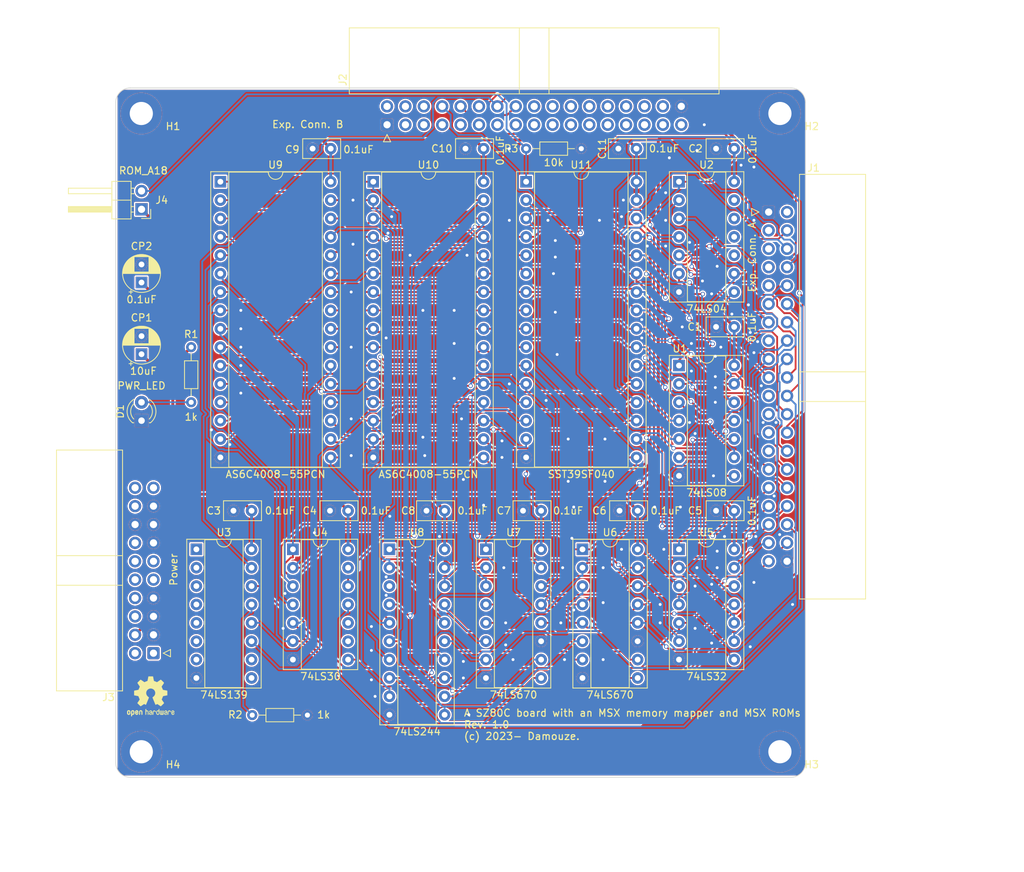
<source format=kicad_pcb>
(kicad_pcb (version 20221018) (generator pcbnew)
  (title_block (title "A SZ80C board with an MSX memory mapper and MSX ROMs") (date "2023-09-29") (rev "1.0"))
  (layers (0 "F.Cu" mixed) (31 "B.Cu" mixed) (34 "B.Paste" user) (35 "F.Paste" user) (36 "B.SilkS" user "B.Silkscreen") (37 "F.SilkS" user "F.Silkscreen") (38 "B.Mask" user) (39 "F.Mask" user) (44 "Edge.Cuts" user))
  (net 0 "")
  (net 1 "/+5V")
  (net 2 "/GND")
  (net 3 "/~{RESET_SW}")
  (net 4 "/~{NMI}")
  (net 5 "/~{RESET}")
  (net 6 "/BUS_CLK")
  (net 7 "/CPU_CLK")
  (net 8 "/~{B_M1}")
  (net 9 "/~{B_IORQ}")
  (net 10 "/~{B_MREQ}")
  (net 11 "/~{B_WR}")
  (net 12 "/~{B_RD}")
  (net 13 "/~{WAIT}")
  (net 14 "/~{B_RFSH}")
  (net 15 "/~{SLTSL3}")
  (net 16 "/~{SLTSL2}")
  (net 17 "/~{SLTSL1}")
  (net 18 "/~{SLTSL0}")
  (net 19 "/~{SBSLTSL33}")
  (net 20 "/~{SBSLTSL32}")
  (net 21 "/-12V")
  (net 22 "/+12V")
  (net 23 "/USER2")
  (net 24 "/USER1")
  (net 25 "/USER3")
  (net 26 "/USER0")
  (net 27 "/B_D7")
  (net 28 "/PWR_OK")
  (net 29 "/B_D6")
  (net 30 "/B_D5")
  (net 31 "/B_D4")
  (net 32 "/B_D3")
  (net 33 "/B_D2")
  (net 34 "/B_D1")
  (net 35 "/B_D0")
  (net 36 "/B_A15")
  (net 37 "/B_A14")
  (net 38 "/B_A13")
  (net 39 "/B_A12")
  (net 40 "/~{INT7}")
  (net 41 "/B_A11")
  (net 42 "/~{INT6}")
  (net 43 "/B_A10")
  (net 44 "/~{INT5}")
  (net 45 "/B_A9")
  (net 46 "/~{INT4}")
  (net 47 "/B_A8")
  (net 48 "/~{INT3}")
  (net 49 "/B_A7")
  (net 50 "/~{INT2}")
  (net 51 "/B_A6")
  (net 52 "/B_A5")
  (net 53 "/B_A4")
  (net 54 "/B_A3")
  (net 55 "/B_A2")
  (net 56 "/B_A1")
  (net 57 "/B_A0")
  (net 58 "/~{INT0}")
  (net 59 "/~{INT1}")
  (net 60 "/~{SBSLTSL31}")
  (net 61 "/~{INT}")
  (net 62 "/~{B_BUSACK}")
  (net 63 "/~{SBSLTSL30}")
  (net 64 "/M_A21")
  (net 65 "/M_A20")
  (net 66 "/M_A19")
  (net 67 "/M_A18")
  (net 68 "/M_A17")
  (net 69 "/M_A16")
  (net 70 "/USER7")
  (net 71 "/M_A15")
  (net 72 "/USER6")
  (net 73 "/M_A14")
  (net 74 "/USER5")
  (net 75 "/USER4")
  (net 76 "/+3.3V")
  (net 77 "/+5V2")
  (net 78 "/+5VSB")
  (net 79 "/~{PS_ON}")
  (net 80 "/+5V4")
  (net 81 "/+3.3V2")
  (net 82 "/+3.3V3")
  (net 83 "/~{BUSREQ}")
  (net 84 "Net-(D1-A)")
  (net 85 "/ROM_A18")
  (net 86 "Net-(U1-Pad3)")
  (net 87 "Net-(U1-Pad10)")
  (net 88 "Net-(U1-Pad11)")
  (net 89 "Net-(U1-Pad12)")
  (net 90 "Net-(U2-Pad2)")
  (net 91 "Net-(U2-Pad6)")
  (net 92 "/~{ROM_CS}")
  (net 93 "/ROM_A16")
  (net 94 "/IORQ")
  (net 95 "/ROM_A17")
  (net 107 "/~{RAM1_CS}")
  (net 108 "/~{RAM0_CS}")
  (net 109 "/R_A19")
  (net 110 "Net-(U4-Pad8)")
  (net 112 "/~{RAM3_CS}")
  (net 113 "/~{RAM2_CS}")
  (net 114 "/~{IO_RD}")
  (net 115 "/G_A20")
  (net 116 "/+5V3")
  (net 117 "/~{IO_WR}")
  (net 118 "/R_A17")
  (net 119 "/R_A16")
  (net 120 "/R_A15")
  (net 121 "/R_A14")
  (net 122 "/R_A21")
  (net 123 "/R_A20")
  (net 124 "/R_A18")
  (footprint "MountingHole:MountingHole_3.2mm_M3_ISO7380_Pad" (layer "F.Cu") (at 28.925 28.925)
    (fp_text reference "H1")
    (fp_text value "MountingHole_Pad")
  )
  (footprint "Symbol:OSHW-Logo2_7.3x6mm_SilkScreen" (layer "F.Cu") (at 30.226 109.474)
    (fp_text reference "REF**" hide)
    (fp_text value "OSHW-Logo2_7.3x6mm_SilkScreen" hide)
  )
  (footprint "Capacitor_THT:C_Disc_D5.0mm_W2.5mm_P2.50mm" (layer "F.Cu") (at 57.484 83.82 180)
    (fp_text reference "C4")
    (fp_text value "0.1uF")
  )
  (footprint "Package_DIP:DIP-16_W7.62mm_Socket" (layer "F.Cu") (at 36.533 89.154)
    (fp_text reference "U3")
    (fp_text value "74LS139")
  )
  (footprint "Capacitor_THT:C_Disc_D5.0mm_W2.5mm_P2.50mm" (layer "F.Cu") (at 76.2 33.782 180)
    (fp_text reference "C10")
    (fp_text value "0.1uF")
  )
  (footprint "Capacitor_THT:CP_Radial_D5.0mm_P2.50mm" (layer "F.Cu") (at 28.956 62.19 90)
    (fp_text reference "CP1")
    (fp_text value "10uF")
  )
  (footprint "Package_DIP:DIP-14_W7.62mm_Socket" (layer "F.Cu") (at 49.864 89.154)
    (fp_text reference "U4")
    (fp_text value "74LS30")
  )
  (footprint "Connector_PinHeader_2.54mm:PinHeader_1x02_P2.54mm_Horizontal" (layer "F.Cu") (at 28.956 42.169 180)
    (fp_text reference "J4")
    (fp_text value "ROM_A18")
  )
  (footprint "Capacitor_THT:C_Disc_D5.0mm_W2.5mm_P2.50mm" (layer "F.Cu") (at 97.314 33.782 180)
    (fp_text reference "C11")
    (fp_text value "0.1uF")
  )
  (footprint "Package_DIP:DIP-32_W15.24mm_Socket" (layer "F.Cu") (at 39.846 38.354)
    (fp_text reference "U9")
    (fp_text value "AS6C4008-55PCN")
  )
  (footprint "Resistor_THT:R_Axial_DIN0204_L3.6mm_D1.6mm_P7.62mm_Horizontal" (layer "F.Cu") (at 35.814 61.214 -90)
    (fp_text reference "R1")
    (fp_text value "1k")
  )
  (footprint "Package_DIP:DIP-32_W15.24mm_Socket" (layer "F.Cu") (at 82.074 38.354)
    (fp_text reference "U11")
    (fp_text value "SST39SF040")
  )
  (footprint "MountingHole:MountingHole_3.2mm_M3_ISO7380_Pad" (layer "F.Cu") (at 117.125 28.925)
    (fp_text reference "H2")
    (fp_text value "MountingHole_Pad")
  )
  (footprint "LED_THT:LED_D3.0mm" (layer "F.Cu") (at 28.956 71.374 90)
    (fp_text reference "D1")
    (fp_text value "PWR_LED")
  )
  (footprint "Capacitor_THT:C_Disc_D5.0mm_W2.5mm_P2.50mm" (layer "F.Cu") (at 84.146 83.82 180)
    (fp_text reference "C7")
    (fp_text value "0.1uF")
  )
  (footprint "Capacitor_THT:C_Disc_D5.0mm_W2.5mm_P2.50mm" (layer "F.Cu") (at 110.808 33.782 180)
    (fp_text reference "C2")
    (fp_text value "0.1uF")
  )
  (footprint "Connector_IDC:IDC-Header_2x20_P2.54mm_Horizontal" (layer "F.Cu") (at 115.57 42.545)
    (fp_text reference "J1")
    (fp_text value "Exp. Conn. A")
  )
  (footprint "Package_DIP:DIP-16_W7.62mm_Socket" (layer "F.Cu") (at 76.526 89.154)
    (fp_text reference "U7")
    (fp_text value "74LS670")
  )
  (footprint "Package_DIP:DIP-32_W15.24mm_Socket" (layer "F.Cu") (at 60.96 38.354)
    (fp_text reference "U10")
    (fp_text value "AS6C4008-55PCN")
  )
  (footprint "Resistor_THT:R_Axial_DIN0204_L3.6mm_D1.6mm_P7.62mm_Horizontal" (layer "F.Cu") (at 82.074 33.782)
    (fp_text reference "R3")
    (fp_text value "10k")
  )
  (footprint "Capacitor_THT:C_Disc_D5.0mm_W2.5mm_P2.50mm" (layer "F.Cu") (at 110.808 83.82 180)
    (fp_text reference "C5")
    (fp_text value "0.1uF")
  )
  (footprint "Package_DIP:DIP-14_W7.62mm_Socket" (layer "F.Cu") (at 103.188 89.154)
    (fp_text reference "U5")
    (fp_text value "74LS32")
  )
  (footprint "Package_DIP:DIP-14_W7.62mm_Socket" (layer "F.Cu") (at 103.188 38.354)
    (fp_text reference "U2")
    (fp_text value "74LS04")
  )
  (footprint "Package_DIP:DIP-16_W7.62mm_Socket" (layer "F.Cu") (at 89.857 89.154)
    (fp_text reference "U6")
    (fp_text value "74LS670")
  )
  (footprint "Resistor_THT:R_Axial_DIN0204_L3.6mm_D1.6mm_P7.62mm_Horizontal" (layer "F.Cu") (at 44.2468 112.0648)
    (fp_text reference "R2")
    (fp_text value "1k")
  )
  (footprint "Package_DIP:DIP-14_W7.62mm_Socket" (layer "F.Cu") (at 103.188 63.754)
    (fp_text reference "U1")
    (fp_text value "74LS08")
  )
  (footprint "Capacitor_THT:C_Disc_D5.0mm_W2.5mm_P2.50mm" (layer "F.Cu") (at 97.477 83.82 180)
    (fp_text reference "C6")
    (fp_text value "0.1uF")
  )
  (footprint "Capacitor_THT:C_Disc_D5.0mm_W2.5mm_P2.50mm" (layer "F.Cu") (at 70.815 83.82 180)
    (fp_text reference "C8")
    (fp_text value "0.1uF")
  )
  (footprint "Capacitor_THT:C_Disc_D5.0mm_W2.5mm_P2.50mm" (layer "F.Cu") (at 110.808 58.414 180)
    (fp_text reference "C1")
    (fp_text value "0.1uF")
  )
  (footprint "Capacitor_THT:CP_Radial_D5.0mm_P2.50mm" (layer "F.Cu") (at 28.956 52.284 90)
    (fp_text reference "CP2")
    (fp_text value "0.1uF")
  )
  (footprint "Package_DIP:DIP-20_W7.62mm_Socket" (layer "F.Cu") (at 63.195 89.154)
    (fp_text reference "U8")
    (fp_text value "74LS244")
  )
  (footprint "Connector_IDC:IDC-Header_2x10_P2.54mm_Horizontal" (layer "F.Cu") (at 30.607 103.505 180)
    (fp_text reference "J3")
    (fp_text value "Power")
  )
  (footprint "MountingHole:MountingHole_3.2mm_M3_ISO7380_Pad" (layer "F.Cu") (at 28.925 117.125)
    (fp_text reference "H4")
    (fp_text value "MountingHole_Pad")
  )
  (footprint "Connector_IDC:IDC-Header_2x17_P2.54mm_Horizontal" (layer "F.Cu") (at 62.865 30.48 90)
    (fp_text reference "J2")
    (fp_text value "Exp. Conn. B")
  )
  (footprint "Capacitor_THT:C_Disc_D5.0mm_W2.5mm_P2.50mm" (layer "F.Cu") (at 44.153 83.82 180)
    (fp_text reference "C3")
    (fp_text value "0.1uF")
  )
  (footprint "Capacitor_THT:C_Disc_D5.0mm_W2.5mm_P2.50mm" (layer "F.Cu") (at 55.086 33.782 180)
    (fp_text reference "C9")
    (fp_text value "0.1uF")
  )
  (footprint "MountingHole:MountingHole_3.2mm_M3_ISO7380_Pad" (layer "F.Cu") (at 117.125 117.125)
    (fp_text reference "H3")
    (fp_text value "MountingHole_Pad")
  )
  (gr_line (start 25.4 27.4) (end 25.4 118.65) (stroke (width 0.1)) (layer "Edge.Cuts"))
  (gr_line (start 120.65 27.4) (end 120.65 118.65) (stroke (width 0.1)) (layer "Edge.Cuts"))
  (gr_arc (start 120.65 118.65) (mid 120.064214 120.064214) (end 118.65 120.65) (stroke (width 0.1)) (layer "Edge.Cuts"))
  (gr_arc (start 27.4 120.65) (mid 25.985786 120.064214) (end 25.4 118.65) (stroke (width 0.1)) (layer "Edge.Cuts"))
  (gr_arc (start 25.4 27.4) (mid 25.985786 25.985786) (end 27.4 25.4) (stroke (width 0.1)) (layer "Edge.Cuts"))
  (gr_arc (start 118.65 25.4) (mid 120.064214 25.985786) (end 120.65 27.4) (stroke (width 0.1)) (layer "Edge.Cuts"))
  (gr_line (start 27.4 120.65) (end 118.65 120.65) (stroke (width 0.1)) (layer "Edge.Cuts"))
  (gr_line (start 27.4 25.4) (end 118.65 25.4) (stroke (width 0.1)) (layer "Edge.Cuts"))
  (gr_text "${TITLE}\nRev. ${REVISION} \n(c) 2023- Damouze." (at 73.406 115.57) (layer "F.SilkS") (effects (font (size 1 1)) (justify left bottom)))
  (segment (start 55.198 81.534) (end 54.102 81.534) (width 0.4) (layer "F.Cu") (net 1))
  (segment (start 73.914 32.582) (end 75 32.582) (width 0.4) (layer "F.Cu") (net 1))
  (segment (start 90.424 81.534) (end 81.86 81.534) (width 0.4) (layer "F.Cu") (net 1))
  (segment (start 33.274 46.487) (end 33.274 56.602) (width 0.4) (layer "F.Cu") (net 1))
  (segment (start 29.317 99.715) (end 31.603 99.715) (width 0.4) (layer "F.Cu") (net 1))
  (segment (start 57.484 83.82) (end 55.198 81.534) (width 0.4) (layer "F.Cu") (net 1))
  (segment (start 35.814 61.214) (end 33.274 63.754) (width 0.4) (layer "F.Cu") (net 1))
  (segment (start 96.114 32.582) (end 100.33 32.582) (width 0.4) (layer "F.Cu") (net 1))
  (segment (start 28.956 42.169) (end 33.274 46.487) (width 0.4) (layer "F.Cu") (net 1))
  (segment (start 75 32.582) (end 73.914 32.582) (width 0.4) (layer "F.Cu") (net 1))
  (segment (start 108.782 56.388) (end 110.808 58.414) (width 0.4) (layer "F.Cu") (net 1))
  (segment (start 41.867 81.534) (end 41.656 81.534) (width 0.4) (layer "F.Cu") (net 1))
  (segment (start 97.314 33.782) (end 96.114 32.582) (width 0.4) (layer "F.Cu") (net 1))
  (segment (start 68.529 81.534) (end 66.802 81.534) (width 0.4) (layer "F.Cu") (net 1))
  (segment (start 96.114 32.582) (end 94.996 32.582) (width 0.4) (layer "F.Cu") (net 1))
  (segment (start 81.86 81.534) (end 78.994 81.534) (width 0.4) (layer "F.Cu") (net 1))
  (segment (start 95.191 81.534) (end 90.424 81.534) (width 0.4) (layer "F.Cu") (net 1))
  (segment (start 28.956 62.19) (end 33.274 66.508) (width 0.4) (layer "F.Cu") (net 1))
  (segment (start 28.067 100.965) (end 29.317 99.715) (width 0.4) (layer "F.Cu") (net 1))
  (segment (start 33.274 63.754) (end 33.274 64.008) (width 0.4) (layer "F.Cu") (net 1))
  (segment (start 97.477 83.82) (end 95.191 81.534) (width 0.4) (layer "F.Cu") (net 1))
  (segment (start 33.274 66.508) (end 33.274 64.008) (width 0.4) (layer "F.Cu") (net 1))
  (segment (start 81.86 81.534) (end 78.994 81.534) (width 0.4) (layer "F.Cu") (net 1))
  (segment (start 100.33 78.486) (end 97.282 81.534) (width 0.4) (layer "F.Cu") (net 1))
  (segment (start 100.33 56.388) (end 108.782 56.388) (width 0.4) (layer "F.Cu") (net 1))
  (segment (start 38.538 32.582) (end 51.816 32.582) (width 0.4) (layer "F.Cu") (net 1))
  (segment (start 33.274 46.487) (end 33.274 37.846) (width 0.4) (layer "F.Cu") (net 1))
  (segment (start 100.637 32.275) (end 109.301 32.275) (width 0.4) (layer "F.Cu") (net 1))
  (segment (start 33.274 57.404) (end 33.274 56.602) (width 0.4) (layer "F.Cu") (net 1))
  (segment (start 97.282 81.534) (end 95.191 81.534) (width 0.4) (layer "F.Cu") (net 1))
  (segment (start 44.153 83.82) (end 41.867 81.534) (width 0.4) (layer "F.Cu") (net 1))
  (segment (start 66.802 81.534) (end 55.198 81.534) (width 0.4) (layer "F.Cu") (net 1))
  (segment (start 31.603 99.715) (end 33.274 98.044) (width 0.4) (layer "F.Cu") (net 1))
  (segment (start 68.529 81.534) (end 66.802 81.534) (width 0.4) (layer "F.Cu") (net 1))
  (segment (start 33.274 63.754) (end 33.274 57.404) (width 0.4) (layer "F.Cu") (net 1))
  (segment (start 53.886 32.582) (end 51.816 32.582) (width 0.4) (layer "F.Cu") (net 1))
  (segment (start 76.2 33.782) (end 75 32.582) (width 0.4) (layer "F.Cu") (net 1))
  (segment (start 100.33 56.388) (end 100.33 78.486) (width 0.4) (layer "F.Cu") (net 1))
  (segment (start 78.994 81.534) (end 68.529 81.534) (width 0.4) (layer "F.Cu") (net 1))
  (segment (start 33.274 64.008) (end 33.274 63.754) (width 0.4) (layer "F.Cu") (net 1))
  (segment (start 33.274 81.534) (end 33.274 67.564) (width 0.4) (layer "F.Cu") (net 1))
  (segment (start 33.274 98.044) (end 33.274 81.534) (width 0.4) (layer "F.Cu") (net 1))
  (segment (start 70.815 83.82) (end 68.529 81.534) (width 0.4) (layer "F.Cu") (net 1))
  (segment (start 41.656 81.534) (end 33.274 81.534) (width 0.4) (layer "F.Cu") (net 1))
  (segment (start 33.274 37.846) (end 38.538 32.582) (width 0.4) (layer "F.Cu") (net 1))
  (segment (start 100.33 32.582) (end 100.33 56.388) (width 0.4) (layer "F.Cu") (net 1))
  (segment (start 28.956 52.284) (end 33.274 56.602) (width 0.4) (layer "F.Cu") (net 1))
  (segment (start 108.522 81.534) (end 110.808 83.82) (width 0.4) (layer "F.Cu") (net 1))
  (segment (start 100.33 32.582) (end 100.637 32.275) (width 0.4) (layer "F.Cu") (net 1))
  (segment (start 55.086 33.782) (end 53.886 32.582) (width 0.4) (layer "F.Cu") (net 1))
  (segment (start 33.274 56.602) (end 33.274 57.404) (width 0.4) (layer "F.Cu") (net 1))
  (segment (start 53.886 32.582) (end 73.914 32.582) (width 0.4) (layer "F.Cu") (net 1))
  (segment (start 54.102 81.534) (end 41.867 81.534) (width 0.4) (layer "F.Cu") (net 1))
  (segment (start 97.282 81.534) (end 108.522 81.534) (width 0.4) (layer "F.Cu") (net 1))
  (segment (start 51.816 32.582) (end 53.886 32.582) (width 0.4) (layer "F.Cu") (net 1))
  (segment (start 84.146 83.82) (end 81.86 81.534) (width 0.4) (layer "F.Cu") (net 1))
  (segment (start 41.867 81.534) (end 41.656 81.534) (width 0.4) (layer "F.Cu") (net 1))
  (segment (start 94.996 32.582) (end 96.114 32.582) (width 0.4) (layer "F.Cu") (net 1))
  (segment (start 33.274 67.564) (end 33.274 66.508) (width 0.4) (layer "F.Cu") (net 1))
  (segment (start 55.198 81.534) (end 54.102 81.534) (width 0.4) (layer "F.Cu") (net 1))
  (segment (start 75 32.582) (end 94.996 32.582) (width 0.4) (layer "F.Cu") (net 1))
  (segment (start 109.301 32.275) (end 110.808 33.782) (width 0.4) (layer "F.Cu") (net 1))
  (segment (start 95.191 81.534) (end 90.424 81.534) (width 0.4) (layer "F.Cu") (net 1))
  (segment (start 33.274 66.508) (end 33.274 67.564) (width 0.4) (layer "F.Cu") (net 1))
  (segment (start 76.2 33.782) (end 76.2 38.354) (width 0.4) (layer "B.Cu") (net 1))
  (segment (start 110.808 83.82) (end 110.808 89.154) (width 0.4) (layer "B.Cu") (net 1))
  (segment (start 44.153 83.82) (end 44.153 89.154) (width 0.4) (layer "B.Cu") (net 1))
  (segment (start 70.815 83.82) (end 70.815 89.154) (width 0.4) (layer "B.Cu") (net 1))
  (segment (start 97.314 38.354) (end 97.314 40.894) (width 0.4) (layer "B.Cu") (net 1))
  (segment (start 97.314 33.782) (end 97.314 38.354) (width 0.4) (layer "B.Cu") (net 1))
  (segment (start 110.808 58.414) (end 110.808 63.754) (width 0.4) (layer "B.Cu") (net 1))
  (segment (start 110.808 33.782) (end 110.808 38.354) (width 0.4) (layer "B.Cu") (net 1))
  (segment (start 55.086 33.782) (end 55.086 38.354) (width 0.4) (layer "B.Cu") (net 1))
  (segment (start 84.146 83.82) (end 84.146 89.154) (width 0.4) (layer "B.Cu") (net 1))
  (segment (start 57.484 83.82) (end 57.484 89.154) (width 0.4) (layer "B.Cu") (net 1))
  (segment (start 97.477 83.82) (end 97.477 89.154) (width 0.4) (layer "B.Cu") (net 1))
  (via (at 113.03 59.182) (size 0.6) (drill 0.4) (layers "F.Cu" "B.Cu") (net 2))
  (via (at 62.738 92.964) (size 0.6) (drill 0.4) (layers "F.Cu" "B.Cu") (net 2))
  (via (at 107.95 78.994) (size 0.6) (drill 0.4) (layers "F.Cu" "B.Cu") (net 2))
  (via (at 74.168 112.014) (size 0.6) (drill 0.4) (layers "F.Cu" "B.Cu") (net 2))
  (via (at 87.376 104.394) (size 0.6) (drill 0.4) (layers "F.Cu" "B.Cu") (net 2))
  (via (at 99.822 83.312) (size 0.6) (drill 0.4) (layers "F.Cu" "B.Cu") (net 2))
  (via (at 73.406 79.502) (size 0.6) (drill 0.4) (layers "F.Cu" "B.Cu") (net 2))
  (via (at 86.106 56.388) (size 0.6) (drill 0.4) (layers "F.Cu" "B.Cu") (net 2))
  (via (at 107.696 53.848) (size 0.6) (drill 0.4) (layers "F.Cu" "B.Cu") (net 2))
  (via (at 103.632 58.42) (size 0.6) (drill 0.4) (layers "F.Cu" "B.Cu") (net 2))
  (via (at 58.166 46.99) (size 0.6) (drill 0.4) (layers "F.Cu" "B.Cu") (net 2))
  (via (at 105.664 91.694) (size 0.6) (drill 0.4) (layers "F.Cu" "B.Cu") (net 2))
  (via (at 118.872 96.774) (size 0.6) (drill 0.4) (layers "F.Cu" "B.Cu") (net 2))
  (via (at 84.836 68.58) (size 0.6) (drill 0.4) (layers "F.Cu" "B.Cu") (net 2))
  (via (at 63.5 43.18) (size 0.6) (drill 0.4) (layers "F.Cu" "B.Cu") (net 2))
  (via (at 76.2 83.058) (size 0.6) (drill 0.4) (layers "F.Cu" "B.Cu") (net 2))
  (via (at 73.406 106.934) (size 0.6) (drill 0.4) (layers "F.Cu" "B.Cu") (net 2))
  (via (at 101.346 43.688) (size 0.6) (drill 0.4) (layers "F.Cu" "B.Cu") (net 2))
  (via (at 113.03 102.616) (size 0.6) (drill 0.4) (layers "F.Cu" "B.Cu") (net 2))
  (via (at 107.696 102.108) (size 0.6) (drill 0.4) (layers "F.Cu" "B.Cu") (net 2))
  (via (at 57.912 76.2) (size 0.6) (drill 0.4) (layers "F.Cu" "B.Cu") (net 2))
  (via (at 79.248 99.314) (size 0.6) (drill 0.4) (layers "F.Cu" "B.Cu") (net 2))
  (via (at 73.914 48.514) (size 0.6) (drill 0.4) (layers "F.Cu" "B.Cu") (net 2))
  (via (at 72.136 65.532) (size 0.6) (drill 0.4) (layers "F.Cu" "B.Cu") (net 2))
  (via (at 108.966 61.214) (size 0.6) (drill 0.4) (layers "F.Cu" "B.Cu") (net 2))
  (via (at 48.514 100.076) (size 0.6) (drill 0.4) (layers "F.Cu" "B.Cu") (net 2))
  (via (at 58.166 40.894) (size 0.6) (drill 0.4) (layers "F.Cu" "B.Cu") (net 2))
  (via (at 114.808 71.628) (size 0.6) (drill 0.4) (layers "F.Cu" "B.Cu") (net 2))
  (via (at 42.672 58.674) (size 0.6) (drill 0.4) (layers "F.Cu" "B.Cu") (net 2))
  (via (at 105.664 34.036) (size 0.6) (drill 0.4) (layers "F.Cu" "B.Cu") (net 2))
  (via (at 107.696 93.98) (size 0.6) (drill 0.4) (layers "F.Cu" "B.Cu") (net 2))
  (via (at 104.648 71.628) (size 0.6) (drill 0.4) (layers "F.Cu" "B.Cu") (net 2))
  (via (at 42.672 61.214) (size 0.6) (drill 0.4) (layers "F.Cu" "B.Cu") (net 2))
  (via (at 101.346 47.244) (size 0.6) (drill 0.4) (layers "F.Cu" "B.Cu") (net 2))
  (via (at 68.072 76.2) (size 0.6) (drill 0.4) (layers "F.Cu" "B.Cu") (net 2))
  (via (at 62.738 95.504) (size 0.6) (drill 0.4) (layers "F.Cu" "B.Cu") (net 2))
  (via (at 105.41 73.152) (size 0.6) (drill 0.4) (layers "F.Cu" "B.Cu") (net 2))
  (via (at 79.756 33.782) (size 0.6) (drill 0.4) (layers "F.Cu" "B.Cu") (net 2))
  (via (at 73.152 71.12) (size 0.6) (drill 0.4) (layers "F.Cu" "B.Cu") (net 2))
  (via (at 88.646 83.312) (size 0.6) (drill 0.4) (layers "F.Cu" "B.Cu") (net 2))
  (via (at 73.406 104.648) (size 0.6) (drill 0.4) (layers "F.Cu" "B.Cu") (net 2))
  (via (at 72.136 56.134) (size 0.6) (drill 0.4) (layers "F.Cu" "B.Cu") (net 2))
  (via (at 92.964 79.756) (size 0.6) (drill 0.4) (layers "F.Cu" "B.Cu") (net 2))
  (via (at 48.768 95.25) (size 0.6) (drill 0.4) (layers "F.Cu" "B.Cu") (net 2))
  (via (at 104.648 46.736) (size 0.6) (drill 0.4) (layers "F.Cu" "B.Cu") (net 2))
  (via (at 57.912 53.594) (size 0.6) (drill 0.4) (layers "F.Cu" "B.Cu") (net 2))
  (via (at 62.992 45.466) (size 0.6) (drill 0.4) (layers "F.Cu" "B.Cu") (net 2))
  (via (at 109.474 87.376) (size 0.6) (drill 0.4) (layers "F.Cu" "B.Cu") (net 2))
  (via (at 78.74 74.168) (size 0.6) (drill 0.4) (layers "F.Cu" "B.Cu") (net 2))
  (via (at 70.104 87.376) (size 0.6) (drill 0.4) (layers "F.Cu" "B.Cu") (net 2))
  (via (at 67.818 56.134) (size 0.6) (drill 0.4) (layers "F.Cu" "B.Cu") (net 2))
  (via (at 62.738 59.944) (size 0.6) (drill 0.4) (layers "F.Cu" "B.Cu") (net 2))
  (via (at 92.71 104.394) (size 0.6) (drill 0.4) (layers "F.Cu" "B.Cu") (net 2))
  (via (at 85.09 43.688) (size 0.6) (drill 0.4) (layers "F.Cu" "B.Cu") (net 2))
  (via (at 95.504 40.894) (size 0.6) (drill 0.4) (layers "F.Cu" "B.Cu") (net 2))
  (via (at 92.71 91.694) (size 0.6) (drill 0.4) (layers "F.Cu" "B.Cu") (net 2))
  (via (at 108.458 91.694) (size 0.6) (drill 0.4) (layers "F.Cu" "B.Cu") (net 2))
  (via (at 100.584 96.774) (size 0.6) (drill 0.4) (layers "F.Cu" "B.Cu") (net 2))
  (via (at 78.74 76.454) (size 0.6) (drill 0.4) (layers "F.Cu" "B.Cu") (net 2))
  (via (at 105.41 100.076) (size 0.6) (drill 0.4) (layers "F.Cu" "B.Cu") (net 2))
  (via (at 60.706 99.822) (size 0.6) (drill 0.4) (layers "F.Cu" "B.Cu") (net 2))
  (via (at 106.68 30.48) (size 0.6) (drill 0.4) (layers "F.Cu" "B.Cu") (net 2))
  (via (at 113.792 87.376) (size 0.6) (drill 0.4) (layers "F.Cu" "B.Cu") (net 2))
  (via (at 116.586 71.628) (size 0.6) (drill 0.4) (layers "F.Cu" "B.Cu") (net 2))
  (via (at 105.41 94.234) (size 0.6) (drill 0.4) (layers "F.Cu" "B.Cu") (net 2))
  (via (at 108.204 66.802) (size 0.6) (drill 0.4) (layers "F.Cu" "B.Cu") (net 2))
  (via (at 95.25 43.18) (size 0.6) (drill 0.4) (layers "F.Cu" "B.Cu") (net 2))
  (via (at 108.204 68.834) (size 0.6) (drill 0.4) (layers "F.Cu" "B.Cu") (net 2))
  (via (at 98.806 47.244) (size 0.6) (drill 0.4) (layers "F.Cu" "B.Cu") (net 2))
  (via (at 87.884 73.914) (size 0.6) (drill 0.4) (layers "F.Cu" "B.Cu") (net 2))
  (via (at 112.776 55.372) (size 0.6) (drill 0.4) (layers "F.Cu" "B.Cu") (net 2))
  (via (at 42.672 56.134) (size 0.6) (drill 0.4) (layers "F.Cu" "B.Cu") (net 2))
  (via (at 101.854 35.052) (size 0.6) (drill 0.4) (layers "F.Cu" "B.Cu") (net 2))
  (via (at 42.672 67.564) (size 0.6) (drill 0.4) (layers "F.Cu" "B.Cu") (net 2))
  (via (at 57.912 61.214) (size 0.6) (drill 0.4) (layers "F.Cu" "B.Cu") (net 2))
  (via (at 101.092 89.154) (size 0.6) (drill 0.4) (layers "F.Cu" "B.Cu") (net 2))
  (via (at 92.202 43.688) (size 0.6) (drill 0.4) (layers "F.Cu" "B.Cu") (net 2))
  (via (at 78.994 91.694) (size 0.6) (drill 0.4) (layers "F.Cu" "B.Cu") (net 2))
  (via (at 103.378 83.312) (size 0.6) (drill 0.4) (layers "F.Cu" "B.Cu") (net 2))
  (via (at 63.246 84.582) (size 0.6) (drill 0.4) (layers "F.Cu" "B.Cu") (net 2))
  (via (at 114.554 66.548) (size 0.6) (drill 0.4) (layers "F.Cu" "B.Cu") (net 2))
  (via (at 108.204 62.484) (size 0.6) (drill 0.4) (layers "F.Cu" "B.Cu") (net 2))
  (via (at 38.608 72.644) (size 0.6) (drill 0.4) (layers "F.Cu" "B.Cu") (net 2))
  (via (at 113.538 57.404) (size 0.6) (drill 0.4) (layers "F.Cu" "B.Cu") (net 2))
  (via (at 117.094 87.122) (size 0.6) (drill 0.4) (layers "F.Cu" "B.Cu") (net 2))
  (via (at 113.538 61.976) (size 0.6) (drill 0.4) (layers "F.Cu" "B.Cu") (net 2))
  (via (at 61.214 109.474) (size 0.6) (drill 0.4) (layers "F.Cu" "B.Cu") (net 2))
  (via (at 79.756 43.688) (size 0.6) (drill 0.4) (layers "F.Cu" "B.Cu") (net 2))
  (via (at 113.538 93.726) (size 0.6) (drill 0.4) (layers "F.Cu" "B.Cu") (net 2))
  (via (at 98.044 59.944) (size 0.6) (drill 0.4) (layers "F.Cu" "B.Cu") (net 2))
  (via (at 60.706 103.124) (size 0.6) (drill 0.4) (layers "F.Cu" "B.Cu") (net 2))
  (via (at 79.756 66.294) (size 0.6) (drill 0.4) (layers "F.Cu" "B.Cu") (net 2))
  (via (at 88.646 97.536) (size 0.6) (drill 0.4) (layers "F.Cu" "B.Cu") (net 2))
  (via (at 52.832 86.868) (size 0.6) (drill 0.4) (layers "F.Cu" "B.Cu") (net 2))
  (via (at 86.106 48.768) (size 0.6) (drill 0.4) (layers "F.Cu" "B.Cu") (net 2))
  (via (at 98.044 57.404) (size 0.6) (drill 0.4) (layers "F.Cu" "B.Cu") (net 2))
  (via (at 104.902 64.516) (size 0.6) (drill 0.4) (layers "F.Cu" "B.Cu") (net 2))
  (via (at 95.25 89.154) (size 0.6) (drill 0.4) (layers "F.Cu" "B.Cu") (net 2))
  (via (at 86.106 46.482) (size 0.6) (drill 0.4) (layers "F.Cu" "B.Cu") (net 2))
  (via (at 92.964 73.914) (size 0.6) (drill 0.4) (layers "F.Cu" "B.Cu") (net 2))
  (via (at 86.868 99.314) (size 0.6) (drill 0.4) (layers "F.Cu" "B.Cu") (net 2))
  (via (at 42.672 63.754) (size 0.6) (drill 0.4) (layers "F.Cu" "B.Cu") (net 2))
  (via (at 66.04 48.514) (size 0.6) (drill 0.4) (layers "F.Cu" "B.Cu") (net 2))
  (via (at 80.264 104.394) (size 0.6) (drill 0.4) (layers "F.Cu" "B.Cu") (net 2))
  (via (at 87.122 91.694) (size 0.6) (drill 0.4) (layers "F.Cu" "B.Cu") (net 2))
  (via (at 108.458 50.038) (size 0.6) (drill 0.4) (layers "F.Cu" "B.Cu") (net 2))
  (via (at 85.852 51.054) (size 0.6) (drill 0.4) (layers "F.Cu" "B.Cu") (net 2))
  (via (at 86.36 62.23) (size 0.6) (drill 0.4) (layers "F.Cu" "B.Cu") (net 2))
  (via (at 92.71 96.52) (size 0.6) (drill 0.4) (layers "F.Cu" "B.Cu") (net 2))
  (via (at 108.204 65.278) (size 0.6) (drill 0.4) (layers "F.Cu" "B.Cu") (net 2))
  (via (at 111.76 36.068) (size 0.6) (drill 0.4) (layers "F.Cu" "B.Cu") (net 2))
  (via (at 57.912 71.12) (size 0.6) (drill 0.4) (layers "F.Cu" "B.Cu") (net 2))
  (via (at 104.902 60.706) (size 0.6) (drill 0.4) (layers "F.Cu" "B.Cu") (net 2))
  (via (at 108.458 89.408) (size 0.6) (drill 0.4) (layers "F.Cu" "B.Cu") (net 2))
  (via (at 41.148 74.676) (size 0.6) (drill 0.4) (layers "F.Cu" "B.Cu") (net 2))
  (via (at 100.584 99.314) (size 0.6) (drill 0.4) (layers "F.Cu" "B.Cu") (net 2))
  (via (at 79.248 102.362) (size 0.6) (drill 0.4) (layers "F.Cu" "B.Cu") (net 2))
  (via (at 67.818 73.66) (size 0.6) (drill 0.4) (layers "F.Cu" "B.Cu") (net 2))
  (via (at 113.538 36.322) (size 0.6) (drill 0.4) (layers "F.Cu" "B.Cu") (net 2))
  (via (at 72.136 60.706) (size 0.6) (drill 0.4) (layers "F.Cu" "B.Cu") (net 2))
  (via (at 101.346 39.878) (size 0.6) (drill 0.4) (layers "F.Cu" "B.Cu") (net 2))
  (via (at 88.392 87.63) (size 0.6) (drill 0.4) (layers "F.Cu" "B.Cu") (net 2))
  (via (at 113.538 43.688) (size 0.6) (drill 0.4) (layers "F.Cu" "B.Cu") (net 2))
  (via (at 60.706 107.188) (size 0.6) (drill 0.4) (layers "F.Cu" "B.Cu") (net 2))
  (via (at 87.884 79.756) (size 0.6) (drill 0.4) (layers "F.Cu" "B.Cu") (net 2))
  (via (at 110.49 56.642) (size 0.6) (drill 0.4) (layers "F.Cu" "B.Cu") (net 2))
  (via (at 116.332 81.788) (size 0.6) (drill 0.4) (layers "F.Cu" "B.Cu") (net 2))
  (via (at 114.046 60.452) (size 0.6) (drill 0.4) (layers "F.Cu" "B.Cu") (net 2))
  (via (at 106.426 52.07) (size 0.6) (drill 0.4) (layers "F.Cu" "B.Cu") (net 2))
  (segment (start 57.2508 97.8991) (end 57.484 97.8991) (width 0.25) (layer "B.Cu") (net 8))
  (segment (start 57.484 97.8991) (end 57.484 96.774) (width 0.25) (layer "B.Cu") (net 8))
  (segment (start 63.1745 113.6387) (end 56.3345 106.7987) (width 0.25) (layer "B.Cu") (net 8))
  (segment (start 115.57 55.245) (end 116.7853 54.0297) (width 0.25) (layer "B.Cu") (net 8))
  (segment (start 118.5605 54.0297) (end 120.2027 55.6719) (width 0.25) (layer "B.Cu") (net 8))
  (segment (start 120.2027 55.6719) (end 120.2027 97.3099) (width 0.25) (layer "B.Cu") (net 8))
  (segment (start 120.2027 97.3099) (end 103.8739 113.6387) (width 0.25) (layer "B.Cu") (net 8))
  (segment (start 56.3345 106.7987) (end 56.3345 98.8154) (width 0.25) (layer "B.Cu") (net 8))
  (segment (start 116.7853 54.0297) (end 118.5605 54.0297) (width 0.25) (layer "B.Cu") (net 8))
  (segment (start 56.3345 98.8154) (end 57.2508 97.8991) (width 0.25) (layer "B.Cu") (net 8))
  (segment (start 103.8739 113.6387) (end 63.1745 113.6387) (width 0.25) (layer "B.Cu") (net 8))
  (segment (start 109.2206 47.244) (end 111.1538 47.244) (width 0.25) (layer "B.Cu") (net 9))
  (segment (start 103.188 43.434) (end 105.4106 43.434) (width 0.25) (layer "B.Cu") (net 9))
  (segment (start 113.685 49.7752) (end 113.685 55.9) (width 0.25) (layer "B.Cu") (net 9))
  (segment (start 111.1538 47.244) (end 113.685 49.7752) (width 0.25) (layer "B.Cu") (net 9))
  (segment (start 113.685 55.9) (end 115.57 57.785) (width 0.25) (layer "B.Cu") (net 9))
  (segment (start 105.4106 43.434) (end 109.2206 47.244) (width 0.25) (layer "B.Cu") (net 9))
  (segment (start 81.670009 44.787) (end 80.933009 45.524) (width 0.25) (layer "F.Cu") (net 11))
  (segment (start 76.8904 46.6644) (end 76.2 45.974) (width 0.25) (layer "F.Cu") (net 11))
  (segment (start 76.2 45.974) (end 75.0749 45.974) (width 0.25) (layer "F.Cu") (net 11))
  (segment (start 66.548 46.228) (end 62.738 46.228) (width 0.25) (layer "F.Cu") (net 11))
  (segment (start 94.4832 44.787) (end 81.670009 44.787) (width 0.25) (layer "F.Cu") (net 11))
  (segment (start 75.0749 45.974) (end 74.1102 45.0093) (width 0.25) (layer "F.Cu") (net 11))
  (segment (start 112.3388 59.6338) (end 107.0559 59.6338) (width 0.25) (layer "F.Cu") (net 11))
  (segment (start 98.662 48.2631) (end 97.6429 47.244) (width 0.25) (layer "F.Cu") (net 11))
  (segment (start 77.408304 46.6644) (end 76.8904 46.6644) (width 0.25) (layer "F.Cu") (net 11))
  (segment (start 74.1102 45.0093) (end 67.7667 45.0093) (width 0.25) (layer "F.Cu") (net 11))
  (segment (start 97.6429 47.244) (end 96.9402 47.244) (width 0.25) (layer "F.Cu") (net 11))
  (segment (start 107.0559 59.6338) (end 104.616 57.1939) (width 0.25) (layer "F.Cu") (net 11))
  (segment (start 80.933009 45.524) (end 78.548704 45.524) (width 0.25) (layer "F.Cu") (net 11))
  (segment (start 98.662 51.0976) (end 98.662 48.2631) (width 0.25) (layer "F.Cu") (net 11))
  (segment (start 78.548704 45.524) (end 77.408304 46.6644) (width 0.25) (layer "F.Cu") (net 11))
  (segment (start 96.9402 47.244) (end 94.4832 44.787) (width 0.25) (layer "F.Cu") (net 11))
  (segment (start 67.7667 45.0093) (end 66.548 46.228) (width 0.25) (layer "F.Cu") (net 11))
  (segment (start 115.57 62.865) (end 112.3388 59.6338) (width 0.25) (layer "F.Cu") (net 11))
  (via (at 104.616 57.1939) (size 0.6) (drill 0.4) (layers "F.Cu" "B.Cu") (net 11))
  (via (at 62.738 46.228) (size 0.6) (drill 0.4) (layers "F.Cu" "B.Cu") (net 11))
  (via (at 98.662 51.0976) (size 0.6) (drill 0.4) (layers "F.Cu" "B.Cu") (net 11))
  (segment (start 62.738 46.228) (end 62.738 46.161009) (width 0.25) (layer "B.Cu") (net 11))
  (segment (start 112.2458 90.2562) (end 112.2458 87.060816) (width 0.25) (layer "B.Cu") (net 11))
  (segment (start 98.9519 51.0976) (end 98.662 51.0976) (width 0.25) (layer "B.Cu") (net 11))
  (segment (start 112.2458 87.060816) (end 113.3725 85.934116) (width 0.25) (layer "B.Cu") (net 11))
  (segment (start 61.425991 44.849) (end 56.211 44.849) (width 0.25) (layer "B.Cu") (net 11))
  (segment (start 104.616 57.1939) (end 104.616 56.7617) (width 0.25) (layer "B.Cu") (net 11))
  (segment (start 113.3725 65.0625) (end 115.57 62.865) (width 0.25) (layer "B.Cu") (net 11))
  (segment (start 62.738 46.161009) (end 61.425991 44.849) (width 0.25) (layer "B.Cu") (net 11))
  (segment (start 104.616 56.7617) (end 98.9519 51.0976) (width 0.25) (layer "B.Cu") (net 11))
  (segment (start 56.211 44.849) (end 55.086 45.974) (width 0.25) (layer "B.Cu") (net 11))
  (segment (start 113.3725 85.934116) (end 113.3725 65.0625) (width 0.25) (layer "B.Cu") (net 11))
  (segment (start 110.808 91.694) (end 112.2458 90.2562) (width 0.25) (layer "B.Cu") (net 11))
  (segment (start 106.729704 59.944) (end 102.2976 59.944) (width 0.25) (layer "F.Cu") (net 12))
  (segment (start 59.819009 58.224) (end 60.526009 57.517) (width 0.25) (layer "F.Cu") (net 12))
  (segment (start 97.314 58.674) (end 96.1889 58.674) (width 0.25) (layer "F.Cu") (net 12))
  (segment (start 57.478308 58.674) (end 57.928308 58.224) (width 0.25) (layer "F.Cu") (net 12))
  (segment (start 95.0637 57.5488) (end 81.3991 57.5488) (width 0.25) (layer "F.Cu") (net 12))
  (segment (start 115.57 65.405) (end 110.2488 60.0838) (width 0.25) (layer "F.Cu") (net 12))
  (segment (start 81.3991 57.5488) (end 80.2739 58.674) (width 0.25) (layer "F.Cu") (net 12))
  (segment (start 80.2739 58.674) (end 76.2 58.674) (width 0.25) (layer "F.Cu") (net 12))
  (segment (start 106.869504 60.0838) (end 106.729704 59.944) (width 0.25) (layer "F.Cu") (net 12))
  (segment (start 60.526009 57.517) (end 61.5648 57.517) (width 0.25) (layer "F.Cu") (net 12))
  (segment (start 61.5648 57.517) (end 62.7218 58.674) (width 0.25) (layer "F.Cu") (net 12))
  (segment (start 110.2488 60.0838) (end 106.869504 60.0838) (width 0.25) (layer "F.Cu") (net 12))
  (segment (start 55.086 58.674) (end 57.478308 58.674) (width 0.25) (layer "F.Cu") (net 12))
  (segment (start 102.2976 59.944) (end 101.9368 60.3048) (width 0.25) (layer "F.Cu") (net 12))
  (segment (start 62.7218 58.674) (end 76.2 58.674) (width 0.25) (layer "F.Cu") (net 12))
  (segment (start 96.1889 58.674) (end 95.0637 57.5488) (width 0.25) (layer "F.Cu") (net 12))
  (segment (start 57.928308 58.224) (end 59.819009 58.224) (width 0.25) (layer "F.Cu") (net 12))
  (via (at 101.9368 60.3048) (size 0.6) (drill 0.4) (layers "F.Cu" "B.Cu") (net 12))
  (segment (start 102.0399 78.4872) (end 102.8705 77.6566) (width 0.25) (layer "B.Cu") (net 12))
  (segment (start 103.5329 92.964) (end 102.7992 92.964) (width 0.25) (layer "B.Cu") (net 12))
  (segment (start 98.4391 58.674) (end 100.0699 60.3048) (width 0.25) (layer "B.Cu") (net 12))
  (segment (start 104.3302 76.9183) (end 104.3302 73.1923) (width 0.25) (layer "B.Cu") (net 12))
  (segment (start 103.4693 95.6489) (end 104.3365 94.7817) (width 0.25) (layer "B.Cu") (net 12))
  (segment (start 97.314 58.674) (end 98.4391 58.674) (width 0.25) (layer "B.Cu") (net 12))
  (segment (start 102.0399 92.2047) (end 102.0399 78.4872) (width 0.25) (layer "B.Cu") (net 12))
  (segment (start 102.7992 92.964) (end 102.0399 92.2047) (width 0.25) (layer "B.Cu") (net 12))
  (segment (start 102.8705 77.6566) (end 103.5919 77.6566) (width 0.25) (layer "B.Cu") (net 12))
  (segment (start 100.0699 60.3048) (end 101.9368 60.3048) (width 0.25) (layer "B.Cu") (net 12))
  (segment (start 104.3302 73.1923) (end 105.728 71.7945) (width 0.25) (layer "B.Cu") (net 12))
  (segment (start 105.728 71.7945) (end 105.728 64.096) (width 0.25) (layer "B.Cu") (net 12))
  (segment (start 104.3365 94.7817) (end 104.3365 93.7676) (width 0.25) (layer "B.Cu") (net 12))
  (segment (start 104.3365 93.7676) (end 103.5329 92.964) (width 0.25) (layer "B.Cu") (net 12))
  (segment (start 103.188 96.774) (end 103.188 95.6489) (width 0.25) (layer "B.Cu") (net 12))
  (segment (start 103.188 95.6489) (end 103.4693 95.6489) (width 0.25) (layer "B.Cu") (net 12))
  (segment (start 105.728 64.096) (end 101.9368 60.3048) (width 0.25) (layer "B.Cu") (net 12))
  (segment (start 103.5919 77.6566) (end 104.3302 76.9183) (width 0.25) (layer "B.Cu") (net 12))
  (segment (start 72.6964 31.8778) (end 75.9028 31.8778) (width 0.25) (layer "B.Cu") (net 18))
  (segment (start 80.9412 39.3401) (end 81.1275 39.5264) (width 0.25) (layer "B.Cu") (net 18))
  (segment (start 71.6602 30.8416) (end 72.6964 31.8778) (width 0.25) (layer "B.Cu") (net 18))
  (segment (start 75.9028 31.8778) (end 80.9412 36.9162) (width 0.25) (layer "B.Cu") (net 18))
  (segment (start 100.648 72.4991) (end 102.0629 73.914) (width 0.25) (layer "B.Cu") (net 18))
  (segment (start 71.6602 29.1152) (end 71.6602 30.8416) (width 0.25) (layer "B.Cu") (net 18))
  (segment (start 89.2165 46.3879) (end 89.2165 64.8705) (width 0.25) (layer "B.Cu") (net 18))
  (segment (start 103.188 73.914) (end 102.0629 73.914) (width 0.25) (layer "B.Cu") (net 18))
  (segment (start 80.9412 36.9162) (end 80.9412 39.3401) (width 0.25) (layer "B.Cu") (net 18))
  (segment (start 70.485 27.94) (end 71.6602 29.1152) (width 0.25) (layer "B.Cu") (net 18))
  (segment (start 89.2165 64.8705) (end 96.8451 72.4991) (width 0.25) (layer "B.Cu") (net 18))
  (segment (start 82.355 39.5264) (end 89.2165 46.3879) (width 0.25) (layer "B.Cu") (net 18))
  (segment (start 96.8451 72.4991) (end 100.648 72.4991) (width 0.25) (layer "B.Cu") (net 18))
  (segment (start 81.1275 39.5264) (end 82.355 39.5264) (width 0.25) (layer "B.Cu") (net 18))
  (segment (start 77.6325 31.75) (end 76.835 30.9525) (width 0.25) (layer "F.Cu") (net 19))
  (segment (start 107.8288 38.354) (end 111.933 34.2498) (width 0.25) (layer "F.Cu") (net 19))
  (segment (start 109.518462 31.75) (end 77.6325 31.75) (width 0.25) (layer "F.Cu") (net 19))
  (segment (start 76.0908 29.3048) (end 74.3898 29.3048) (width 0.25) (layer "F.Cu") (net 19))
  (segment (start 111.273991 32.657) (end 110.425462 32.657) (width 0.25) (layer "F.Cu") (net 19))
  (segment (start 103.188 38.354) (end 107.8288 38.354) (width 0.25) (layer "F.Cu") (net 19))
  (segment (start 76.835 30.9525) (end 76.835 30.049) (width 0.25) (layer "F.Cu") (net 19))
  (segment (start 76.835 30.049) (end 76.0908 29.3048) (width 0.25) (layer "F.Cu") (net 19))
  (segment (start 111.933 34.2498) (end 111.933 33.316009) (width 0.25) (layer "F.Cu") (net 19))
  (segment (start 110.425462 32.657) (end 109.518462 31.75) (width 0.25) (layer "F.Cu") (net 19))
  (segment (start 111.933 33.316009) (end 111.273991 32.657) (width 0.25) (layer "F.Cu") (net 19))
  (segment (start 74.3898 29.3048) (end 73.025 27.94) (width 0.25) (layer "F.Cu") (net 19))
  (segment (start 103.188 38.354) (end 103.188 39.306) (width 0.25) (layer "B.Cu") (net 19))
  (segment (start 97.787009 44.704) (end 96.52 44.704) (width 0.25) (layer "B.Cu") (net 19))
  (segment (start 102.0629 71.374) (end 103.188 71.374) (width 0.25) (layer "B.Cu") (net 19))
  (segment (start 95.388 45.836) (end 95.388 65.9974) (width 0.25) (layer "B.Cu") (net 19))
  (segment (start 96.52 44.704) (end 95.388 45.836) (width 0.25) (layer "B.Cu") (net 19))
  (segment (start 103.188 39.306) (end 103.124 39.37) (width 0.25) (layer "B.Cu") (net 19))
  (segment (start 95.388 65.9974) (end 96.8696 67.479) (width 0.25) (layer "B.Cu") (net 19))
  (segment (start 103.121009 39.37) (end 97.787009 44.704) (width 0.25) (layer "B.Cu") (net 19))
  (segment (start 96.8696 67.479) (end 98.1679 67.479) (width 0.25) (layer "B.Cu") (net 19))
  (segment (start 98.1679 67.479) (end 102.0629 71.374) (width 0.25) (layer "B.Cu") (net 19))
  (segment (start 103.124 39.37) (end 103.121009 39.37) (width 0.25) (layer "B.Cu") (net 19))
  (segment (start 39.846 68.834) (end 53.961 68.834) (width 0.25) (layer "F.Cu") (net 27))
  (segment (start 101.3132 51.3136) (end 101.3132 54.343) (width 0.25) (layer "F.Cu") (net 27))
  (segment (start 53.961 68.834) (end 53.961 68.368009) (width 0.25) (layer "F.Cu") (net 27))
  (segment (start 53.961 68.368009) (end 54.620009 67.709) (width 0.25) (layer "F.Cu") (net 27))
  (segment (start 116.9348 46.2602) (end 113.7841 46.2602) (width 0.25) (layer "F.Cu") (net 27))
  (segment (start 54.620009 67.709) (end 55.551991 67.709) (width 0.25) (layer "F.Cu") (net 27))
  (segment (start 96.1889 66.294) (end 95.0638 67.4191) (width 0.25) (layer "F.Cu") (net 27))
  (segment (start 102.8428 49.784) (end 101.3132 51.3136) (width 0.25) (layer "F.Cu") (net 27))
  (segment (start 63.308704 68.384) (end 63.5 68.384) (width 0.25) (layer "F.Cu") (net 27))
  (segment (start 118.11 45.085) (end 116.9348 46.2602) (width 0.25) (layer "F.Cu") (net 27))
  (segment (start 62.858704 68.834) (end 63.308704 68.384) (width 0.25) (layer "F.Cu") (net 27))
  (segment (start 107.9626 48.9642) (end 104.996 48.9642) (width 0.25) (layer "F.Cu") (net 27))
  (segment (start 113.7841 46.2602) (end 112.8003 47.244) (width 0.25) (layer "F.Cu") (net 27))
  (segment (start 75.1361 67.4191) (end 74.3792 68.176) (width 0.25) (layer "F.Cu") (net 27))
  (segment (start 55.551991 67.709) (end 56.226991 68.384) (width 0.25) (layer "F.Cu") (net 27))
  (segment (start 60.96 68.834) (end 62.858704 68.834) (width 0.25) (layer "F.Cu") (net 27))
  (segment (start 112.8003 47.244) (end 109.6828 47.244) (width 0.25) (layer "F.Cu") (net 27))
  (segment (start 95.0638 67.4191) (end 75.1361 67.4191) (width 0.25) (layer "F.Cu") (net 27))
  (segment (start 60.51 68.384) (end 60.96 68.834) (width 0.25) (layer "F.Cu") (net 27))
  (segment (start 56.226991 68.384) (end 60.51 68.384) (width 0.25) (layer "F.Cu") (net 27))
  (segment (start 104.996 48.9642) (end 104.1762 49.784) (width 0.25) (layer "F.Cu") (net 27))
  (segment (start 74.1712 68.384) (end 63.5 68.384) (width 0.25) (layer "F.Cu") (net 27))
  (segment (start 97.314 66.294) (end 96.1889 66.294) (width 0.25) (layer "F.Cu") (net 27))
  (segment (start 104.1762 49.784) (end 102.8428 49.784) (width 0.25) (layer "F.Cu") (net 27))
  (segment (start 109.6828 47.244) (end 107.9626 48.9642) (width 0.25) (layer "F.Cu") (net 27))
  (segment (start 74.3792 68.176) (end 74.1712 68.384) (width 0.25) (layer "F.Cu") (net 27))
  (via (at 101.3132 54.343) (size 0.6) (drill 0.4) (layers "F.Cu" "B.Cu") (net 27))
  (via (at 74.3792 68.176) (size 0.6) (drill 0.4) (layers "F.Cu" "B.Cu") (net 27))
  (segment (start 76.526 93.1089) (end 76.2447 93.1089) (width 0.25) (layer "B.Cu") (net 27))
  (segment (start 95.838 65.104) (end 95.838 53.4511) (width 0.25) (layer "B.Cu") (net 27))
  (segment (start 74.5779 87.425484) (end 74.5779 68.3747) (width 0.25) (layer "B.Cu") (net 27))
  (segment (start 74.5779 68.3747) (end 74.3792 68.176) (width 0.25) (layer "B.Cu") (net 27))
  (segment (start 74.906 87.753584) (end 74.5779 87.425484) (width 0.25) (layer "B.Cu") (net 27))
  (segment (start 74.906 91.7702) (end 74.906 87.753584) (width 0.25) (layer "B.Cu") (net 27))
  (segment (start 76.2447 93.1089) (end 74.906 91.7702) (width 0.25) (layer "B.Cu") (net 27))
  (segment (start 95.838 53.4511) (end 96.8681 52.421) (width 0.25) (layer "B.Cu") (net 27))
  (segment (start 99.3912 52.421) (end 101.3132 54.343) (width 0.25) (layer "B.Cu") (net 27))
  (segment (start 97.028 66.294) (end 95.838 65.104) (width 0.25) (layer "B.Cu") (net 27))
  (segment (start 96.8681 52.421) (end 99.3912 52.421) (width 0.25) (layer "B.Cu") (net 27))
  (segment (start 97.314 66.294) (end 97.028 66.294) (width 0.25) (layer "B.Cu") (net 27))
  (segment (start 76.526 94.234) (end 76.526 93.1089) (width 0.25) (layer "B.Cu") (net 27))
  (segment (start 71.4778 92.8313) (end 72.6151 91.694) (width 0.25) (layer "F.Cu") (net 29))
  (segment (start 68.6669 92.8313) (end 71.4778 92.8313) (width 0.25) (layer "F.Cu") (net 29))
  (segment (start 62.8584 71.374) (end 64.2725 69.9599) (width 0.25) (layer "F.Cu") (net 29))
  (segment (start 64.2725 69.9599) (end 95.063 69.9599) (width 0.25) (layer "F.Cu") (net 29))
  (segment (start 66.3559 90.5203) (end 68.6669 92.8313) (width 0.25) (layer "F.Cu") (net 29))
  (segment (start 95.063 69.9599) (end 96.1889 68.834) (width 0.25) (layer "F.Cu") (net 29))
  (segment (start 72.6151 91.694) (end 76.526 91.694) (width 0.25) (layer "F.Cu") (net 29))
  (segment (start 59.8349 71.374) (end 58.6854 70.2245) (width 0.25) (layer "F.Cu") (net 29))
  (segment (start 39.846 71.374) (end 40.9711 71.374) (width 0.25) (layer "F.Cu") (net 29))
  (segment (start 97.314 68.834) (end 96.1889 68.834) (width 0.25) (layer "F.Cu") (net 29))
  (segment (start 62.7643 90.5203) (end 66.3559 90.5203) (width 0.25) (layer "F.Cu") (net 29))
  (segment (start 63.195 99.009) (end 62.051 97.865) (width 0.25) (layer "F.Cu") (net 29))
  (segment (start 58.6854 70.2245) (end 42.1206 70.2245) (width 0.25) (layer "F.Cu") (net 29))
  (segment (start 62.051 97.865) (end 62.051 91.2336) (width 0.25) (layer "F.Cu") (net 29))
  (segment (start 63.195 99.314) (end 63.195 99.009) (width 0.25) (layer "F.Cu") (net 29))
  (segment (start 60.96 71.374) (end 62.8584 71.374) (width 0.25) (layer "F.Cu") (net 29))
  (segment (start 62.051 91.2336) (end 62.7643 90.5203) (width 0.25) (layer "F.Cu") (net 29))
  (segment (start 42.1206 70.2245) (end 40.9711 71.374) (width 0.25) (layer "F.Cu") (net 29))
  (segment (start 60.96 71.374) (end 59.8349 71.374) (width 0.25) (layer "F.Cu") (net 29))
  (segment (start 105.5175 37.1946) (end 102.286 37.1946) (width 0.25) (layer "B.Cu") (net 29))
  (segment (start 110.342 42.0191) (end 105.5175 37.1946) (width 0.25) (layer "B.Cu") (net 29))
  (segment (start 96.012 44.575604) (end 94.938 45.649604) (width 0.25) (layer "B.Cu") (net 29))
  (segment (start 62.1335 77.0653) (end 60.2848 78.914) (width 0.25) (layer "B.Cu") (net 29))
  (segment (start 60.96 72.4991) (end 61.2413 72.4991) (width 0.25) (layer "B.Cu") (net 29))
  (segment (start 96.012 43.1024) (end 96.012 44.575604) (width 0.25) (layer "B.Cu") (net 29))
  (segment (start 61.976 99.314) (end 63.195 99.314) (width 0.25) (layer "B.Cu") (net 29))
  (segment (start 60.2848 97.6228) (end 61.976 99.314) (width 0.25) (layer "B.Cu") (net 29))
  (segment (start 94.938 45.649604) (end 94.938 66.458) (width 0.25) (layer "B.Cu") (net 29))
  (segment (start 61.2413 72.4991) (end 62.1335 73.3913) (width 0.25) (layer "B.Cu") (net 29))
  (segment (start 110.9851 42.0191) (end 110.342 42.0191) (width 0.25) (layer "B.Cu") (net 29))
  (segment (start 97.7121 42.164) (end 96.9504 42.164) (width 0.25) (layer "B.Cu") (net 29))
  (segment (start 115.0891 46.355) (end 114.3938 45.6597) (width 0.25) (layer "B.Cu") (net 29))
  (segment (start 96.9504 42.164) (end 96.012 43.1024) (width 0.25) (layer "B.Cu") (net 29))
  (segment (start 94.938 66.458) (end 97.314 68.834) (width 0.25) (layer "B.Cu") (net 29))
  (segment (start 99.2043 40.6718) (end 97.7121 42.164) (width 0.25) (layer "B.Cu") (net 29))
  (segment (start 99.2043 40.2763) (end 99.2043 40.6718) (width 0.25) (layer "B.Cu") (net 29))
  (segment (start 118.11 47.625) (end 116.84 46.355) (width 0.25) (layer "B.Cu") (net 29))
  (segment (start 116.84 46.355) (end 115.0891 46.355) (width 0.25) (layer "B.Cu") (net 29))
  (segment (start 60.2848 78.914) (end 60.2848 97.6228) (width 0.25) (layer "B.Cu") (net 29))
  (segment (start 114.3938 45.6597) (end 114.3938 45.4278) (width 0.25) (layer "B.Cu") (net 29))
  (segment (start 60.96 71.374) (end 60.96 72.4991) (width 0.25) (layer "B.Cu") (net 29))
  (segment (start 114.3938 45.4278) (end 110.9851 42.0191) (width 0.25) (layer "B.Cu") (net 29))
  (segment (start 102.286 37.1946) (end 99.2043 40.2763) (width 0.25) (layer "B.Cu") (net 29))
  (segment (start 62.1335 73.3913) (end 62.1335 77.0653) (width 0.25) (layer "B.Cu") (net 29))
  (segment (start 60.96 73.914) (end 62.0851 73.914) (width 0.25) (layer "F.Cu") (net 30))
  (segment (start 94.9751 72.5878) (end 77.5585 72.5878) (width 0.25) (layer "F.Cu") (net 30))
  (segment (start 77.5585 72.5878) (end 63.4113 72.5878) (width 0.25) (layer "F.Cu") (net 30))
  (segment (start 56.8478 73.914) (end 60.96 73.914) (width 0.25) (layer "F.Cu") (net 30))
  (segment (start 97.314 71.374) (end 96.1889 71.374) (width 0.25) (layer "F.Cu") (net 30))
  (segment (start 40.9711 73.914) (end 42.097 72.7881) (width 0.25) (layer "F.Cu") (net 30))
  (segment (start 42.097 72.7881) (end 55.7219 72.7881) (width 0.25) (layer "F.Cu") (net 30))
  (segment (start 96.1889 71.374) (end 94.9751 72.5878) (width 0.25) (layer "F.Cu") (net 30))
  (segment (start 63.4113 72.5878) (end 62.0851 73.914) (width 0.25) (layer "F.Cu") (net 30))
  (segment (start 39.846 73.914) (end 40.9711 73.914) (width 0.25) (layer "F.Cu") (net 30))
  (segment (start 55.7219 72.7881) (end 56.8478 73.914) (width 0.25) (layer "F.Cu") (net 30))
  (via (at 77.5585 72.5878) (size 0.6) (drill 0.4) (layers "F.Cu" "B.Cu") (net 30))
  (segment (start 59.8348 100.1419) (end 61.468 101.7751) (width 0.25) (layer "B.Cu") (net 30))
  (segment (start 118.11 50.165) (end 119.3049 48.9701) (width 0.25) (layer "B.Cu") (net 30))
  (segment (start 119.3049 48.9701) (end 119.3049 47.1307) (width 0.25) (layer "B.Cu") (net 30))
  (segment (start 111.1311 39.624) (end 108.9818 39.624) (width 0.25) (layer "B.Cu") (net 30))
  (segment (start 96.189 68.345396) (end 96.189 70.249) (width 0.25) (layer "B.Cu") (net 30))
  (segment (start 94.488 39.589009) (end 94.488 66.644396) (width 0.25) (layer "B.Cu") (net 30))
  (segment (start 61.468 101.7751) (end 61.468 102.87) (width 0.25) (layer "B.Cu") (net 30))
  (segment (start 77.5585 86.9964) (end 76.526 88.0289) (width 0.25) (layer "B.Cu") (net 30))
  (segment (start 60.96 75.0391) (end 60.6787 75.0391) (width 0.25) (layer "B.Cu") (net 30))
  (segment (start 59.8348 75.883) (end 59.8348 100.1419) (width 0.25) (layer "B.Cu") (net 30))
  (segment (start 96.789 34.847991) (end 96.789 37.288009) (width 0.25) (layer "B.Cu") (net 30))
  (segment (start 96.189 34.247991) (end 96.789 34.847991) (width 0.25) (layer "B.Cu") (net 30))
  (segment (start 60.96 73.914) (end 60.96 75.0391) (width 0.25) (layer "B.Cu") (net 30))
  (segment (start 96.189 33.2823) (end 96.189 34.247991) (width 0.25) (layer "B.Cu") (net 30))
  (segment (start 112.9266 41.9224) (end 112.9266 41.4195) (width 0.25) (layer "B.Cu") (net 30))
  (segment (start 77.5585 72.5878) (end 77.5585 86.9964) (width 0.25) (layer "B.Cu") (net 30))
  (segment (start 94.488 66.644396) (end 96.189 68.345396) (width 0.25) (layer "B.Cu") (net 30))
  (segment (start 62.992 104.394) (end 63.195 104.394) (width 0.25) (layer "B.Cu") (net 30))
  (segment (start 112.9266 41.4195) (end 111.1311 39.624) (width 0.25) (layer "B.Cu") (net 30))
  (segment (start 101.9804 32.6226) (end 96.8487 32.6226) (width 0.25) (layer "B.Cu") (net 30))
  (segment (start 116.1053 43.8683) (end 114.8725 43.8683) (width 0.25) (layer "B.Cu") (net 30))
  (segment (start 96.8487 32.6226) (end 96.189 33.2823) (width 0.25) (layer "B.Cu") (net 30))
  (segment (start 118.5292 46.355) (end 117.7006 46.355) (width 0.25) (layer "B.Cu") (net 30))
  (segment (start 119.3049 47.1307) (end 118.5292 46.355) (width 0.25) (layer "B.Cu") (net 30))
  (segment (start 60.6787 75.0391) (end 59.8348 75.883) (width 0.25) (layer "B.Cu") (net 30))
  (segment (start 116.7457 44.5087) (end 116.1053 43.8683) (width 0.25) (layer "B.Cu") (net 30))
  (segment (start 108.9818 39.624) (end 101.9804 32.6226) (width 0.25) (layer "B.Cu") (net 30))
  (segment (start 96.789 37.288009) (end 94.488 39.589009) (width 0.25) (layer "B.Cu") (net 30))
  (segment (start 116.7457 45.4001) (end 116.7457 44.5087) (width 0.25) (layer "B.Cu") (net 30))
  (segment (start 96.189 70.249) (end 97.314 71.374) (width 0.25) (layer "B.Cu") (net 30))
  (segment (start 114.8725 43.8683) (end 112.9266 41.9224) (width 0.25) (layer "B.Cu") (net 30))
  (segment (start 76.526 89.154) (end 76.526 88.0289) (width 0.25) (layer "B.Cu") (net 30))
  (segment (start 61.468 102.87) (end 62.992 104.394) (width 0.25) (layer "B.Cu") (net 30))
  (segment (start 117.7006 46.355) (end 116.7457 45.4001) (width 0.25) (layer "B.Cu") (net 30))
  (segment (start 82.1903 78.5917) (end 82.042 78.74) (width 0.25) (layer "F.Cu") (net 31))
  (segment (start 77.3314 77.5854) (end 76.2 76.454) (width 0.25) (layer "F.Cu") (net 31))
  (segment (start 73.9132 77.6157) (end 75.0749 76.454) (width 0.25) (layer "F.Cu") (net 31))
  (segment (start 57.3728 77.6157) (end 73.9132 77.6157) (width 0.25) (layer "F.Cu") (net 31))
  (segment (start 107.3137 75.184) (end 102.4333 75.184) (width 0.25) (layer "F.Cu") (net 31))
  (segment (start 97.79 77.978) (end 82.5829 77.978) (width 0.25) (layer "F.Cu") (net 31))
  (segment (start 76.2 76.454) (end 75.0749 76.454) (width 0.25) (layer "F.Cu") (net 31))
  (segment (start 82.1903 77.5854) (end 82.1903 78.5917) (width 0.25) (layer "F.Cu") (net 31))
  (segment (start 82.5829 77.978) (end 82.1903 77.5854) (width 0.25) (layer "F.Cu") (net 31))
  (segment (start 109.6529 72.8448) (end 107.3137 75.184) (width 0.25) (layer "F.Cu") (net 31))
  (segment (start 98.552 77.216) (end 97.79 77.978) (width 0.25) (layer "F.Cu") (net 31))
  (segment (start 55.086 76.454) (end 56.2111 76.454) (width 0.25) (layer "F.Cu") (net 31))
  (segment (start 56.2111 76.454) (end 57.3728 77.6157) (width 0.25) (layer "F.Cu") (net 31))
  (segment (start 82.1903 77.5854) (end 77.3314 77.5854) (width 0.25) (layer "F.Cu") (net 31))
  (segment (start 97.314 73.914) (end 98.552 75.152) (width 0.25) (layer "F.Cu") (net 31))
  (segment (start 98.552 75.152) (end 98.552 77.216) (width 0.25) (layer "F.Cu") (net 31))
  (via (at 109.6529 72.8448) (size 0.6) (drill 0.4) (layers "F.Cu" "B.Cu") (net 31))
  (via (at 102.4333 75.184) (size 0.6) (drill 0.4) (layers "F.Cu" "B.Cu") (net 31))
  (via (at 82.042 78.74) (size 0.6) (drill 0.4) (layers "F.Cu" "B.Cu") (net 31))
  (segment (start 114.3947 55.7315) (end 115.273 56.6098) (width 0.25) (layer "B.Cu") (net 31))
  (segment (start 115.1632 53.975) (end 114.3947 54.7435) (width 0.25) (layer "B.Cu") (net 31))
  (segment (start 111.2735 69.966) (end 110.5965 69.966) (width 0.25) (layer "B.Cu") (net 31))
  (segment (start 116.745 57.298299) (end 116.745 58.271701) (width 0.25) (layer "B.Cu") (net 31))
  (segment (start 83.021 90.569) (end 84.146 91.694) (width 0.25) (layer "B.Cu") (net 31))
  (segment (start 117.3433 52.705) (end 116.0733 53.975) (width 0.25) (layer "B.Cu") (net 31))
  (segment (start 116.0733 53.975) (end 115.1632 53.975) (width 0.25) (layer "B.Cu") (net 31))
  (segment (start 110.5965 69.966) (end 109.6529 70.9096) (width 0.25) (layer "B.Cu") (net 31))
  (segment (start 55.086 77.5791) (end 59.3356 81.8287) (width 0.25) (layer "B.Cu") (net 31))
  (segment (start 112.4725 61.0095) (end 112.4725 68.767) (width 0.25) (layer "B.Cu") (net 31))
  (segment (start 112.4725 68.767) (end 111.2735 69.966) (width 0.25) (layer "B.Cu") (net 31))
  (segment (start 82.042 78.74) (end 82.042 80.01) (width 0.25) (layer "B.Cu") (net 31))
  (segment (start 116.056701 58.96) (end 114.522 58.96) (width 0.25) (layer "B.Cu") (net 31))
  (segment (start 83.621 88.088009) (end 83.021 88.688009) (width 0.25) (layer "B.Cu") (net 31))
  (segment (start 62.9618 108.3489) (end 63.195 108.3489) (width 0.25) (layer "B.Cu") (net 31))
  (segment (start 109.6529 70.9096) (end 109.6529 72.8448) (width 0.25) (layer "B.Cu") (net 31))
  (segment (start 63.195 109.474) (end 63.195 108.3489) (width 0.25) (layer "B.Cu") (net 31))
  (segment (start 116.745 58.271701) (end 116.056701 58.96) (width 0.25) (layer "B.Cu") (net 31))
  (segment (start 83.021 80.989) (end 83.021 84.285991) (width 0.25) (layer "B.Cu") (net 31))
  (segment (start 114.522 58.96) (end 112.4725 61.0095) (width 0.25) (layer "B.Cu") (net 31))
  (segment (start 83.021 88.688009) (end 83.021 90.569) (width 0.25) (layer "B.Cu") (net 31))
  (segment (start 100.3528 73.1035) (end 98.1245 73.1035) (width 0.25) (layer "B.Cu") (net 31))
  (segment (start 59.3356 104.7227) (end 62.9618 108.3489) (width 0.25) (layer "B.Cu") (net 31))
  (segment (start 83.621 84.885991) (end 83.621 88.088009) (width 0.25) (layer "B.Cu") (net 31))
  (segment (start 82.042 80.01) (end 83.021 80.989) (width 0.25) (layer "B.Cu") (net 31))
  (segment (start 55.086 76.454) (end 55.086 77.5791) (width 0.25) (layer "B.Cu") (net 31))
  (segment (start 98.1245 73.1035) (end 97.314 73.914) (width 0.25) (layer "B.Cu") (net 31))
  (segment (start 59.3356 81.8287) (end 59.3356 104.7227) (width 0.25) (layer "B.Cu") (net 31))
  (segment (start 102.4333 75.184) (end 100.3528 73.1035) (width 0.25) (layer "B.Cu") (net 31))
  (segment (start 114.3947 54.7435) (end 114.3947 55.7315) (width 0.25) (layer "B.Cu") (net 31))
  (segment (start 118.11 52.705) (end 117.3433 52.705) (width 0.25) (layer "B.Cu") (net 31))
  (segment (start 116.056501 56.6098) (end 116.745 57.298299) (width 0.25) (layer "B.Cu") (net 31))
  (segment (start 115.273 56.6098) (end 116.056501 56.6098) (width 0.25) (layer "B.Cu") (net 31))
  (segment (start 83.021 84.285991) (end 83.621 84.885991) (width 0.25) (layer "B.Cu") (net 31))
  (segment (start 67.322884 75.039) (end 60.494009 75.039) (width 0.25) (layer "F.Cu") (net 32))
  (segment (start 55.536 74.364) (end 55.086 73.914) (width 0.25) (layer "F.Cu") (net 32))
  (segment (start 94.9189 75.184) (end 77.47 75.184) (width 0.25) (layer "F.Cu") (net 32))
  (segment (start 97.314 76.454) (end 96.1889 76.454) (width 0.25) (layer "F.Cu") (net 32))
  (segment (start 60.494009 75.039) (end 59.819009 74.364) (width 0.25) (layer "F.Cu") (net 32))
  (segment (start 96.1889 76.454) (end 94.9189 75.184) (width 0.25) (layer "F.Cu") (net 32))
  (segment (start 68.443 73.918884) (end 67.322884 75.039) (width 0.25) (layer "F.Cu") (net 32))
  (segment (start 77.47 75.184) (end 76.2 73.914) (width 0.25) (layer "F.Cu") (net 32))
  (segment (start 59.819009 74.364) (end 55.536 74.364) (width 0.25) (layer "F.Cu") (net 32))
  (segment (start 76.2 73.914) (end 68.443 73.914) (width 0.25) (layer "F.Cu") (net 32))
  (segment (start 68.443 73.914) (end 68.443 73.918884) (width 0.25) (layer "F.Cu") (net 32))
  (segment (start 72.0471 109.474) (end 70.815 109.474) (width 0.25) (layer "B.Cu") (net 32))
  (segment (start 91.8632 100.4392) (end 88.0644 100.4392) (width 0.25) (layer "B.Cu") (net 32))
  (segment (start 97.314 77.5791) (end 91.44 83.4531) (width 0.25) (layer "B.Cu") (net 32))
  (segment (start 91.44 100.016) (end 91.8632 100.4392) (width 0.25) (layer "B.Cu") (net 32))
  (segment (start 91.8632 100.4392) (end 96.9503 105.5263) (width 0.25) (layer "B.Cu") (net 32))
  (segment (start 111.3254 105.5263) (end 119.7527 97.099) (width 0.25) (layer "B.Cu") (net 32))
  (segment (start 77.0068 105.664) (end 75.8571 105.664) (width 0.25) (layer "B.Cu") (net 32))
  (segment (start 89.857 94.234) (end 89.857 95.3591) (width 0.25) (layer "B.Cu") (net 32))
  (segment (start 97.314 76.454) (end 97.314 77.5791) (width 0.25) (layer "B.Cu") (net 32))
  (segment (start 89.6238 95.3591) (end 87.884 97.0989) (width 0.25) (layer "B.Cu") (net 32))
  (segment (start 96.9503 105.5263) (end 111.3254 105.5263) (width 0.25) (layer "B.Cu") (net 32))
  (segment (start 87.884 97.0989) (end 87.884 100.4748) (width 0.25) (layer "B.Cu") (net 32))
  (segment (start 119.7527 97.099) (end 119.7527 56.8877) (width 0.25) (layer "B.Cu") (net 32))
  (segment (start 87.884 100.4748) (end 87.63 100.7288) (width 0.25) (layer "B.Cu") (net 32))
  (segment (start 119.7527 56.8877) (end 118.11 55.245) (width 0.25) (layer "B.Cu") (net 32))
  (segment (start 91.44 83.4531) (end 91.44 100.016) (width 0.25) (layer "B.Cu") (net 32))
  (segment (start 75.8571 105.664) (end 72.0471 109.474) (width 0.25) (layer "B.Cu") (net 32))
  (segment (start 89.857 95.3591) (end 89.6238 95.3591) (width 0.25) (layer "B.Cu") (net 32))
  (segment (start 87.63 100.7288) (end 81.942 100.7288) (width 0.25) (layer "B.Cu") (net 32))
  (segment (start 81.942 100.7288) (end 77.0068 105.664) (width 0.25) (layer "B.Cu") (net 32))
  (segment (start 63.224904 72.1378) (end 62.573704 72.789) (width 0.25) (layer "F.Cu") (net 33))
  (segment (start 62.573704 72.789) (end 60.494009 72.789) (width 0.25) (layer "F.Cu") (net 33))
  (segment (start 75.4362 72.1378) (end 63.224904 72.1378) (width 0.25) (layer "F.Cu") (net 33))
  (segment (start 60.494009 72.789) (end 59.819009 73.464) (width 0.25) (layer "F.Cu") (net 33))
  (segment (start 59.819009 73.464) (end 57.176 73.464) (width 0.25) (layer "F.Cu") (net 33))
  (segment (start 90.5321 91.0189) (end 89.857 91.694) (width 0.25) (layer "F.Cu") (net 33))
  (segment (start 112.1616 88.0289) (end 101.1372 88.0289) (width 0.25) (layer "F.Cu") (net 33))
  (segment (start 95.0716 91.9155) (end 94.545916 91.9155) (width 0.25) (layer "F.Cu") (net 33))
  (segment (start 57.176 73.464) (end 55.086 71.374) (width 0.25) (layer "F.Cu") (net 33))
  (segment (start 101.1372 88.0289) (end 98.8869 90.2792) (width 0.25) (layer "F.Cu") (net 33))
  (segment (start 76.2 71.374) (end 75.4362 72.1378) (width 0.25) (layer "F.Cu") (net 33))
  (segment (start 112.8708 87.3197) (end 112.1616 88.0289) (width 0.25) (layer "F.Cu") (net 33))
  (segment (start 94.545916 91.9155) (end 93.649316 91.0189) (width 0.25) (layer "F.Cu") (net 33))
  (segment (start 98.8869 90.2792) (end 96.7079 90.2792) (width 0.25) (layer "F.Cu") (net 33))
  (segment (start 96.7079 90.2792) (end 95.0716 91.9155) (width 0.25) (layer "F.Cu") (net 33))
  (segment (start 93.649316 91.0189) (end 90.5321 91.0189) (width 0.25) (layer "F.Cu") (net 33))
  (via (at 112.8708 87.3197) (size 0.6) (drill 0.4) (layers "F.Cu" "B.Cu") (net 33))
  (segment (start 84.6211 97.9007) (end 83.6311 97.9007) (width 0.25) (layer "B.Cu") (net 33))
  (segment (start 82.074 75.0391) (end 80.9221 75.0391) (width 0.25) (layer "B.Cu") (net 33))
  (segment (start 80.9221 75.0391) (end 80.9221 74.971) (width 0.25) (layer "B.Cu") (net 33))
  (segment (start 71.400696 100.6782) (end 70.3491 100.6782) (width 0.25) (layer "B.Cu") (net 33))
  (segment (start 76.2 71.374) (end 77.3251 71.374) (width 0.25) (layer "B.Cu") (net 33))
  (segment (start 115.067 64.135) (end 113.8225 65.3795) (width 0.25) (layer "B.Cu") (net 33))
  (segment (start 76.991991 103.269) (end 76.060009 103.269) (width 0.25) (layer "B.Cu") (net 33))
  (segment (start 116.84 62.4556) (end 116.84 63.2744) (width 0.25) (layer "B.Cu") (net 33))
  (segment (start 118.5898 61.595) (end 117.7006 61.595) (width 0.25) (layer "B.Cu") (net 33))
  (segment (start 86.1042 96.2962) (end 86.1042 96.4176) (width 0.25) (layer "B.Cu") (net 33))
  (segment (start 80.5182 94.7878) (end 80.5182 75.443) (width 0.25) (layer "B.Cu") (net 33))
  (segment (start 80.5182 75.443) (end 80.9221 75.0391) (width 0.25) (layer "B.Cu") (net 33))
  (segment (start 74.666496 103.944) (end 71.400696 100.6782) (width 0.25) (layer "B.Cu") (net 33))
  (segment (start 89.857 91.694) (end 89.857 92.8191) (width 0.25) (layer "B.Cu") (net 33))
  (segment (start 82.074 73.914) (end 82.074 75.0391) (width 0.25) (layer "B.Cu") (net 33))
  (segment (start 116.84 63.2744) (end 115.9794 64.135) (width 0.25) (layer "B.Cu") (net 33))
  (segment (start 77.031495 103.308505) (end 76.991991 103.269) (width 0.25) (layer "B.Cu") (net 33))
  (segment (start 89.857 92.8191) (end 89.5813 92.8191) (width 0.25) (layer "B.Cu") (net 33))
  (segment (start 113.8225 65.3795) (end 113.8225 86.368) (width 0.25) (layer "B.Cu") (net 33))
  (segment (start 70.3491 100.6782) (end 69.6898 101.3375) (width 0.25) (layer "B.Cu") (net 33))
  (segment (start 82.8509 97.1204) (end 80.5182 94.7878) (width 0.25) (layer "B.Cu") (net 33))
  (segment (start 117.7006 61.595) (end 116.84 62.4556) (width 0.25) (layer "B.Cu") (net 33))
  (segment (start 83.6311 97.9007) (end 82.8509 97.1204) (width 0.25) (layer "B.Cu") (net 33))
  (segment (start 115.9794 64.135) (end 115.067 64.135) (width 0.25) (layer "B.Cu") (net 33))
  (segment (start 82.8509 97.4891) (end 77.031495 103.308505) (width 0.25) (layer "B.Cu") (net 33))
  (segment (start 69.6898 103.2688) (end 70.815 104.394) (width 0.25) (layer "B.Cu") (net 33))
  (segment (start 113.8225 86.368) (end 112.8708 87.3197) (width 0.25) (layer "B.Cu") (net 33))
  (segment (start 86.1042 96.4176) (end 84.6211 97.9007) (width 0.25) (layer "B.Cu") (net 33))
  (segment (start 80.9221 74.971) (end 77.3251 71.374) (width 0.25) (layer "B.Cu") (net 33))
  (segment (start 89.5813 92.8191) (end 86.1042 96.2962) (width 0.25) (layer "B.Cu") (net 33))
  (segment (start 119.3016 58.9766) (end 119.3016 60.8832) (width 0.25) (layer "B.Cu") (net 33))
  (segment (start 76.060009 103.269) (end 75.385009 103.944) (width 0.25) (layer "B.Cu") (net 33))
  (segment (start 118.11 57.785) (end 119.3016 58.9766) (width 0.25) (layer "B.Cu") (net 33))
  (segment (start 82.8509 97.1204) (end 82.8509 97.4891) (width 0.25) (layer "B.Cu") (net 33))
  (segment (start 75.385009 103.944) (end 74.666496 103.944) (width 0.25) (layer "B.Cu") (net 33))
  (segment (start 69.6898 101.3375) (end 69.6898 103.2688) (width 0.25) (layer "B.Cu") (net 33))
  (segment (start 119.3016 60.8832) (end 118.5898 61.595) (width 0.25) (layer "B.Cu") (net 33))
  (segment (start 93.1097 87.0264) (end 90.9821 89.154) (width 0.25) (layer "F.Cu") (net 34))
  (segment (start 60.494809 69.9598) (end 59.835 69.299991) (width 0.25) (layer "F.Cu") (net 34))
  (segment (start 59.835 69.299991) (end 59.835 68.979) (width 0.25) (layer "F.Cu") (net 34))
  (segment (start 107.5538 87.0264) (end 93.1097 87.0264) (width 0.25) (layer "F.Cu") (net 34))
  (segment (start 89.857 89.154) (end 88.7319 89.154) (width 0.25) (layer "F.Cu") (net 34))
  (segment (start 107.83 87.3026) (end 107.5538 87.0264) (width 0.25) (layer "F.Cu") (net 34))
  (segment (start 86.6043 87.0264) (end 75.6493 87.0264) (width 0.25) (layer "F.Cu") (net 34))
  (segment (start 63.246 69.284) (end 62.100991 69.284) (width 0.25) (layer "F.Cu") (net 34))
  (segment (start 76.2 68.834) (end 63.696 68.834) (width 0.25) (layer "F.Cu") (net 34))
  (segment (start 59.69 68.834) (end 55.086 68.834) (width 0.25) (layer "F.Cu") (net 34))
  (segment (start 75.6493 87.0264) (end 75.356 87.3197) (width 0.25) (layer "F.Cu") (net 34))
  (segment (start 62.100991 69.284) (end 61.425191 69.9598) (width 0.25) (layer "F.Cu") (net 34))
  (segment (start 88.7319 89.154) (end 86.6043 87.0264) (width 0.25) (layer "F.Cu") (net 34))
  (segment (start 90.9821 89.154) (end 89.857 89.154) (width 0.25) (layer "F.Cu") (net 34))
  (segment (start 63.696 68.834) (end 63.246 69.284) (width 0.25) (layer "F.Cu") (net 34))
  (segment (start 59.835 68.979) (end 59.69 68.834) (width 0.25) (layer "F.Cu") (net 34))
  (segment (start 61.425191 69.9598) (end 60.494809 69.9598) (width 0.25) (layer "F.Cu") (net 34))
  (via (at 107.83 87.3026) (size 0.6) (drill 0.4) (layers "F.Cu" "B.Cu") (net 34))
  (via (at 75.356 87.3197) (size 0.6) (drill 0.4) (layers "F.Cu" "B.Cu") (net 34))
  (segment (start 114.395 62.378299) (end 114.395 63.403604) (width 0.25) (layer "B.Cu") (net 34))
  (segment (start 82.074 71.374) (end 80.9489 71.374) (width 0.25) (layer "B.Cu") (net 34))
  (segment (start 75.0279 70.898) (end 75.0279 86.9916) (width 0.25) (layer "B.Cu") (net 34))
  (segment (start 75.356 87.3197) (end 75.356 90.0437) (width 0.25) (layer "B.Cu") (net 34))
  (segment (start 112.9225 64.876104) (end 112.9225 79.9055) (width 0.25) (layer "B.Cu") (net 34))
  (segment (start 118.11 60.325) (end 116.84 61.595) (width 0.25) (layer "B.Cu") (net 34))
  (segment (start 76.2 68.834) (end 76.2 69.8323) (width 0.25) (layer "B.Cu") (net 34))
  (segment (start 109.558 85.5746) (end 107.83 87.3026) (width 0.25) (layer "B.Cu") (net 34))
  (segment (start 77.6873 94.7184) (end 76.9017 95.504) (width 0.25) (layer "B.Cu") (net 34))
  (segment (start 77.6873 91.2164) (end 77.6873 94.7184) (width 0.25) (layer "B.Cu") (net 34))
  (segment (start 69.664 96.2833) (end 69.664 98.163) (width 0.25) (layer "B.Cu") (net 34))
  (segment (start 76.9017 95.504) (end 70.4433 95.504) (width 0.25) (layer "B.Cu") (net 34))
  (segment (start 76.2 69.8323) (end 76.2 69.9591) (width 0.25) (layer "B.Cu") (net 34))
  (segment (start 75.0279 86.9916) (end 75.356 87.3197) (width 0.25) (layer "B.Cu") (net 34))
  (segment (start 79.4072 69.8323) (end 80.9489 71.374) (width 0.25) (layer "B.Cu") (net 34))
  (segment (start 75.9668 69.9591) (end 75.0279 70.898) (width 0.25) (layer "B.Cu") (net 34))
  (segment (start 76.2 69.8323) (end 79.4072 69.8323) (width 0.25) (layer "B.Cu") (net 34))
  (segment (start 75.5915 90.2792) (end 76.7501 90.2792) (width 0.25) (layer "B.Cu") (net 34))
  (segment (start 112.9225 79.9055) (end 109.558 83.27) (width 0.25) (layer "B.Cu") (net 34))
  (segment (start 114.395 63.403604) (end 112.9225 64.876104) (width 0.25) (layer "B.Cu") (net 34))
  (segment (start 76.7501 90.2792) (end 77.6873 91.2164) (width 0.25) (layer "B.Cu") (net 34))
  (segment (start 116.84 61.595) (end 115.178299 61.595) (width 0.25) (layer "B.Cu") (net 34))
  (segment (start 75.356 90.0437) (end 75.5915 90.2792) (width 0.25) (layer "B.Cu") (net 34))
  (segment (start 76.2 69.9591) (end 75.9668 69.9591) (width 0.25) (layer "B.Cu") (net 34))
  (segment (start 70.4433 95.504) (end 69.664 96.2833) (width 0.25) (layer "B.Cu") (net 34))
  (segment (start 115.178299 61.595) (end 114.395 62.378299) (width 0.25) (layer "B.Cu") (net 34))
  (segment (start 69.664 98.163) (end 70.815 99.314) (width 0.25) (layer "B.Cu") (net 34))
  (segment (start 109.558 83.27) (end 109.558 85.5746) (width 0.25) (layer "B.Cu") (net 34))
  (segment (start 100.0169 90.2792) (end 98.6021 91.694) (width 0.25) (layer "F.Cu") (net 35))
  (segment (start 70.815 94.234) (end 71.9401 94.234) (width 0.25) (layer "F.Cu") (net 35))
  (segment (start 96.3519 91.694) (end 95.2268 92.8191) (width 0.25) (layer "F.Cu") (net 35))
  (segment (start 74.5762 64.6702) (end 61.634791 64.6702) (width 0.25) (layer "F.Cu") (net 35))
  (segment (start 113.0701 89.2376) (end 112.0285 90.2792) (width 0.25) (layer "F.Cu") (net 35))
  (segment (start 95.2268 92.8191) (end 73.355 92.8191) (width 0.25) (layer "F.Cu") (net 35))
  (segment (start 76.2 66.294) (end 74.5762 64.6702) (width 0.25) (layer "F.Cu") (net 35))
  (segment (start 58.8945 66.294) (end 55.086 66.294) (width 0.25) (layer "F.Cu") (net 35))
  (segment (start 73.355 92.8191) (end 71.9401 94.234) (width 0.25) (layer "F.Cu") (net 35))
  (segment (start 60.3095 64.879) (end 58.8945 66.294) (width 0.25) (layer "F.Cu") (net 35))
  (segment (start 98.0396 91.694) (end 97.477 91.694) (width 0.25) (layer "F.Cu") (net 35))
  (segment (start 61.425991 64.879) (end 60.3095 64.879) (width 0.25) (layer "F.Cu") (net 35))
  (segment (start 112.0285 90.2792) (end 100.0169 90.2792) (width 0.25) (layer "F.Cu") (net 35))
  (segment (start 98.0396 91.694) (end 98.6021 91.694) (width 0.25) (layer "F.Cu") (net 35))
  (segment (start 97.477 91.694) (end 96.3519 91.694) (width 0.25) (layer "F.Cu") (net 35))
  (segment (start 61.634791 64.6702) (end 61.425991 64.879) (width 0.25) (layer "F.Cu") (net 35))
  (via (at 113.0701 89.2376) (size 0.6) (drill 0.4) (layers "F.Cu" "B.Cu") (net 35))
  (segment (start 118.11 62.865) (end 117.094 63.881) (width 0.25) (layer "B.Cu") (net 35))
  (segment (start 115.9641 86.995) (end 115.178299 86.995) (width 0.25) (layer "B.Cu") (net 35))
  (segment (start 116.935 86.0241) (end 115.9641 86.995) (width 0.25) (layer "B.Cu") (net 35))
  (segment (start 116.935 82.698299) (end 116.935 86.0241) (width 0.25) (layer "B.Cu") (net 35))
  (segment (start 116.935 67.458299) (end 116.935 70.971701) (width 0.25) (layer "B.Cu") (net 35))
  (segment (start 71.0481 93.1089) (end 72.2298 91.9272) (width 0.25) (layer "B.Cu") (net 35))
  (segment (start 116.745 72.485) (end 116.745 80.941701) (width 0.25) (layer "B.Cu") (net 35))
  (segment (start 74.4812 67.1861) (end 74.6603 67.1861) (width 0.25) (layer "B.Cu") (net 35))
  (segment (start 80.9489 68.834) (end 78.4089 66.294) (width 0.25) (layer "B.Cu") (net 35))
  (segment (start 117.094 81.290701) (end 117.094 82.539299) (width 0.25) (layer "B.Cu") (net 35))
  (segment (start 75.0749 66.7715) (end 75.0749 66.294) (width 0.25) (layer "B.Cu") (net 35))
  (segment (start 113.2644 89.2376) (end 113.0701 89.2376) (width 0.25) (layer "B.Cu") (net 35))
  (segment (start 117.094 63.881) (end 117.094 64.759299) (width 0.25) (layer "B.Cu") (net 35))
  (segment (start 114.395 87.778299) (end 114.395 88.107) (width 0.25) (layer "B.Cu") (net 35))
  (segment (start 117.094 64.759299) (end 116.935 64.918299) (width 0.25) (layer "B.Cu") (net 35))
  (segment (start 78.4089 66.294) (end 76.2 66.294) (width 0.25) (layer "B.Cu") (net 35))
  (segment (start 116.935 70.971701) (end 117.348 71.384701) (width 0.25) (layer "B.Cu") (net 35))
  (segment (start 114.395 88.107) (end 113.2644 89.2376) (width 0.25) (layer "B.Cu") (net 35))
  (segment (start 82.074 68.834) (end 80.9489 68.834) (width 0.25) (layer "B.Cu") (net 35))
  (segment (start 72.2298 69.4375) (end 74.4812 67.1861) (width 0.25) (layer "B.Cu") (net 35))
  (segment (start 70.815 94.234) (end 70.815 93.1089) (width 0.25) (layer "B.Cu") (net 35))
  (segment (start 117.094 82.539299) (end 116.935 82.698299) (width 0.25) (layer "B.Cu") (net 35))
  (segment (start 117.094 67.299299) (end 116.935 67.458299) (width 0.25) (layer "B.Cu") (net 35))
  (segment (start 115.178299 86.995) (end 114.395 87.778299) (width 0.25) (layer "B.Cu") (net 35))
  (segment (start 70.815 93.1089) (end 71.0481 93.1089) (width 0.25) (layer "B.Cu") (net 35))
  (segment (start 74.6603 67.1861) (end 75.0749 66.7715) (width 0.25) (layer "B.Cu") (net 35))
  (segment (start 116.745 80.941701) (end 117.094 81.290701) (width 0.25) (layer "B.Cu") (net 35))
  (segment (start 76.2 66.294) (end 75.0749 66.294) (width 0.25) (layer "B.Cu") (net 35))
  (segment (start 72.2298 91.9272) (end 72.2298 69.4375) (width 0.25) (layer "B.Cu") (net 35))
  (segment (start 116.935 65.891701) (end 117.094 66.050701) (width 0.25) (layer "B.Cu") (net 35))
  (segment (start 117.348 71.882) (end 116.745 72.485) (width 0.25) (layer "B.Cu") (net 35))
  (segment (start 116.935 64.918299) (end 116.935 65.891701) (width 0.25) (layer "B.Cu") (net 35))
  (segment (start 117.348 71.384701) (end 117.348 71.882) (width 0.25) (layer "B.Cu") (net 35))
  (segment (start 117.094 66.050701) (end 117.094 67.299299) (width 0.25) (layer "B.Cu") (net 35))
  (segment (start 97.7378 44.704) (end 95.036596 44.704) (width 0.25) (layer "F.Cu") (net 36))
  (segment (start 95.036596 44.704) (end 93.040996 42.7084) (width 0.25) (layer "F.Cu") (net 36))
  (segment (start 93.040996 42.7084) (end 82.7996 42.7084) (width 0.25) (layer "F.Cu") (net 36))
  (segment (start 85.046 95.6447) (end 86.1753 96.774) (width 0.25) (layer "F.Cu") (net 36))
  (segment (start 78.7804 95.6447) (end 85.046 95.6447) (width 0.25) (layer "F.Cu") (net 36))
  (segment (start 112.1379 56.515) (end 106.7961 51.1732) (width 0.25) (layer "F.Cu") (net 36))
  (segment (start 106.7961 51.1732) (end 104.8356 51.1732) (width 0.25) (layer "F.Cu") (net 36))
  (segment (start 118.5049 59.0371) (end 117.6121 59.0371) (width 0.25) (layer "F.Cu") (net 36))
  (segment (start 117.6121 59.0371) (end 116.7452 58.1702) (width 0.25) (layer "F.Cu") (net 36))
  (segment (start 118.11 65.405) (end 119.2926 64.2224) (width 0.25) (layer "F.Cu") (net 36))
  (segment (start 116.001 56.515) (end 112.1379 56.515) (width 0.25) (layer "F.Cu") (net 36))
  (segment (start 77.6511 96.774) (end 78.7804 95.6447) (width 0.25) (layer "F.Cu") (net 36))
  (segment (start 116.7452 57.2592) (end 116.001 56.515) (width 0.25) (layer "F.Cu") (net 36))
  (segment (start 76.526 96.774) (end 77.6511 96.774) (width 0.25) (layer "F.Cu") (net 36))
  (segment (start 119.2926 64.2224) (end 119.2926 59.8248) (width 0.25) (layer "F.Cu") (net 36))
  (segment (start 99.1037 46.0699) (end 97.7378 44.704) (width 0.25) (layer "F.Cu") (net 36))
  (segment (start 82.7996 42.7084) (end 82.074 43.434) (width 0.25) (layer "F.Cu") (net 36))
  (segment (start 119.2926 59.8248) (end 118.5049 59.0371) (width 0.25) (layer "F.Cu") (net 36))
  (segment (start 86.1753 96.774) (end 89.857 96.774) (width 0.25) (layer "F.Cu") (net 36))
  (segment (start 116.7452 58.1702) (end 116.7452 57.2592) (width 0.25) (layer "F.Cu") (net 36))
  (via (at 104.8356 51.1732) (size 0.6) (drill 0.4) (layers "F.Cu" "B.Cu") (net 36))
  (via (at 99.1037 46.0699) (size 0.6) (drill 0.4) (layers "F.Cu" "B.Cu") (net 36))
  (segment (start 104.8356 51.082) (end 103.5376 49.784) (width 0.25) (layer "B.Cu") (net 36))
  (segment (start 82.074 43.434) (end 83.2956 44.6556) (width 0.25) (layer "B.Cu") (net 36))
  (segment (start 90.9888 71.7201) (end 90.9888 95.6422) (width 0.25) (layer "B.Cu") (net 36))
  (segment (start 90.9888 95.6422) (end 89.857 96.774) (width 0.25) (layer "B.Cu") (net 36))
  (segment (start 102.8178 49.784) (end 99.1037 46.0699) (width 0.25) (layer "B.Cu") (net 36))
  (segment (start 83.2956 64.0269) (end 90.9888 71.7201) (width 0.25) (layer "B.Cu") (net 36))
  (segment (start 83.2956 44.6556) (end 83.2956 64.0269) (width 0.25) (layer "B.Cu") (net 36))
  (segment (start 104.8356 51.1732) (end 104.8356 51.082) (width 0.25) (layer "B.Cu") (net 36))
  (segment (start 103.5376 49.784) (end 102.8178 49.784) (width 0.25) (layer "B.Cu") (net 36))
  (segment (start 114.4066 53.975) (end 112.7556 52.324) (width 0.25) (layer "F.Cu") (net 37))
  (segment (start 89.857 99.314) (end 88.7319 99.314) (width 0.25) (layer "F.Cu") (net 37))
  (segment (start 96.9852 98.044) (end 95.0301 99.9991) (width 0.25) (layer "F.Cu") (net 37))
  (segment (start 118.11 67.945) (end 119.7941 66.2609) (width 0.25) (layer "F.Cu") (net 37))
  (segment (start 105.5904 50.7232) (end 104.9462 50.079) (width 0.25) (layer "F.Cu") (net 37))
  (segment (start 116.7452 55.5443) (end 116.7452 54.7192) (width 0.25) (layer "F.Cu") (net 37))
  (segment (start 76.526 99.314) (end 77.6511 99.314) (width 0.25) (layer "F.Cu") (net 37))
  (segment (start 117.7161 56.5152) (end 116.7452 55.5443) (width 0.25) (layer "F.Cu") (net 37))
  (segment (start 118.5428 56.5152) (end 117.7161 56.5152) (width 0.25) (layer "F.Cu") (net 37))
  (segment (start 102.5217 98.044) (end 96.9852 98.044) (width 0.25) (layer "F.Cu") (net 37))
  (segment (start 119.7941 66.2609) (end 119.7941 57.7665) (width 0.25) (layer "F.Cu") (net 37))
  (segment (start 116.7452 54.7192) (end 116.001 53.975) (width 0.25) (layer "F.Cu") (net 37))
  (segment (start 108.583296 52.324) (end 106.982496 50.7232) (width 0.25) (layer "F.Cu") (net 37))
  (segment (start 106.982496 50.7232) (end 105.5904 50.7232) (width 0.25) (layer "F.Cu") (net 37))
  (segment (start 87.5413 98.1234) (end 78.8417 98.1234) (width 0.25) (layer "F.Cu") (net 37))
  (segment (start 119.7941 57.7665) (end 118.5428 56.5152) (width 0.25) (layer "F.Cu") (net 37))
  (segment (start 88.7319 99.314) (end 87.5413 98.1234) (width 0.25) (layer "F.Cu") (net 37))
  (segment (start 78.8417 98.1234) (end 77.6511 99.314) (width 0.25) (layer "F.Cu") (net 37))
  (segment (start 112.7556 52.324) (end 108.583296 52.324) (width 0.25) (layer "F.Cu") (net 37))
  (segment (start 95.0301 99.9991) (end 90.5421 99.9991) (width 0.25) (layer "F.Cu") (net 37))
  (segment (start 90.5421 99.9991) (end 89.857 99.314) (width 0.25) (layer "F.Cu") (net 37))
  (segment (start 116.001 53.975) (end 114.4066 53.975) (width 0.25) (layer "F.Cu") (net 37))
  (via (at 102.5217 98.044) (size 0.6) (drill 0.4) (layers "F.Cu" "B.Cu") (net 37))
  (via (at 104.9462 50.079) (size 0.6) (drill 0.4) (layers "F.Cu" "B.Cu") (net 37))
  (segment (start 110.35 103.0107) (end 105.3833 98.044) (width 0.25) (layer "B.Cu") (net 37))
  (segment (start 99.3627 45.4448) (end 98.7351 45.4448) (width 0.25) (layer "B.Cu") (net 37))
  (segment (start 118.11 67.945) (end 119.3027 69.1377) (width 0.25) (layer "B.Cu") (net 37))
  (segment (start 104.9462 50.079) (end 104.9462 48.6797) (width 0.25) (layer "B.Cu") (net 37))
  (segment (start 102.722009 47.099) (end 102.047009 46.424) (width 0.25) (layer "B.Cu") (net 37))
  (segment (start 103.3655 47.099) (end 102.722009 47.099) (width 0.25) (layer "B.Cu") (net 37))
  (segment (start 98.4391 45.974) (end 97.314 45.974) (width 0.25) (layer "B.Cu") (net 37))
  (segment (start 102.047009 46.424) (end 100.3419 46.424) (width 0.25) (layer "B.Cu") (net 37))
  (segment (start 98.7351 45.4448) (end 98.4391 45.7408) (width 0.25) (layer "B.Cu") (net 37))
  (segment (start 100.3419 46.424) (end 99.3627 45.4448) (width 0.25) (layer "B.Cu") (net 37))
  (segment (start 111.3189 103.0107) (end 110.35 103.0107) (width 0.25) (layer "B.Cu") (net 37))
  (segment (start 105.3833 98.044) (end 102.5217 98.044) (width 0.25) (layer "B.Cu") (net 37))
  (segment (start 98.4391 45.7408) (end 98.4391 45.974) (width 0.25) (layer "B.Cu") (net 37))
  (segment (start 104.9462 48.6797) (end 103.3655 47.099) (width 0.25) (layer "B.Cu") (net 37))
  (segment (start 119.3027 69.1377) (end 119.3027 95.0269) (width 0.25) (layer "B.Cu") (net 37))
  (segment (start 119.3027 95.0269) (end 111.3189 103.0107) (width 0.25) (layer "B.Cu") (net 37))
  (segment (start 76.9406 49.2546) (end 76.2 48.514) (width 0.25) (layer "F.Cu") (net 38))
  (segment (start 76.2 48.514) (end 75.692 48.514) (width 0.25) (layer "F.Cu") (net 38))
  (segment (start 61.8391 47.5644) (end 61.6637 47.389) (width 0.25) (layer "F.Cu") (net 38))
  (segment (start 60.494009 47.389) (end 59.819009 48.064) (width 0.25) (layer "F.Cu") (net 38))
  (segment (start 55.536 48.064) (end 55.086 48.514) (width 0.25) (layer "F.Cu") (net 38))
  (segment (start 81.608009 47.389) (end 80.933009 48.064) (width 0.25) (layer "F.Cu") (net 38))
  (segment (start 75.692 48.514) (end 74.7424 47.5644) (width 0.25) (layer "F.Cu") (net 38))
  (segment (start 116.7452 69.1202) (end 116.7452 59.7992) (width 0.25) (layer "F.Cu") (net 38))
  (segment (start 97.314 48.514) (end 96.1889 48.514) (width 0.25) (layer "F.Cu") (net 38))
  (segment (start 61.6637 47.389) (end 60.494009 47.389) (width 0.25) (layer "F.Cu") (net 38))
  (segment (start 108.072504 53.086) (end 105.4611 53.086) (width 0.25) (layer "F.Cu") (net 38))
  (segment (start 105.4611 53.086) (end 104.6426 52.2675) (width 0.25) (layer "F.Cu") (net 38))
  (segment (start 96.1889 48.514) (end 95.0639 47.389) (width 0.25) (layer "F.Cu") (net 38))
  (segment (start 114.041504 59.055) (end 108.072504 53.086) (width 0.25) (layer "F.Cu") (net 38))
  (segment (start 118.11 70.485) (end 116.7452 69.1202) (width 0.25) (layer "F.Cu") (net 38))
  (segment (start 95.0639 47.389) (end 81.608009 47.389) (width 0.25) (layer "F.Cu") (net 38))
  (segment (start 78.548704 48.064) (end 77.358104 49.2546) (width 0.25) (layer "F.Cu") (net 38))
  (segment (start 116.001 59.055) (end 114.041504 59.055) (width 0.25) (layer "F.Cu") (net 38))
  (segment (start 116.7452 59.7992) (end 116.001 59.055) (width 0.25) (layer "F.Cu") (net 38))
  (segment (start 77.358104 49.2546) (end 76.9406 49.2546) (width 0.25) (layer "F.Cu") (net 38))
  (segment (start 59.819009 48.064) (end 55.536 48.064) (width 0.25) (layer "F.Cu") (net 38))
  (segment (start 80.933009 48.064) (end 78.548704 48.064) (width 0.25) (layer "F.Cu") (net 38))
  (segment (start 74.7424 47.5644) (end 61.8391 47.5644) (width 0.25) (layer "F.Cu") (net 38))
  (via (at 104.6426 52.2675) (size 0.6) (drill 0.4) (layers "F.Cu" "B.Cu") (net 38))
  (segment (start 97.314 48.514) (end 98.4391 48.514) (width 0.25) (layer "B.Cu") (net 38))
  (segment (start 102.1926 52.2675) (end 98.4391 48.514) (width 0.25) (layer "B.Cu") (net 38))
  (segment (start 104.6426 52.2675) (end 102.1926 52.2675) (width 0.25) (layer "B.Cu") (net 38))
  (segment (start 78.7351 45.974) (end 82.074 45.974) (width 0.25) (layer "F.Cu") (net 39))
  (segment (start 89.4086 45.237) (end 83.9361 45.237) (width 0.25) (layer "F.Cu") (net 39))
  (segment (start 120.2513 70.005401) (end 120.2513 54.2028) (width 0.25) (layer "F.Cu") (net 39))
  (segment (start 83.9361 45.237) (end 83.1991 45.974) (width 0.25) (layer "F.Cu") (net 39))
  (segment (start 57.5056 45.974) (end 56.315 47.1646) (width 0.25) (layer "F.Cu") (net 39))
  (segment (start 42.1617 47.1646) (end 40.9711 45.974) (width 0.25) (layer "F.Cu") (net 39))
  (segment (start 56.315 47.1646) (end 42.1617 47.1646) (width 0.25) (layer "F.Cu") (net 39))
  (segment (start 118.11 72.146701) (end 120.2513 70.005401) (width 0.25) (layer "F.Cu") (net 39))
  (segment (start 39.846 45.974) (end 40.9711 45.974) (width 0.25) (layer "F.Cu") (net 39))
  (segment (start 62.3544 47.1144) (end 77.5947 47.1144) (width 0.25) (layer "F.Cu") (net 39))
  (segment (start 89.5837 45.4121) (end 89.4086 45.237) (width 0.25) (layer "F.Cu") (net 39))
  (segment (start 83.1991 45.974) (end 82.074 45.974) (width 0.25) (layer "F.Cu") (net 39))
  (segment (start 60.96 45.974) (end 61.214 45.974) (width 0.25) (layer "F.Cu") (net 39))
  (segment (start 77.5947 47.1144) (end 78.7351 45.974) (width 0.25) (layer "F.Cu") (net 39))
  (segment (start 118.11 73.025) (end 118.11 72.146701) (width 0.25) (layer "F.Cu") (net 39))
  (segment (start 59.8349 45.974) (end 57.5056 45.974) (width 0.25) (layer "F.Cu") (net 39))
  (segment (start 61.214 45.974) (end 62.3544 47.1144) (width 0.25) (layer "F.Cu") (net 39))
  (segment (start 120.2513 54.2028) (end 119.8068 53.7583) (width 0.25) (layer "F.Cu") (net 39))
  (segment (start 60.96 45.974) (end 59.8349 45.974) (width 0.25) (layer "F.Cu") (net 39))
  (via (at 89.5837 45.4121) (size 0.6) (drill 0.4) (layers "F.Cu" "B.Cu") (net 39))
  (via (at 119.8068 53.7583) (size 0.6) (drill 0.4) (layers "F.Cu" "B.Cu") (net 39))
  (segment (start 110.7949 32.1724) (end 94.8054 32.1724) (width 0.25) (layer "B.Cu") (net 39))
  (segment (start 119.8068 41.1843) (end 110.7949 32.1724) (width 0.25) (layer "B.Cu") (net 39))
  (segment (start 94.8054 32.1724) (end 89.5837 37.3941) (width 0.25) (layer "B.Cu") (net 39))
  (segment (start 89.5837 37.3941) (end 89.5837 45.4121) (width 0.25) (layer "B.Cu") (net 39))
  (segment (start 119.8068 53.7583) (end 119.8068 41.1843) (width 0.25) (layer "B.Cu") (net 39))
  (segment (start 73.8934 54.9525) (end 60.1003 54.9525) (width 0.25) (layer "F.Cu") (net 41))
  (segment (start 59.385 55.6678) (end 56.6773 55.6678) (width 0.25) (layer "F.Cu") (net 41))
  (segment (start 60.1003 54.9525) (end 59.385 55.6678) (width 0.25) (layer "F.Cu") (net 41))
  (segment (start 117.348 72.125299) (end 117.348 71.384701) (width 0.25) (layer "F.Cu") (net 41))
  (segment (start 111.933 66.721) (end 111.933 65.828009) (width 0.25) (layer "F.Cu") (net 41))
  (segment (start 95.224 54.044) (end 83.214991 54.044) (width 0.25) (layer "F.Cu") (net 41))
  (segment (start 117.348 71.384701) (end 116.935 70.971701) (width 0.25) (layer "F.Cu") (net 41))
  (segment (start 83.214991 54.044) (end 82.539991 54.719) (width 0.25) (layer "F.Cu") (net 41))
  (segment (start 116.1095 69.3099) (end 115.2204 69.3099) (width 0.25) (layer "F.Cu") (net 41))
  (segment (start 109.979009 64.516) (end 107.1676 64.516) (width 0.25) (layer "F.Cu") (net 41))
  (segment (start 77.3251 56.134) (end 76.2 56.134) (width 0.25) (layer "F.Cu") (net 41))
  (segment (start 115.2204 69.3099) (end 112.9004 66.9899) (width 0.25) (layer "F.Cu") (net 41))
  (segment (start 118.11 75.565) (end 117.885796 75.565) (width 0.25) (layer "F.Cu") (net 41))
  (segment (start 97.314 56.134) (end 95.224 54.044) (width 0.25) (layer "F.Cu") (net 41))
  (segment (start 116.935 70.971701) (end 116.935 70.1354) (width 0.25) (layer "F.Cu") (net 41))
  (segment (start 116.935 74.614204) (end 116.935 72.538299) (width 0.25) (layer "F.Cu") (net 41))
  (segment (start 75.0749 56.134) (end 73.8934 54.9525) (width 0.25) (layer "F.Cu") (net 41))
  (segment (start 111.933 65.828009) (end 110.983991 64.879) (width 0.25) (layer "F.Cu") (net 41))
  (segment (start 82.539991 54.719) (end 78.7401 54.719) (width 0.25) (layer "F.Cu") (net 41))
  (segment (start 117.885796 75.565) (end 116.935 74.614204) (width 0.25) (layer "F.Cu") (net 41))
  (segment (start 110.342009 64.879) (end 109.979009 64.516) (width 0.25) (layer "F.Cu") (net 41))
  (segment (start 116.935 72.538299) (end 117.348 72.125299) (width 0.25) (layer "F.Cu") (net 41))
  (segment (start 76.2 56.134) (end 75.0749 56.134) (width 0.25) (layer "F.Cu") (net 41))
  (segment (start 78.7401 54.719) (end 77.3251 56.134) (width 0.25) (layer "F.Cu") (net 41))
  (segment (start 107.1676 64.516) (end 104.8609 62.2093) (width 0.25) (layer "F.Cu") (net 41))
  (segment (start 116.935 70.1354) (end 116.1095 69.3099) (width 0.25) (layer "F.Cu") (net 41))
  (segment (start 56.6773 55.6678) (end 56.2111 56.134) (width 0.25) (layer "F.Cu") (net 41))
  (segment (start 55.086 56.134) (end 56.2111 56.134) (width 0.25) (layer "F.Cu") (net 41))
  (segment (start 112.9004 66.9899) (end 112.2019 66.9899) (width 0.25) (layer "F.Cu") (net 41))
  (segment (start 112.2019 66.9899) (end 111.933 66.721) (width 0.25) (layer "F.Cu") (net 41))
  (segment (start 110.983991 64.879) (end 110.342009 64.879) (width 0.25) (layer "F.Cu") (net 41))
  (via (at 104.8609 62.2093) (size 0.6) (drill 0.4) (layers "F.Cu" "B.Cu") (net 41))
  (segment (start 104.8609 62.2093) (end 98.7856 56.134) (width 0.25) (layer "B.Cu") (net 41))
  (segment (start 98.7856 56.134) (end 97.314 56.134) (width 0.25) (layer "B.Cu") (net 41))
  (segment (start 79.4732 61.9546) (end 76.9406 61.9546) (width 0.25) (layer "F.Cu") (net 43))
  (segment (start 116.84 76.835) (end 116.84 75.1556) (width 0.25) (layer "F.Cu") (net 43))
  (segment (start 116.84 75.1556) (end 115.9794 74.295) (width 0.25) (layer "F.Cu") (net 43))
  (segment (start 81.339 60.0888) (end 79.4732 61.9546) (width 0.25) (layer "F.Cu") (net 43))
  (segment (start 55.086 61.214) (end 56.2111 61.214) (width 0.25) (layer "F.Cu") (net 43))
  (segment (start 105.8995 67.564) (end 105.0739 66.7384) (width 0.25) (layer "F.Cu") (net 43))
  (segment (start 76.9406 61.9546) (end 76.2 61.214) (width 0.25) (layer "F.Cu") (net 43))
  (segment (start 115.9794 74.295) (end 115.1129 74.295) (width 0.25) (layer "F.Cu") (net 43))
  (segment (start 96.1889 61.214) (end 95.0637 60.0888) (width 0.25) (layer "F.Cu") (net 43))
  (segment (start 63.4624 61.9546) (end 75.4594 61.9546) (width 0.25) (layer "F.Cu") (net 43))
  (segment (start 75.4594 61.9546) (end 76.2 61.214) (width 0.25) (layer "F.Cu") (net 43))
  (segment (start 113.9596 68.685496) (end 112.838104 67.564) (width 0.25) (layer "F.Cu") (net 43))
  (segment (start 115.1129 74.295) (end 113.9596 73.1417) (width 0.25) (layer "F.Cu") (net 43))
  (segment (start 56.2111 61.214) (end 57.3681 60.057) (width 0.25) (layer "F.Cu") (net 43))
  (segment (start 113.9596 73.1417) (end 113.9596 68.685496) (width 0.25) (layer "F.Cu") (net 43))
  (segment (start 57.3681 60.057) (end 61.5648 60.057) (width 0.25) (layer "F.Cu") (net 43))
  (segment (start 118.11 78.105) (end 116.84 76.835) (width 0.25) (layer "F.Cu") (net 43))
  (segment (start 95.0637 60.0888) (end 81.339 60.0888) (width 0.25) (layer "F.Cu") (net 43))
  (segment (start 61.5648 60.057) (end 63.4624 61.9546) (width 0.25) (layer "F.Cu") (net 43))
  (segment (start 97.314 61.214) (end 96.1889 61.214) (width 0.25) (layer "F.Cu") (net 43))
  (segment (start 112.838104 67.564) (end 105.8995 67.564) (width 0.25) (layer "F.Cu") (net 43))
  (via (at 105.0739 66.7384) (size 0.6) (drill 0.4) (layers "F.Cu" "B.Cu") (net 43))
  (segment (start 102.2442 64.8792) (end 98.579 61.214) (width 0.25) (layer "B.Cu") (net 43))
  (segment (start 103.4372 64.8792) (end 102.2442 64.8792) (width 0.25) (layer "B.Cu") (net 43))
  (segment (start 105.0739 66.5159) (end 103.4372 64.8792) (width 0.25) (layer "B.Cu") (net 43))
  (segment (start 98.579 61.214) (end 97.314 61.214) (width 0.25) (layer "B.Cu") (net 43))
  (segment (start 105.0739 66.7384) (end 105.0739 66.5159) (width 0.25) (layer "B.Cu") (net 43))
  (segment (start 118.11 80.645) (end 116.84 79.375) (width 0.25) (layer "F.Cu") (net 45))
  (segment (start 116.84 79.375) (end 114.7474 79.375) (width 0.25) (layer "F.Cu") (net 45))
  (segment (start 83.199 53.128009) (end 82.539991 52.469) (width 0.25) (layer "F.Cu") (net 45))
  (segment (start 56.2111 53.594) (end 57.3681 52.437) (width 0.25) (layer "F.Cu") (net 45))
  (segment (start 61.5648 52.437) (end 62.7218 53.594) (width 0.25) (layer "F.Cu") (net 45))
  (segment (start 96.864 53.144) (end 83.199 53.144) (width 0.25) (layer "F.Cu") (net 45))
  (segment (start 62.7218 53.594) (end 76.2 53.594) (width 0.25) (layer "F.Cu") (net 45))
  (segment (start 101.2715 60.7806) (end 101.2715 57.7698) (width 0.25) (layer "F.Cu") (net 45))
  (segment (start 57.3681 52.437) (end 61.5648 52.437) (width 0.25) (layer "F.Cu") (net 45))
  (segment (start 83.199 53.144) (end 83.199 53.128009) (width 0.25) (layer "F.Cu") (net 45))
  (segment (start 101.9811 66.9737) (end 101.9811 61.4902) (width 0.25) (layer "F.Cu") (net 45))
  (segment (start 102.7401 77.6021) (end 101.7973 76.6593) (width 0.25) (layer "F.Cu") (net 45))
  (segment (start 101.7973 67.1575) (end 101.9811 66.9737) (width 0.25) (layer "F.Cu") (net 45))
  (segment (start 78.548704 53.144) (end 78.098704 53.594) (width 0.25) (layer "F.Cu") (net 45))
  (segment (start 78.098704 53.594) (end 76.2 53.594) (width 0.25) (layer "F.Cu") (net 45))
  (segment (start 101.2715 57.7698) (end 101.7679 57.2734) (width 0.25) (layer "F.Cu") (net 45))
  (segment (start 81.608009 52.469) (end 80.933009 53.144) (width 0.25) (layer "F.Cu") (net 45))
  (segment (start 101.7973 76.6593) (end 101.7973 67.1575) (width 0.25) (layer "F.Cu") (net 45))
  (segment (start 101.9811 61.4902) (end 101.2715 60.7806) (width 0.25) (layer "F.Cu") (net 45))
  (segment (start 80.933009 53.144) (end 78.548704 53.144) (width 0.25) (layer "F.Cu") (net 45))
  (segment (start 97.314 53.594) (end 96.864 53.144) (width 0.25) (layer "F.Cu") (net 45))
  (segment (start 82.539991 52.469) (end 81.608009 52.469) (width 0.25) (layer "F.Cu") (net 45))
  (segment (start 114.7474 79.375) (end 112.9745 77.6021) (width 0.25) (layer "F.Cu") (net 45))
  (segment (start 112.9745 77.6021) (end 102.7401 77.6021) (width 0.25) (layer "F.Cu") (net 45))
  (segment (start 55.086 53.594) (end 56.2111 53.594) (width 0.25) (layer "F.Cu") (net 45))
  (via (at 101.7679 57.2734) (size 0.6) (drill 0.4) (layers "F.Cu" "B.Cu") (net 45))
  (segment (start 98.4391 53.9446) (end 98.4391 53.594) (width 0.25) (layer "B.Cu") (net 45))
  (segment (start 101.7679 57.2734) (end 98.4391 53.9446) (width 0.25) (layer "B.Cu") (net 45))
  (segment (start 97.314 53.594) (end 98.4391 53.594) (width 0.25) (layer "B.Cu") (net 45))
  (segment (start 97.314 51.054) (end 97.314 52.1791) (width 0.25) (layer "F.Cu") (net 47))
  (segment (start 55.086 51.054) (end 56.2111 51.054) (width 0.25) (layer "F.Cu") (net 47))
  (segment (start 95.0448 49.9099) (end 78.4692 49.9099) (width 0.25) (layer "F.Cu") (net 47))
  (segment (start 113.6126 85.9513) (end 100.8937 85.9513) (width 0.25) (layer "F.Cu") (net 47))
  (segment (start 56.2111 51.054) (end 57.3681 49.897) (width 0.25) (layer "F.Cu") (net 47))
  (segment (start 96.1889 51.054) (end 95.0448 49.9099) (width 0.25) (layer "F.Cu") (net 47))
  (segment (start 99.1492 53.7812) (end 99.1492 73.261) (width 0.25) (layer "F.Cu") (net 47))
  (segment (start 116.84 84.455) (end 115.1089 84.455) (width 0.25) (layer "F.Cu") (net 47))
  (segment (start 118.11 83.185) (end 116.84 84.455) (width 0.25) (layer "F.Cu") (net 47))
  (segment (start 78.4692 49.9099) (end 77.3251 51.054) (width 0.25) (layer "F.Cu") (net 47))
  (segment (start 75.4594 51.7946) (end 76.2 51.054) (width 0.25) (layer "F.Cu") (net 47))
  (segment (start 99.1492 73.261) (end 98.6816 73.7286) (width 0.25) (layer "F.Cu") (net 47))
  (segment (start 63.4624 51.7946) (end 75.4594 51.7946) (width 0.25) (layer "F.Cu") (net 47))
  (segment (start 61.5648 49.897) (end 63.4624 51.7946) (width 0.25) (layer "F.Cu") (net 47))
  (segment (start 76.2 51.054) (end 77.3251 51.054) (width 0.25) (layer "F.Cu") (net 47))
  (segment (start 115.1089 84.455) (end 113.6126 85.9513) (width 0.25) (layer "F.Cu") (net 47))
  (segment (start 97.5471 52.1791) (end 99.1492 53.7812) (width 0.25) (layer "F.Cu") (net 47))
  (segment (start 97.314 52.1791) (end 97.5471 52.1791) (width 0.25) (layer "F.Cu") (net 47))
  (segment (start 97.314 51.054) (end 96.1889 51.054) (width 0.25) (layer "F.Cu") (net 47))
  (segment (start 57.3681 49.897) (end 61.5648 49.897) (width 0.25) (layer "F.Cu") (net 47))
  (via (at 98.6816 73.7286) (size 0.6) (drill 0.4) (layers "F.Cu" "B.Cu") (net 47))
  (via (at 100.8937 85.9513) (size 0.6) (drill 0.4) (layers "F.Cu" "B.Cu") (net 47))
  (segment (start 100.8937 85.9513) (end 100.8937 75.9407) (width 0.25) (layer "B.Cu") (net 47))
  (segment (start 100.8937 75.9407) (end 98.6816 73.7286) (width 0.25) (layer "B.Cu") (net 47))
  (segment (start 49.864 101.854) (end 50.9891 101.854) (width 0.25) (layer "F.Cu") (net 49))
  (segment (start 110.4232 100.584) (end 97.8108 113.1964) (width 0.25) (layer "F.Cu") (net 49))
  (segment (start 97.8108 113.1964) (end 62.3315 113.1964) (width 0.25) (layer "F.Cu") (net 49))
  (segment (start 62.3315 113.1964) (end 50.9891 101.854) (width 0.25) (layer "F.Cu") (net 49))
  (segment (start 55.644 49.6878) (end 56.8178 48.514) (width 0.25) (layer "F.Cu") (net 49))
  (segment (start 119.3235 86.9385) (end 119.3235 92.417) (width 0.25) (layer "F.Cu") (net 49))
  (segment (start 111.1565 100.584) (end 110.4232 100.584) (width 0.25) (layer "F.Cu") (net 49))
  (segment (start 77.5445 49.7046) (end 63.2757 49.7046) (width 0.25) (layer "F.Cu") (net 49))
  (segment (start 56.8178 48.514) (end 60.96 48.514) (width 0.25) (layer "F.Cu") (net 49))
  (segment (start 42.1449 49.6878) (end 55.644 49.6878) (width 0.25) (layer "F.Cu") (net 49))
  (segment (start 40.9711 48.514) (end 42.1449 49.6878) (width 0.25) (layer "F.Cu") (net 49))
  (segment (start 118.11 85.725) (end 119.3235 86.9385) (width 0.25) (layer "F.Cu") (net 49))
  (segment (start 60.96 48.514) (end 62.0851 48.514) (width 0.25) (layer "F.Cu") (net 49))
  (segment (start 63.2757 49.7046) (end 62.0851 48.514) (width 0.25) (layer "F.Cu") (net 49))
  (segment (start 39.846 48.514) (end 40.9711 48.514) (width 0.25) (layer "F.Cu") (net 49))
  (segment (start 119.3235 92.417) (end 111.1565 100.584) (width 0.25) (layer "F.Cu") (net 49))
  (segment (start 78.7351 48.514) (end 77.5445 49.7046) (width 0.25) (layer "F.Cu") (net 49))
  (segment (start 82.074 48.514) (end 78.7351 48.514) (width 0.25) (layer "F.Cu") (net 49))
  (segment (start 37.786 50.574) (end 39.846 48.514) (width 0.25) (layer "B.Cu") (net 49))
  (segment (start 48.514 101.854) (end 47.6172 100.9572) (width 0.25) (layer "B.Cu") (net 49))
  (segment (start 37.983 73.6851) (end 37.983 71.009613) (width 0.25) (layer "B.Cu") (net 49))
  (segment (start 37.786 69.678592) (end 37.786 50.574) (width 0.25) (layer "B.Cu") (net 49))
  (segment (start 38.354 70.638613) (end 38.354 70.246592) (width 0.25) (layer "B.Cu") (net 49))
  (segment (start 47.6172 100.9572) (end 47.6172 80.674596) (width 0.25) (layer "B.Cu") (net 49))
  (segment (start 38.354 70.246592) (end 37.786 69.678592) (width 0.25) (layer "B.Cu") (net 49))
  (segment (start 40.311991 75.329) (end 39.6269 75.329) (width 0.25) (layer "B.Cu") (net 49))
  (segment (start 42.380604 75.438) (end 40.420991 75.438) (width 0.25) (layer "B.Cu") (net 49))
  (segment (start 47.6172 80.674596) (end 42.380604 75.438) (width 0.25) (layer "B.Cu") (net 49))
  (segment (start 40.420991 75.438) (end 40.311991 75.329) (width 0.25) (layer "B.Cu") (net 49))
  (segment (start 39.6269 75.329) (end 37.983 73.6851) (width 0.25) (layer "B.Cu") (net 49))
  (segment (start 37.983 71.009613) (end 38.354 70.638613) (width 0.25) (layer "B.Cu") (net 49))
  (segment (start 49.864 101.854) (end 48.514 101.854) (width 0.25) (layer "B.Cu") (net 49))
  (segment (start 62.0851 51.054) (end 63.2757 52.2446) (width 0.25) (layer "F.Cu") (net 51))
  (segment (start 105.392 103.1325) (end 105.392 104.412) (width 0.25) (layer "F.Cu") (net 51))
  (segment (start 61.1499 110.5999) (end 49.864 99.314) (width 0.25) (layer "F.Cu") (net 51))
  (segment (start 110.4805 98.044) (end 105.392 103.1325) (width 0.25) (layer "F.Cu") (net 51))
  (segment (start 118.11 88.265) (end 116.84 89.535) (width 0.25) (layer "F.Cu") (net 51))
  (segment (start 76.770896 52.2446) (end 78.655596 50.3599) (width 0.25) (layer "F.Cu") (net 51))
  (segment (start 105.392 104.412) (end 99.2041 110.5999) (width 0.25) (layer "F.Cu") (net 51))
  (segment (start 78.655596 50.3599) (end 81.3799 50.3599) (width 0.25) (layer "F.Cu") (net 51))
  (segment (start 116.84 89.535) (end 116.84 92.3632) (width 0.25) (layer "F.Cu") (net 51))
  (segment (start 63.2757 52.2446) (end 76.770896 52.2446) (width 0.25) (layer "F.Cu") (net 51))
  (segment (start 111.1592 98.044) (end 110.4805 98.044) (width 0.25) (layer "F.Cu") (net 51))
  (segment (start 116.84 92.3632) (end 111.1592 98.044) (width 0.25) (layer "F.Cu") (net 51))
  (segment (start 99.2041 110.5999) (end 61.1499 110.5999) (width 0.25) (layer "F.Cu") (net 51))
  (segment (start 81.3799 50.3599) (end 82.074 51.054) (width 0.25) (layer "F.Cu") (net 51))
  (segment (start 60.96 51.054) (end 62.0851 51.054) (width 0.25) (layer "F.Cu") (net 51))
  (segment (start 49.864 99.314) (end 50.8 99.314) (width 0.25) (layer "B.Cu") (net 51))
  (segment (start 54.8972 52.1791) (end 47.4882 59.5881) (width 0.25) (layer "B.Cu") (net 51))
  (segment (start 39.846 51.53) (end 47.4882 59.1722) (width 0.25) (layer "B.Cu") (net 51))
  (segment (start 47.4882 59.1722) (end 47.4882 59.5881) (width 0.25) (layer "B.Cu") (net 51))
  (segment (start 59.8349 51.054) (end 58.7098 52.1791) (width 0.25) (layer "B.Cu") (net 51))
  (segment (start 51.4786 67.650204) (end 51.562 67.566804) (width 0.25) (layer "B.Cu") (net 51))
  (segment (start 39.846 51.054) (end 39.846 51.53) (width 0.25) (layer "B.Cu") (net 51))
  (segment (start 60.96 51.054) (end 59.8349 51.054) (width 0.25) (layer "B.Cu") (net 51))
  (segment (start 51.4786 98.6354) (end 51.4786 67.650204) (width 0.25) (layer "B.Cu") (net 51))
  (segment (start 51.562 63.6619) (end 47.4882 59.5881) (width 0.25) (layer "B.Cu") (net 51))
  (segment (start 50.8 99.314) (end 51.4786 98.6354) (width 0.25) (layer "B.Cu") (net 51))
  (segment (start 58.7098 52.1791) (end 54.8972 52.1791) (width 0.25) (layer "B.Cu") (net 51))
  (segment (start 51.562 67.566804) (end 51.562 63.6619) (width 0.25) (layer "B.Cu") (net 51))
  (segment (start 82.074 53.594) (end 78.7351 53.594) (width 0.25) (layer "F.Cu") (net 52))
  (segment (start 98.5104 62.6924) (end 98.6992 62.5036) (width 0.25) (layer "F.Cu") (net 52))
  (segment (start 97.8223 55.0088) (end 96.967 55.0088) (width 0.25) (layer "F.Cu") (net 52))
  (segment (start 111.2282 70.1699) (end 106.2907 70.1699) (width 0.25) (layer "F.Cu") (net 52))
  (segment (start 60.96 53.594) (end 59.8349 53.594) (width 0.25) (layer "F.Cu") (net 52))
  (segment (start 98.6992 55.8857) (end 97.8223 55.0088) (width 0.25) (layer "F.Cu") (net 52))
  (segment (start 58.6611 54.7678) (end 59.8349 53.594) (width 0.25) (layer "F.Cu") (net 52))
  (segment (start 112.7556 75.2906) (end 112.7556 71.6973) (width 0.25) (layer "F.Cu") (net 52))
  (segment (start 42.1449 54.7678) (end 58.6611 54.7678) (width 0.25) (layer "F.Cu") (net 52))
  (segment (start 96.967 55.0088) (end 95.5522 53.594) (width 0.25) (layer "F.Cu") (net 52))
  (segment (start 115.57 78.105) (end 112.7556 75.2906) (width 0.25) (layer "F.Cu") (net 52))
  (segment (start 61.4262 54.0602) (end 60.96 53.594) (width 0.25) (layer "F.Cu") (net 52))
  (segment (start 112.7556 71.6973) (end 111.2282 70.1699) (width 0.25) (layer "F.Cu") (net 52))
  (segment (start 39.846 53.594) (end 40.9711 53.594) (width 0.25) (layer "F.Cu") (net 52))
  (segment (start 78.7351 53.594) (end 78.2271 54.102) (width 0.25) (layer "F.Cu") (net 52))
  (segment (start 76.886496 54.719) (end 75.4314 54.719) (width 0.25) (layer "F.Cu") (net 52))
  (segment (start 78.2271 54.102) (end 77.503496 54.102) (width 0.25) (layer "F.Cu") (net 52))
  (segment (start 77.503496 54.102) (end 76.886496 54.719) (width 0.25) (layer "F.Cu") (net 52))
  (segment (start 75.4314 54.719) (end 74.7726 54.0602) (width 0.25) (layer "F.Cu") (net 52))
  (segment (start 40.9711 53.594) (end 42.1449 54.7678) (width 0.25) (layer "F.Cu") (net 52))
  (segment (start 95.5522 53.594) (end 82.074 53.594) (width 0.25) (layer "F.Cu") (net 52))
  (segment (start 98.6992 62.5036) (end 98.6992 55.8857) (width 0.25) (layer "F.Cu") (net 52))
  (segment (start 106.2907 70.1699) (end 104.8488 68.728) (width 0.25) (layer "F.Cu") (net 52))
  (segment (start 74.7726 54.0602) (end 61.4262 54.0602) (width 0.25) (layer "F.Cu") (net 52))
  (via (at 98.5104 62.6924) (size 0.6) (drill 0.4) (layers "F.Cu" "B.Cu") (net 52))
  (via (at 104.8488 68.728) (size 0.6) (drill 0.4) (layers "F.Cu" "B.Cu") (net 52))
  (segment (start 38.862 70.767009) (end 38.721 70.908009) (width 0.25) (layer "B.Cu") (net 52))
  (segment (start 48.0672 95.5652) (end 49.276 96.774) (width 0.25) (layer "B.Cu") (net 52))
  (segment (start 38.236 55.49) (end 38.236 69.492196) (width 0.25) (layer "B.Cu") (net 52))
  (segment (start 102.5068 67.7088) (end 101.9023 67.1043) (width 0.25) (layer "B.Cu") (net 52))
  (segment (start 38.862 70.118196) (end 38.862 70.767009) (width 0.25) (layer "B.Cu") (net 52))
  (segment (start 39.5029 72.644) (end 40.223 72.644) (width 0.25) (layer "B.Cu") (net 52))
  (segment (start 38.236 69.492196) (end 38.862 70.118196) (width 0.25) (layer "B.Cu") (net 52))
  (segment (start 48.0672 80.4882) (end 48.0672 95.5652) (width 0.25) (layer "B.Cu") (net 52))
  (segment (start 49.276 96.774) (end 49.864 96.774) (width 0.25) (layer "B.Cu") (net 52))
  (segment (start 38.721 71.8621) (end 39.5029 72.644) (width 0.25) (layer "B.Cu") (net 52))
  (segment (start 103.8296 67.7088) (end 102.5068 67.7088) (width 0.25) (layer "B.Cu") (net 52))
  (segment (start 39.846 53.594) (end 39.846 53.88) (width 0.25) (layer "B.Cu") (net 52))
  (segment (start 40.223 72.644) (end 48.0672 80.4882) (width 0.25) (layer "B.Cu") (net 52))
  (segment (start 101.9023 66.0843) (end 98.5104 62.6924) (width 0.25) (layer "B.Cu") (net 52))
  (segment (start 38.721 70.908009) (end 38.721 71.8621) (width 0.25) (layer "B.Cu") (net 52))
  (segment (start 101.9023 67.1043) (end 101.9023 66.0843) (width 0.25) (layer "B.Cu") (net 52))
  (segment (start 39.846 53.88) (end 38.236 55.49) (width 0.25) (layer "B.Cu") (net 52))
  (segment (start 104.8488 68.728) (end 103.8296 67.7088) (width 0.25) (layer "B.Cu") (net 52))
  (segment (start 111.2786 85.0102) (end 107.317 85.0102) (width 0.25) (layer "F.Cu") (net 53))
  (segment (start 100.448404 84.8762) (end 99.648204 85.6764) (width 0.25) (layer "F.Cu") (net 53))
  (segment (start 101.473296 85.0104) (end 101.339096 84.8762) (width 0.25) (layer "F.Cu") (net 53))
  (segment (start 39.846 56.134) (end 40.9711 56.134) (width 0.25) (layer "F.Cu") (net 53))
  (segment (start 99.648204 85.6764) (end 51.2809 85.6764) (width 0.25) (layer "F.Cu") (net 53))
  (segment (start 55.691 57.2908) (end 56.8478 56.134) (width 0.25) (layer "F.Cu") (net 53))
  (segment (start 56.8478 56.134) (end 60.96 56.134) (width 0.25) (layer "F.Cu") (net 53))
  (segment (start 63.2156 57.2645) (end 62.0851 56.134) (width 0.25) (layer "F.Cu") (net 53))
  (segment (start 115.57 80.645) (end 115.57 80.7188) (width 0.25) (layer "F.Cu") (net 53))
  (segment (start 107.317 85.0102) (end 107.3168 85.0104) (width 0.25) (layer "F.Cu") (net 53))
  (segment (start 40.9711 56.134) (end 42.1279 57.2908) (width 0.25) (layer "F.Cu") (net 53))
  (segment (start 42.1279 57.2908) (end 55.691 57.2908) (width 0.25) (layer "F.Cu") (net 53))
  (segment (start 101.339096 84.8762) (end 100.448404 84.8762) (width 0.25) (layer "F.Cu") (net 53))
  (segment (start 51.2809 85.6764) (end 48.2637 88.6936) (width 0.25) (layer "F.Cu") (net 53))
  (segment (start 82.074 56.134) (end 80.9489 56.134) (width 0.25) (layer "F.Cu") (net 53))
  (segment (start 79.8184 57.2645) (end 63.2156 57.2645) (width 0.25) (layer "F.Cu") (net 53))
  (segment (start 48.2637 92.6337) (end 49.864 94.234) (width 0.25) (layer "F.Cu") (net 53))
  (segment (start 115.57 80.7188) (end 111.2786 85.0102) (width 0.25) (layer "F.Cu") (net 53))
  (segment (start 80.9489 56.134) (end 79.8184 57.2645) (width 0.25) (layer "F.Cu") (net 53))
  (segment (start 107.3168 85.0104) (end 101.473296 85.0104) (width 0.25) (layer "F.Cu") (net 53))
  (segment (start 60.96 56.134) (end 62.0851 56.134) (width 0.25) (layer "F.Cu") (net 53))
  (segment (start 48.2637 88.6936) (end 48.2637 92.6337) (width 0.25) (layer "F.Cu") (net 53))
  (segment (start 39.37 56.134) (end 38.686 56.818) (width 0.25) (layer "B.Cu") (net 53))
  (segment (start 38.6944 69.3142) (end 39.4842 70.104) (width 0.25) (layer "B.Cu") (net 53))
  (segment (start 38.686 56.818) (end 38.686 58.1691) (width 0.25) (layer "B.Cu") (net 53))
  (segment (start 48.7389 80.523504) (end 48.7389 93.1089) (width 0.25) (layer "B.Cu") (net 53))
  (segment (start 40.971 72.755604) (end 48.7389 80.523504) (width 0.25) (layer "B.Cu") (net 53))
  (segment (start 38.686 58.1691) (end 38.6944 58.1775) (width 0.25) (layer "B.Cu") (net 53))
  (segment (start 38.6944 58.1775) (end 38.6944 69.3142) (width 0.25) (layer "B.Cu") (net 53))
  (segment (start 40.166991 70.104) (end 40.971 70.908009) (width 0.25) (layer "B.Cu") (net 53))
  (segment (start 39.846 56.134) (end 39.37 56.134) (width 0.25) (layer "B.Cu") (net 53))
  (segment (start 48.7389 93.1089) (end 49.864 94.234) (width 0.25) (layer "B.Cu") (net 53))
  (segment (start 39.4842 70.104) (end 40.166991 70.104) (width 0.25) (layer "B.Cu") (net 53))
  (segment (start 40.971 70.908009) (end 40.971 72.755604) (width 0.25) (layer "B.Cu") (net 53))
  (segment (start 42.2411 59.944) (end 55.626 59.944) (width 0.25) (layer "F.Cu") (net 54))
  (segment (start 55.626 59.944) (end 56.446 59.124) (width 0.25) (layer "F.Cu") (net 54))
  (segment (start 56.446 59.124) (end 57.664704 59.124) (width 0.25) (layer "F.Cu") (net 54))
  (segment (start 76.665991 59.799) (end 75.734009 59.799) (width 0.25) (layer "F.Cu") (net 54))
  (segment (start 115.57 83.185) (end 113.2946 85.4604) (width 0.25) (layer "F.Cu") (net 54))
  (segment (start 40.9711 58.674) (end 42.2411 59.944) (width 0.25) (layer "F.Cu") (net 54))
  (segment (start 56.595204 86.1264) (end 51.027604 91.694) (width 0.25) (layer "F.Cu") (net 54))
  (segment (start 100.6348 85.3262) (end 99.8346 86.1264) (width 0.25) (layer "F.Cu") (net 54))
  (segment (start 75.734009 59.799) (end 75.059009 59.124) (width 0.25) (layer "F.Cu") (net 54))
  (segment (start 39.846 58.674) (end 40.9711 58.674) (width 0.25) (layer "F.Cu") (net 54))
  (segment (start 80.460296 59.124) (end 77.325 59.124) (width 0.25) (layer "F.Cu") (net 54))
  (segment (start 80.9489 58.674) (end 80.929598 58.654698) (width 0.25) (layer "F.Cu") (net 54))
  (segment (start 101.1527 85.3262) (end 100.6348 85.3262) (width 0.25) (layer "F.Cu") (net 54))
  (segment (start 58.114704 58.674) (end 60.96 58.674) (width 0.25) (layer "F.Cu") (net 54))
  (segment (start 77.325 59.139991) (end 76.665991 59.799) (width 0.25) (layer "F.Cu") (net 54))
  (segment (start 99.8346 86.1264) (end 56.595204 86.1264) (width 0.25) (layer "F.Cu") (net 54))
  (segment (start 75.059009 59.124) (end 61.41 59.124) (width 0.25) (layer "F.Cu") (net 54))
  (segment (start 113.2946 85.4604) (end 101.2869 85.4604) (width 0.25) (layer "F.Cu") (net 54))
  (segment (start 57.664704 59.124) (end 58.114704 58.674) (width 0.25) (layer "F.Cu") (net 54))
  (segment (start 77.325 59.124) (end 77.325 59.139991) (width 0.25) (layer "F.Cu") (net 54))
  (segment (start 82.074 58.674) (end 80.9489 58.674) (width 0.25) (layer "F.Cu") (net 54))
  (segment (start 80.929598 58.654698) (end 80.460296 59.124) (width 0.25) (layer "F.Cu") (net 54))
  (segment (start 101.2869 85.4604) (end 101.1527 85.3262) (width 0.25) (layer "F.Cu") (net 54))
  (segment (start 51.027604 91.694) (end 49.864 91.694) (width 0.25) (layer "F.Cu") (net 54))
  (segment (start 61.41 59.124) (end 60.96 58.674) (width 0.25) (layer "F.Cu") (net 54))
  (segment (start 49.864 91.694) (end 51.0286 90.5294) (width 0.25) (layer "B.Cu") (net 54))
  (segment (start 51.0286 70.7486) (end 39.846 59.566) (width 0.25) (layer "B.Cu") (net 54))
  (segment (start 39.846 59.566) (end 39.846 58.674) (width 0.25) (layer "B.Cu") (net 54))
  (segment (start 51.0286 90.5294) (end 51.0286 70.7486) (width 0.25) (layer "B.Cu") (net 54))
  (segment (start 42.1291 62.372) (end 58.6769 62.372) (width 0.25) (layer "F.Cu") (net 55))
  (segment (start 48.7389 92.2005) (end 49.3939 92.8555) (width 0.25) (layer "F.Cu") (net 55))
  (segment (start 48.7389 91.1228) (end 48.7389 92.2005) (width 0.25) (layer "F.Cu") (net 55))
  (segment (start 114.7186 86.5764) (end 115.57 85.725) (width 0.25) (layer "F.Cu") (net 55))
  (segment (start 60.96 61.214) (end 62.0851 61.214) (width 0.25) (layer "F.Cu") (net 55))
  (segment (start 49.5826 90.2791) (end 48.7389 91.1228) (width 0.25) (layer "F.Cu") (net 55))
  (segment (start 63.2757 62.4046) (end 62.0851 61.214) (width 0.25) (layer "F.Cu") (net 55))
  (segment (start 49.3939 92.8555) (end 50.5025 92.8555) (width 0.25) (layer "F.Cu") (net 55))
  (segment (start 58.6769 62.372) (end 59.8349 61.214) (width 0.25) (layer "F.Cu") (net 55))
  (segment (start 49.864 89.154) (end 49.864 90.2791) (width 0.25) (layer "F.Cu") (net 55))
  (segment (start 79.7583 62.4046) (end 63.2757 62.4046) (width 0.25) (layer "F.Cu") (net 55))
  (segment (start 56.7816 86.5764) (end 114.7186 86.5764) (width 0.25) (layer "F.Cu") (net 55))
  (segment (start 60.96 61.214) (end 59.8349 61.214) (width 0.25) (layer "F.Cu") (net 55))
  (segment (start 82.074 61.214) (end 80.9489 61.214) (width 0.25) (layer "F.Cu") (net 55))
  (segment (start 49.864 90.2791) (end 49.5826 90.2791) (width 0.25) (layer "F.Cu") (net 55))
  (segment (start 40.9711 61.214) (end 42.1291 62.372) (width 0.25) (layer "F.Cu") (net 55))
  (segment (start 80.9489 61.214) (end 79.7583 62.4046) (width 0.25) (layer "F.Cu") (net 55))
  (segment (start 50.5025 92.8555) (end 56.7816 86.5764) (width 0.25) (layer "F.Cu") (net 55))
  (segment (start 39.846 61.214) (end 40.9711 61.214) (width 0.25) (layer "F.Cu") (net 55))
  (segment (start 39.846 61.214) (end 39.846 62.106) (width 0.25) (layer "B.Cu") (net 55))
  (segment (start 39.846 62.106) (end 49.864 72.124) (width 0.25) (layer "B.Cu") (net 55))
  (segment (start 49.864 72.124) (end 49.864 89.154) (width 0.25) (layer "B.Cu") (net 55))
  (segment (start 97.477 96.774) (end 97.477 96.915804) (width 0.25) (layer "F.Cu") (net 56))
  (segment (start 62.5513 64.2202) (end 62.0851 63.754) (width 0.25) (layer "F.Cu") (net 56))
  (segment (start 60.96 63.754) (end 62.0851 63.754) (width 0.25) (layer "F.Cu") (net 56))
  (segment (start 60.96 63.754) (end 59.8349 63.754) (width 0.25) (layer "F.Cu") (net 56))
  (segment (start 88.243296 98.189) (end 87.727696 97.6734) (width 0.25) (layer "F.Cu") (net 56))
  (segment (start 80.9489 63.754) (end 79.797 64.9059) (width 0.25) (layer "F.Cu") (net 56))
  (segment (start 91.683091 99.5491) (end 90.322991 98.189) (width 0.25) (layer "F.Cu") (net 56))
  (segment (start 59.8349 63.754) (end 58.6854 64.9035) (width 0.25) (layer "F.Cu") (net 56))
  (segment (start 82.074 63.754) (end 80.9489 63.754) (width 0.25) (layer "F.Cu") (net 56))
  (segment (start 79.797 64.9059) (end 75.6046 64.9059) (width 0.25) (layer "F.Cu") (net 56))
  (segment (start 94.843704 99.5491) (end 91.683091 99.5491) (width 0.25) (layer "F.Cu") (net 56))
  (segment (start 42.1206 64.9035) (end 40.9711 63.754) (width 0.25) (layer "F.Cu") (net 56))
  (segment (start 74.9189 64.2202) (end 62.5513 64.2202) (width 0.25) (layer "F.Cu") (net 56))
  (segment (start 100.0169 95.3592) (end 98.6021 96.774) (width 0.25) (layer "F.Cu") (net 56))
  (segment (start 39.846 63.754) (end 40.9711 63.754) (width 0.25) (layer "F.Cu") (net 56))
  (segment (start 75.6046 64.9059) (end 74.9189 64.2202) (width 0.25) (layer "F.Cu") (net 56))
  (segment (start 90.322991 98.189) (end 88.243296 98.189) (width 0.25) (layer "F.Cu") (net 56))
  (segment (start 109.513 93.5365) (end 107.6903 95.3592) (width 0.25) (layer "F.Cu") (net 56))
  (segment (start 107.6903 95.3592) (end 100.0169 95.3592) (width 0.25) (layer "F.Cu") (net 56))
  (segment (start 85.0454 97.6734) (end 84.146 96.774) (width 0.25) (layer "F.Cu") (net 56))
  (segment (start 87.727696 97.6734) (end 85.0454 97.6734) (width 0.25) (layer "F.Cu") (net 56))
  (segment (start 97.477 96.915804) (end 94.843704 99.5491) (width 0.25) (layer "F.Cu") (net 56))
  (segment (start 97.477 96.774) (end 98.6021 96.774) (width 0.25) (layer "F.Cu") (net 56))
  (segment (start 58.6854 64.9035) (end 42.1206 64.9035) (width 0.25) (layer "F.Cu") (net 56))
  (via (at 109.513 93.5365) (size 0.6) (drill 0.4) (layers "F.Cu" "B.Cu") (net 56))
  (segment (start 85.271 94.181396) (end 86.36 93.092396) (width 0.25) (layer "B.Cu") (net 56))
  (segment (start 110.0605 92.989) (end 109.513 93.5365) (width 0.25) (layer "B.Cu") (net 56))
  (segment (start 86.36 68.932) (end 82.3071 64.8791) (width 0.25) (layer "B.Cu") (net 56))
  (segment (start 84.146 96.774) (end 84.836 96.084) (width 0.25) (layer "B.Cu") (net 56))
  (segment (start 113.6951 89.496484) (end 113.328984 89.8626) (width 0.25) (layer "B.Cu") (net 56))
  (segment (start 111.933 91.205396) (end 111.933 92.159991) (width 0.25) (layer "B.Cu") (net 56))
  (segment (start 113.275796 89.8626) (end 111.933 91.205396) (width 0.25) (layer "B.Cu") (net 56))
  (segment (start 85.271 95.577) (end 85.271 94.181396) (width 0.25) (layer "B.Cu") (net 56))
  (segment (start 113.328984 89.8626) (end 113.275796 89.8626) (width 0.25) (layer "B.Cu") (net 56))
  (segment (start 114.873396 88.265) (end 113.6951 89.443296) (width 0.25) (layer "B.Cu") (net 56))
  (segment (start 82.3071 64.8791) (end 82.074 64.8791) (width 0.25) (layer "B.Cu") (net 56))
  (segment (start 111.933 92.159991) (end 111.103991 92.989) (width 0.25) (layer "B.Cu") (net 56))
  (segment (start 84.836 96.012) (end 85.271 95.577) (width 0.25) (layer "B.Cu") (net 56))
  (segment (start 86.36 93.092396) (end 86.36 68.932) (width 0.25) (layer "B.Cu") (net 56))
  (segment (start 84.836 96.084) (end 84.836 96.012) (width 0.25) (layer "B.Cu") (net 56))
  (segment (start 115.57 88.265) (end 114.873396 88.265) (width 0.25) (layer "B.Cu") (net 56))
  (segment (start 111.103991 92.989) (end 110.0605 92.989) (width 0.25) (layer "B.Cu") (net 56))
  (segment (start 113.6951 89.443296) (end 113.6951 89.496484) (width 0.25) (layer "B.Cu") (net 56))
  (segment (start 82.074 64.8791) (end 82.074 63.754) (width 0.25) (layer "B.Cu") (net 56))
  (segment (start 97.477 94.234) (end 98.6021 94.234) (width 0.25) (layer "F.Cu") (net 57))
  (segment (start 99.9247 92.9114) (end 98.6021 94.234) (width 0.25) (layer "F.Cu") (net 57))
  (segment (start 52.7772 66.294) (end 53.8013 67.3181) (width 0.25) (layer "F.Cu") (net 57))
  (segment (start 115.57 90.805) (end 113.4636 92.9114) (width 0.25) (layer "F.Cu") (net 57))
  (segment (start 95.1662 95.4197) (end 86.4568 95.4197) (width 0.25) (layer "F.Cu") (net 57))
  (segment (start 39.846 66.294) (end 52.7772 66.294) (width 0.25) (layer "F.Cu") (net 57))
  (segment (start 74.4013 66.561) (end 62.3521 66.561) (width 0.25) (layer "F.Cu") (net 57))
  (segment (start 113.4636 92.9114) (end 99.9247 92.9114) (width 0.25) (layer "F.Cu") (net 57))
  (segment (start 84.146 94.234) (end 85.2711 94.234) (width 0.25) (layer "F.Cu") (net 57))
  (segment (start 60.96 66.294) (end 62.0851 66.294) (width 0.25) (layer "F.Cu") (net 57))
  (segment (start 96.3519 94.234) (end 95.1662 95.4197) (width 0.25) (layer "F.Cu") (net 57))
  (segment (start 97.477 94.234) (end 96.3519 94.234) (width 0.25) (layer "F.Cu") (net 57))
  (segment (start 62.3521 66.561) (end 62.0851 66.294) (width 0.25) (layer "F.Cu") (net 57))
  (segment (start 86.4568 95.4197) (end 85.2711 94.234) (width 0.25) (layer "F.Cu") (net 57))
  (via (at 74.4013 66.561) (size 0.6) (drill 0.4) (layers "F.Cu" "B.Cu") (net 57))
  (via (at 53.8013 67.3181) (size 0.6) (drill 0.4) (layers "F.Cu" "B.Cu") (net 57))
  (segment (start 58.7097 67.4192) (end 59.8349 66.294) (width 0.25) (layer "B.Cu") (net 57))
  (segment (start 53.9024 67.4192) (end 58.7097 67.4192) (width 0.25) (layer "B.Cu") (net 57))
  (segment (start 82.074 67.2109) (end 82.074 66.294) (width 0.25) (layer "B.Cu") (net 57))
  (segment (start 85.91 71.0469) (end 82.074 67.2109) (width 0.25) (layer "B.Cu") (net 57))
  (segment (start 79.8237 65.1688) (end 75.524 65.1688) (width 0.25) (layer "B.Cu") (net 57))
  (segment (start 74.4013 66.2915) (end 74.4013 66.561) (width 0.25) (layer "B.Cu") (net 57))
  (segment (start 82.074 66.294) (end 80.9489 66.294) (width 0.25) (layer "B.Cu") (net 57))
  (segment (start 84.582 94.234) (end 85.91 92.906) (width 0.25) (layer "B.Cu") (net 57))
  (segment (start 80.9489 66.294) (end 79.8237 65.1688) (width 0.25) (layer "B.Cu") (net 57))
  (segment (start 53.8013 67.3181) (end 53.9024 67.4192) (width 0.25) (layer "B.Cu") (net 57))
  (segment (start 85.91 92.906) (end 85.91 71.0469) (width 0.25) (layer "B.Cu") (net 57))
  (segment (start 75.524 65.1688) (end 74.4013 66.2915) (width 0.25) (layer "B.Cu") (net 57))
  (segment (start 84.146 94.234) (end 84.582 94.234) (width 0.25) (layer "B.Cu") (net 57))
  (segment (start 60.96 66.294) (end 59.8349 66.294) (width 0.25) (layer "B.Cu") (net 57))
  (segment (start 78.105 27.94) (end 79.3185 26.7265) (width 0.25) (layer "F.Cu") (net 60))
  (segment (start 81.1516 26.7265) (end 82.0098 27.5847) (width 0.25) (layer "F.Cu") (net 60))
  (segment (start 112.4512 33.1702) (end 112.4512 43.4134) (width 0.25) (layer "F.Cu") (net 60))
  (segment (start 79.3185 26.7265) (end 81.1516 26.7265) (width 0.25) (layer "F.Cu") (net 60))
  (segment (start 103.188 48.514) (end 104.3131 48.514) (width 0.25) (layer "F.Cu") (net 60))
  (segment (start 82.0098 28.499) (end 82.7208 29.21) (width 0.25) (layer "F.Cu") (net 60))
  (segment (start 111.3054 44.5592) (end 110.0847 44.5592) (width 0.25) (layer "F.Cu") (net 60))
  (segment (start 109.5022 66.1133) (end 104.4938 66.1133) (width 0.25) (layer "F.Cu") (net 60))
  (segment (start 82.0098 27.5847) (end 82.0098 28.499) (width 0.25) (layer "F.Cu") (net 60))
  (segment (start 105.5573 47.2698) (end 104.3131 48.514) (width 0.25) (layer "F.Cu") (net 60))
  (segment (start 104.4938 66.1133) (end 104.3131 66.294) (width 0.25) (layer "F.Cu") (net 60))
  (segment (start 108.491 29.21) (end 112.4512 33.1702) (width 0.25) (layer "F.Cu") (net 60))
  (segment (start 109.6829 66.294) (end 109.5022 66.1133) (width 0.25) (layer "F.Cu") (net 60))
  (segment (start 112.4512 43.4134) (end 111.3054 44.5592) (width 0.25) (layer "F.Cu") (net 60))
  (segment (start 110.0847 44.5592) (end 107.3741 47.2698) (width 0.25) (layer "F.Cu") (net 60))
  (segment (start 110.808 66.294) (end 109.6829 66.294) (width 0.25) (layer "F.Cu") (net 60))
  (segment (start 107.3741 47.2698) (end 105.5573 47.2698) (width 0.25) (layer "F.Cu") (net 60))
  (segment (start 103.188 66.294) (end 104.3131 66.294) (width 0.25) (layer "F.Cu") (net 60))
  (segment (start 82.7208 29.21) (end 108.491 29.21) (width 0.25) (layer "F.Cu") (net 60))
  (via (at 107.3741 47.2698) (size 0.6) (drill 0.4) (layers "F.Cu" "B.Cu") (net 60))
  (segment (start 37.846 70.374988) (end 37.846 70.510217) (width 0.25) (layer "B.Cu") (net 60))
  (segment (start 78.105 27.94) (end 76.8986 26.7336) (width 0.25) (layer "B.Cu") (net 60))
  (segment (start 37.846 70.510217) (end 37.533 70.823217) (width 0.25) (layer "B.Cu") (net 60))
  (segment (start 39.4739 47.244) (end 37.336 49.3819) (width 0.25) (layer "B.Cu") (net 60))
  (segment (start 53.836 34.1371) (end 40.7291 47.244) (width 0.25) (layer "B.Cu") (net 60))
  (segment (start 110.808 66.23) (end 112.0225 65.0155) (width 0.25) (layer "B.Cu") (net 60))
  (segment (start 37.533 70.823217) (end 37.533 85.074) (width 0.25) (layer "B.Cu") (net 60))
  (segment (start 112.151 55.630884) (end 112.151 55.113116) (width 0.25) (layer "B.Cu") (net 60))
  (segment (start 112.151 55.113116) (end 112.268 54.996116) (width 0.25) (layer "B.Cu") (net 60))
  (segment (start 112.268 55.747884) (end 112.151 55.630884) (width 0.25) (layer "B.Cu") (net 60))
  (segment (start 69.9293 26.7336) (end 69.215 27.4479) (width 0.25) (layer "B.Cu") (net 60))
  (segment (start 112.268 50.878) (end 111.174 49.784) (width 0.25) (layer "B.Cu") (net 60))
  (segment (start 109.8883 49.784) (end 107.3741 47.2698) (width 0.25) (layer "B.Cu") (net 60))
  (segment (start 37.336 69.864988) (end 37.846 70.374988) (width 0.25) (layer "B.Cu") (net 60))
  (segment (start 112.268 60.577604) (end 112.268 55.747884) (width 0.25) (layer "B.Cu") (net 60))
  (segment (start 111.174 49.784) (end 109.8883 49.784) (width 0.25) (layer "B.Cu") (net 60))
  (segment (start 76.8986 26.7336) (end 69.9293 26.7336) (width 0.25) (layer "B.Cu") (net 60))
  (segment (start 69.215 30.9027) (end 67.7744 32.3433) (width 0.25) (layer "B.Cu") (net 60))
  (segment (start 37.533 85.074) (end 44.153 91.694) (width 0.25) (layer "B.Cu") (net 60))
  (segment (start 54.9133 32.3433) (end 53.836 33.4206) (width 0.25) (layer "B.Cu") (net 60))
  (segment (start 40.7291 47.244) (end 39.4739 47.244) (width 0.25) (layer "B.Cu") (net 60))
  (segment (start 69.215 27.4479) (end 69.215 30.9027) (width 0.25) (layer "B.Cu") (net 60))
  (segment (start 67.7744 32.3433) (end 54.9133 32.3433) (width 0.25) (layer "B.Cu") (net 60))
  (segment (start 112.0225 60.823104) (end 112.268 60.577604) (width 0.25) (layer "B.Cu") (net 60))
  (segment (start 53.836 33.4206) (end 53.836 34.1371) (width 0.25) (layer "B.Cu") (net 60))
  (segment (start 110.808 66.294) (end 110.808 66.23) (width 0.25) (layer "B.Cu") (net 60))
  (segment (start 112.268 54.996116) (end 112.268 50.878) (width 0.25) (layer "B.Cu") (net 60))
  (segment (start 112.0225 65.0155) (end 112.0225 60.823104) (width 0.25) (layer "B.Cu") (net 60))
  (segment (start 37.336 49.3819) (end 37.336 69.864988) (width 0.25) (layer "B.Cu") (net 60))
  (segment (start 106.2563 26.2666) (end 119.3203 39.3306) (width 0.25) (layer "F.Cu") (net 63))
  (segment (start 110.808 51.054) (end 111.9331 51.054) (width 0.25) (layer "F.Cu") (net 63))
  (segment (start 107.83 60.7609) (end 107.74555 60.7609) (width 0.25) (layer "F.Cu") (net 63))
  (segment (start 119.3203 48.1446) (end 118.6647 48.8002) (width 0.25) (layer "F.Cu") (net 63))
  (segment (start 76.835 28.3619) (end 76.835 27.5432) (width 0.25) (layer "F.Cu") (net 63))
  (segment (start 107.74555 60.7609) (end 106.92215 61.5843) (width 0.25) (layer "F.Cu") (net 63))
  (segment (start 104.602016 61.5843) (end 103.188 62.998316) (width 0.25) (layer "F.Cu") (net 63))
  (segment (start 103.188 62.998316) (end 103.188 63.754) (width 0.25) (layer "F.Cu") (net 63))
  (segment (start 77.6133 29.1402) (end 76.835 28.3619) (width 0.25) (layer "F.Cu") (net 63))
  (segment (start 118.6647 48.8002) (end 114.1869 48.8002) (width 0.25) (layer "F.Cu") (net 63))
  (segment (start 80.645 27.94) (end 79.4448 29.1402) (width 0.25) (layer "F.Cu") (net 63))
  (segment (start 79.4448 29.1402) (end 77.6133 29.1402) (width 0.25) (layer "F.Cu") (net 63))
  (segment (start 106.92215 61.5843) (end 104.602016 61.5843) (width 0.25) (layer "F.Cu") (net 63))
  (segment (start 76.835 27.5432) (end 78.1116 26.2666) (width 0.25) (layer "F.Cu") (net 63))
  (segment (start 114.1869 48.8002) (end 111.9331 51.054) (width 0.25) (layer "F.Cu") (net 63))
  (segment (start 119.3203 39.3306) (end 119.3203 48.1446) (width 0.25) (layer "F.Cu") (net 63))
  (segment (start 78.1116 26.2666) (end 106.2563 26.2666) (width 0.25) (layer "F.Cu") (net 63))
  (via (at 107.83 60.7609) (size 0.6) (drill 0.4) (layers "F.Cu" "B.Cu") (net 63))
  (segment (start 110.808 51.8978) (end 107.1828 55.523) (width 0.25) (layer "B.Cu") (net 63))
  (segment (start 110.808 51.054) (end 110.808 51.8978) (width 0.25) (layer "B.Cu") (net 63))
  (segment (start 107.1828 60.1137) (end 107.83 60.7609) (width 0.25) (layer "B.Cu") (net 63))
  (segment (start 107.1828 55.523) (end 107.1828 60.1137) (width 0.25) (layer "B.Cu") (net 63))
  (segment (start 28.956 68.834) (end 35.814 68.834) (width 0.25) (layer "B.Cu") (net 84))
  (segment (start 78.1106 26.2834) (end 43.4767 26.2834) (width 0.25) (layer "B.Cu") (net 85))
  (segment (start 82.074 38.354) (end 82.074 33.782) (width 0.25) (layer "B.Cu") (net 85))
  (segment (start 79.375 27.5478) (end 78.1106 26.2834) (width 0.25) (layer "B.Cu") (net 85))
  (segment (start 43.4767 26.2834) (end 30.1311 39.629) (width 0.25) (layer "B.Cu") (net 85))
  (segment (start 82.074 33.782) (end 79.375 31.083) (width 0.25) (layer "B.Cu") (net 85))
  (segment (start 28.956 39.629) (end 30.1311 39.629) (width 0.25) (layer "B.Cu") (net 85))
  (segment (start 79.375 31.083) (end 79.375 27.5478) (width 0.25) (layer "B.Cu") (net 85))
  (segment (start 105.8927 71.5387) (end 103.188 68.834) (width 0.25) (layer "F.Cu") (net 86))
  (segment (start 107.4949 71.5387) (end 105.8927 71.5387) (width 0.25) (layer "F.Cu") (net 86))
  (via (at 107.4949 71.5387) (size 0.6) (drill 0.4) (layers "F.Cu" "B.Cu") (net 86))
  (segment (start 110.5267 75.3289) (end 107.4949 72.2971) (width 0.25) (layer "B.Cu") (net 86))
  (segment (start 107.4949 72.2971) (end 107.4949 71.5387) (width 0.25) (layer "B.Cu") (net 86))
  (segment (start 110.808 75.3289) (end 110.5267 75.3289) (width 0.25) (layer "B.Cu") (net 86))
  (segment (start 110.808 76.454) (end 110.808 75.3289) (width 0.25) (layer "B.Cu") (net 86))
  (segment (start 110.808 73.914) (end 109.6829 73.914) (width 0.25) (layer "F.Cu") (net 87))
  (segment (start 109.6829 73.914) (end 107.1429 76.454) (width 0.25) (layer "F.Cu") (net 87))
  (segment (start 107.1429 76.454) (end 103.188 76.454) (width 0.25) (layer "F.Cu") (net 87))
  (segment (start 109.6829 71.374) (end 107.0156 74.0413) (width 0.25) (layer "F.Cu") (net 88))
  (segment (start 110.808 71.374) (end 109.6829 71.374) (width 0.25) (layer "F.Cu") (net 88))
  (segment (start 107.0156 74.0413) (end 105.0824 74.0413) (width 0.25) (layer "F.Cu") (net 88))
  (via (at 105.0824 74.0413) (size 0.6) (drill 0.4) (layers "F.Cu" "B.Cu") (net 88))
  (segment (start 105.0824 86.1345) (end 103.188 88.0289) (width 0.25) (layer "B.Cu") (net 88))
  (segment (start 103.188 89.154) (end 103.188 88.0289) (width 0.25) (layer "B.Cu") (net 88))
  (segment (start 105.0824 74.0413) (end 105.0824 86.1345) (width 0.25) (layer "B.Cu") (net 88))
  (segment (start 110.342009 65.169) (end 110.358 65.169) (width 0.25) (layer "B.Cu") (net 89))
  (segment (start 110.808 68.834) (end 110.49 68.834) (width 0.25) (layer "B.Cu") (net 89))
  (segment (start 110.342009 64.879) (end 109.683 64.219991) (width 0.25) (layer "B.Cu") (net 89))
  (segment (start 109.683 64.219991) (end 109.683 63.288009) (width 0.25) (layer "B.Cu") (net 89))
  (segment (start 110.358 65.169) (end 110.358 64.982504) (width 0.25) (layer "B.Cu") (net 89))
  (segment (start 109.683 54.719) (end 110.808 53.594) (width 0.25) (layer "B.Cu") (net 89))
  (segment (start 110.49 68.834) (end 109.683 68.027) (width 0.25) (layer "B.Cu") (net 89))
  (segment (start 109.683 63.288009) (end 110.283 62.688009) (width 0.25) (layer "B.Cu") (net 89))
  (segment (start 109.683 68.027) (end 109.683 65.828009) (width 0.25) (layer "B.Cu") (net 89))
  (segment (start 109.683 65.828009) (end 110.342009 65.169) (width 0.25) (layer "B.Cu") (net 89))
  (segment (start 109.683 58.879991) (end 109.683 54.719) (width 0.25) (layer "B.Cu") (net 89))
  (segment (start 110.283 59.479991) (end 109.683 58.879991) (width 0.25) (layer "B.Cu") (net 89))
  (segment (start 110.283 62.688009) (end 110.283 59.479991) (width 0.25) (layer "B.Cu") (net 89))
  (segment (start 102.0463 42.0357) (end 102.0463 43.9176) (width 0.25) (layer "B.Cu") (net 90))
  (segment (start 103.188 40.894) (end 102.0463 42.0357) (width 0.25) (layer "B.Cu") (net 90))
  (segment (start 110.5748 98.1889) (end 104.4573 92.0714) (width 0.25) (layer "B.Cu") (net 90))
  (segment (start 106.178 89.9733) (end 104.4573 91.694) (width 0.25) (layer "B.Cu") (net 90))
  (segment (start 102.8327 44.704) (end 103.886 44.704) (width 0.25) (layer "B.Cu") (net 90))
  (segment (start 106.178 63.909604) (end 106.178 89.9733) (width 0.25) (layer "B.Cu") (net 90))
  (segment (start 105.664 46.482) (end 105.664 53.952284) (width 0.25) (layer "B.Cu") (net 90))
  (segment (start 110.808 98.1889) (end 110.5748 98.1889) (width 0.25) (layer "B.Cu") (net 90))
  (segment (start 105.664 53.952284) (end 105.918 54.206284) (width 0.25) (layer "B.Cu") (net 90))
  (segment (start 104.4573 92.0714) (end 104.4573 91.694) (width 0.25) (layer "B.Cu") (net 90))
  (segment (start 102.0463 43.9176) (end 102.8327 44.704) (width 0.25) (layer "B.Cu") (net 90))
  (segment (start 103.886 44.704) (end 105.664 46.482) (width 0.25) (layer "B.Cu") (net 90))
  (segment (start 104.4573 91.694) (end 103.188 91.694) (width 0.25) (layer "B.Cu") (net 90))
  (segment (start 110.808 99.314) (end 110.808 98.1889) (width 0.25) (layer "B.Cu") (net 90))
  (segment (start 105.918 54.206284) (end 105.918 63.649604) (width 0.25) (layer "B.Cu") (net 90))
  (segment (start 105.918 63.649604) (end 106.178 63.909604) (width 0.25) (layer "B.Cu") (net 90))
  (segment (start 105.293 53.8755) (end 106.4711 53.8755) (width 0.25) (layer "F.Cu") (net 91))
  (segment (start 103.188 51.054) (end 103.188 52.1791) (width 0.25) (layer "F.Cu") (net 91))
  (segment (start 103.5966 52.1791) (end 105.293 53.8755) (width 0.25) (layer "F.Cu") (net 91))
  (segment (start 103.188 52.1791) (end 103.5966 52.1791) (width 0.25) (layer "F.Cu") (net 91))
  (via (at 106.4711 53.8755) (size 0.6) (drill 0.4) (layers "F.Cu" "B.Cu") (net 91))
  (segment (start 106.628 63.723208) (end 106.628 91.6528) (width 0.25) (layer "B.Cu") (net 91))
  (segment (start 111.1881 95.504) (end 111.9423 96.2582) (width 0.25) (layer "B.Cu") (net 91))
  (segment (start 110.4792 95.504) (end 111.1881 95.504) (width 0.25) (layer "B.Cu") (net 91))
  (segment (start 106.368 63.463208) (end 106.628 63.723208) (width 0.25) (layer "B.Cu") (net 91))
  (segment (start 111.0411 100.7289) (end 110.808 100.7289) (width 0.25) (layer "B.Cu") (net 91))
  (segment (start 106.368 53.9786) (end 106.368 63.463208) (width 0.25) (layer "B.Cu") (net 91))
  (segment (start 111.9423 99.8277) (end 111.0411 100.7289) (width 0.25) (layer "B.Cu") (net 91))
  (segment (start 110.808 100.7289) (end 110.808 101.854) (width 0.25) (layer "B.Cu") (net 91))
  (segment (start 106.4711 53.8755) (end 106.368 53.9786) (width 0.25) (layer "B.Cu") (net 91))
  (segment (start 111.9423 96.2582) (end 111.9423 99.8277) (width 0.25) (layer "B.Cu") (net 91))
  (segment (start 106.628 91.6528) (end 110.4792 95.504) (width 0.25) (layer "B.Cu") (net 91))
  (segment (start 101.2773 78.7113) (end 102.7311 80.1651) (width 0.25) (layer "F.Cu") (net 92))
  (segment (start 110.808 78.994) (end 109.6829 78.994) (width 0.25) (layer "F.Cu") (net 92))
  (segment (start 102.7311 80.1651) (end 108.5118 80.1651) (width 0.25) (layer "F.Cu") (net 92))
  (segment (start 108.5118 80.1651) (end 109.6829 78.994) (width 0.25) (layer "F.Cu") (net 92))
  (segment (start 101.2773 66.7616) (end 101.2773 78.7113) (width 0.25) (layer "F.Cu") (net 92))
  (via (at 101.2773 66.7616) (size 0.6) (drill 0.4) (layers "F.Cu" "B.Cu") (net 92))
  (segment (start 101.2773 66.5922) (end 101.2773 66.7616) (width 0.25) (layer "B.Cu") (net 92))
  (segment (start 97.314 63.754) (end 98.4391 63.754) (width 0.25) (layer "B.Cu") (net 92))
  (segment (start 98.4391 63.754) (end 101.2773 66.5922) (width 0.25) (layer "B.Cu") (net 92))
  (segment (start 96.982 75.184) (end 83.7456 61.9476) (width 0.25) (layer "B.Cu") (net 93))
  (segment (start 98.602 88.688009) (end 98.002 88.088009) (width 0.25) (layer "B.Cu") (net 93))
  (segment (start 98.602 84.285991) (end 98.602 76.0989) (width 0.25) (layer "B.Cu") (net 93))
  (segment (start 97.6871 75.184) (end 96.982 75.184) (width 0.25) (layer "B.Cu") (net 93))
  (segment (start 83.7456 61.9476) (end 83.7456 42.5656) (width 0.25) (layer "B.Cu") (net 93))
  (segment (start 103.188 94.234) (end 98.587995 89.633995) (width 0.25) (layer "B.Cu") (net 93))
  (segment (start 98.002 84.885991) (end 98.602 84.285991) (width 0.25) (layer "B.Cu") (net 93))
  (segment (start 83.7456 42.5656) (end 82.074 40.894) (width 0.25) (layer "B.Cu") (net 93))
  (segment (start 98.602 89.619991) (end 98.602 88.688009) (width 0.25) (layer "B.Cu") (net 93))
  (segment (start 98.602 76.0989) (end 97.6871 75.184) (width 0.25) (layer "B.Cu") (net 93))
  (segment (start 98.587995 89.633995) (end 98.602 89.619991) (width 0.25) (layer "B.Cu") (net 93))
  (segment (start 98.002 88.088009) (end 98.002 84.885991) (width 0.25) (layer "B.Cu") (net 93))
  (segment (start 97.776 42.2584) (end 79.9107 42.2584) (width 0.25) (layer "F.Cu") (net 94))
  (segment (start 79.9107 42.2584) (end 77.5785 44.5906) (width 0.25) (layer "F.Cu") (net 94))
  (segment (start 99.1921 44.3052) (end 99.1921 43.6745) (width 0.25) (layer "F.Cu") (net 94))
  (segment (start 57.484 94.234) (end 57.484 93.1089) (width 0.25) (layer "F.Cu") (net 94))
  (segment (start 99.1921 43.6745) (end 97.776 42.2584) (width 0.25) (layer "F.Cu") (net 94))
  (segment (start 77.5785 44.5906) (end 75.001 44.5906) (width 0.25) (layer "F.Cu") (net 94))
  (segment (start 62.3125 87.3013) (end 58.8988 90.715) (width 0.25) (layer "F.Cu") (net 94))
  (segment (start 57.7171 93.1089) (end 57.484 93.1089) (width 0.25) (layer "F.Cu") (net 94))
  (segment (start 66.6251 87.3013) (end 62.3125 87.3013) (width 0.25) (layer "F.Cu") (net 94))
  (segment (start 58.8988 91.9272) (end 57.7171 93.1089) (width 0.25) (layer "F.Cu") (net 94))
  (segment (start 58.8988 90.715) (end 58.8988 91.9272) (width 0.25) (layer "F.Cu") (net 94))
  (via (at 99.1921 44.3052) (size 0.6) (drill 0.4) (layers "F.Cu" "B.Cu") (net 94))
  (via (at 75.001 44.5906) (size 0.6) (drill 0.4) (layers "F.Cu" "B.Cu") (net 94))
  (via (at 66.6251 87.3013) (size 0.6) (drill 0.4) (layers "F.Cu" "B.Cu") (net 94))
  (segment (start 66.6251 52.9665) (end 66.6251 87.3013) (width 0.25) (layer "B.Cu") (net 94))
  (segment (start 99.1921 44.5821) (end 99.1921 44.3052) (width 0.25) (layer "B.Cu") (net 94))
  (segment (start 103.188 45.974) (end 100.584 45.974) (width 0.25) (layer "B.Cu") (net 94))
  (segment (start 100.584 45.974) (end 99.1921 44.5821) (width 0.25) (layer "B.Cu") (net 94))
  (segment (start 75.001 44.5906) (end 66.6251 52.9665) (width 0.25) (layer "B.Cu") (net 94))
  (segment (start 97.3519 43.434) (end 97.314 43.434) (width 0.25) (layer "F.Cu") (net 95))
  (segment (start 97.7407 80.0037) (end 99.7288 78.0156) (width 0.25) (layer "F.Cu") (net 95))
  (segment (start 99.7288 78.0156) (end 99.7288 45.8109) (width 0.25) (layer "F.Cu") (net 95))
  (segment (start 99.7288 45.8109) (end 97.3519 43.434) (width 0.25) (layer "F.Cu") (net 95))
  (via (at 97.7407 80.0037) (size 0.6) (drill 0.4) (layers "F.Cu" "B.Cu") (net 95))
  (segment (start 96.291904 94.639895) (end 96.291904 93.414) (width 0.25) (layer "B.Cu") (net 95))
  (segment (start 96.227 81.5174) (end 97.7407 80.0037) (width 0.25) (layer "B.Cu") (net 95))
  (segment (start 94.793404 91.9155) (end 94.545916 91.9155) (width 0.25) (layer "B.Cu") (net 95))
  (segment (start 94.1399 88.3105) (end 96.227 86.2234) (width 0.25) (layer "B.Cu") (net 95))
  (segment (start 97.8636 95.504) (end 97.156009 95.504) (width 0.25) (layer "B.Cu") (net 95))
  (segment (start 97.156009 95.504) (end 96.291904 94.639895) (width 0.25) (layer "B.Cu") (net 95))
  (segment (start 110.808 104.394) (end 109.538 103.124) (width 0.25) (layer "B.Cu") (net 95))
  (segment (start 99.1198 99.3997) (end 99.1198 96.7602) (width 0.25) (layer "B.Cu") (net 95))
  (segment (start 96.227 86.2234) (end 96.227 81.5174) (width 0.25) (layer "B.Cu") (net 95))
  (segment (start 96.291904 93.414) (end 94.793404 91.9155) (width 0.25) (layer "B.Cu") (net 95))
  (segment (start 94.1399 91.509484) (end 94.1399 88.3105) (width 0.25) (layer "B.Cu") (net 95))
  (segment (start 94.545916 91.9155) (end 94.1399 91.509484) (width 0.25) (layer "B.Cu") (net 95))
  (segment (start 99.1198 96.7602) (end 97.8636 95.504) (width 0.25) (layer "B.Cu") (net 95))
  (segment (start 109.538 103.124) (end 102.8441 103.124) (width 0.25) (layer "B.Cu") (net 95))
  (segment (start 102.8441 103.124) (end 99.1198 99.3997) (width 0.25) (layer "B.Cu") (net 95))
  (segment (start 63.1527 63.754) (end 76.2 63.754) (width 0.25) (layer "F.Cu") (net 107))
  (segment (start 61.9586 62.5599) (end 63.1527 63.754) (width 0.25) (layer "F.Cu") (net 107))
  (via (at 61.9586 62.5599) (size 0.6) (drill 0.4) (layers "F.Cu" "B.Cu") (net 107))
  (segment (start 55.4507 75.184) (end 60.5307 70.104) (width 0.25) (layer "B.Cu") (net 107))
  (segment (start 53.5782 102.6318) (end 53.5782 76.3015) (width 0.25) (layer "B.Cu") (net 107))
  (segment (start 61.308 70.104) (end 62.0852 69.3268) (width 0.25) (layer "B.Cu") (net 107))
  (segment (start 62.0852 69.3268) (end 62.0852 62.6865) (width 0.25) (layer "B.Cu") (net 107))
  (segment (start 50.546 105.664) (end 53.5782 102.6318) (width 0.25) (layer "B.Cu") (net 107))
  (segment (start 44.153 101.854) (end 47.963 105.664) (width 0.25) (layer "B.Cu") (net 107))
  (segment (start 53.5782 76.3015) (end 54.6957 75.184) (width 0.25) (layer "B.Cu") (net 107))
  (segment (start 47.963 105.664) (end 50.546 105.664) (width 0.25) (layer "B.Cu") (net 107))
  (segment (start 54.6957 75.184) (end 55.4507 75.184) (width 0.25) (layer "B.Cu") (net 107))
  (segment (start 60.5307 70.104) (end 61.308 70.104) (width 0.25) (layer "B.Cu") (net 107))
  (segment (start 62.0852 62.6865) (end 61.9586 62.5599) (width 0.25) (layer "B.Cu") (net 107))
  (segment (start 55.086 63.754) (end 55.086 64.8791) (width 0.25) (layer "B.Cu") (net 108))
  (segment (start 55.086 64.8791) (end 54.8861 64.8791) (width 0.25) (layer "B.Cu") (net 108))
  (segment (start 44.153 99.314) (end 45.2781 99.314) (width 0.25) (layer "B.Cu") (net 108))
  (segment (start 51.9286 67.8366) (end 51.9286 101.4281) (width 0.25) (layer "B.Cu") (net 108))
  (segment (start 54.8861 64.8791) (end 51.9286 67.8366) (width 0.25) (layer "B.Cu") (net 108))
  (segment (start 50.3773 102.9794) (end 48.9435 102.9794) (width 0.25) (layer "B.Cu") (net 108))
  (segment (start 48.9435 102.9794) (end 45.2781 99.314) (width 0.25) (layer "B.Cu") (net 108))
  (segment (start 51.9286 101.4281) (end 50.3773 102.9794) (width 0.25) (layer "B.Cu") (net 108))
  (segment (start 83.0209 106.934) (end 81.852 108.1029) (width 0.25) (layer "F.Cu") (net 109))
  (segment (start 68.512 108.1119) (end 59.5815 108.1119) (width 0.25) (layer "F.Cu") (net 109))
  (segment (start 70.815 106.934) (end 69.6899 106.934) (width 0.25) (layer "F.Cu") (net 109))
  (segment (start 84.146 106.934) (end 83.0209 106.934) (width 0.25) (layer "F.Cu") (net 109))
  (segment (start 69.6899 106.934) (end 68.512 108.1119) (width 0.25) (layer "F.Cu") (net 109))
  (segment (start 44.153 94.234) (end 45.2781 94.234) (width 0.25) (layer "F.Cu") (net 109))
  (segment (start 73.109 108.1029) (end 71.9401 106.934) (width 0.25) (layer "F.Cu") (net 109))
  (segment (start 59.5815 108.1119) (end 51.362 99.8924) (width 0.25) (layer "F.Cu") (net 109))
  (segment (start 50.2507 98.044) (end 49.0881 98.044) (width 0.25) (layer "F.Cu") (net 109))
  (segment (start 51.362 99.8924) (end 51.362 99.1553) (width 0.25) (layer "F.Cu") (net 109))
  (segment (start 81.852 108.1029) (end 73.109 108.1029) (width 0.25) (layer "F.Cu") (net 109))
  (segment (start 49.0881 98.044) (end 45.2781 94.234) (width 0.25) (layer "F.Cu") (net 109))
  (segment (start 51.362 99.1553) (end 50.2507 98.044) (width 0.25) (layer "F.Cu") (net 109))
  (segment (start 70.815 106.934) (end 71.9401 106.934) (width 0.25) (layer "F.Cu") (net 109))
  (segment (start 100.801 102.3366) (end 100.801 102.6743) (width 0.25) (layer "F.Cu") (net 110))
  (segment (start 102.6985 100.4391) (end 100.801 102.3366) (width 0.25) (layer "F.Cu") (net 110))
  (segment (start 59.7626 105.5475) (end 58.6091 104.394) (width 0.25) (layer "F.Cu") (net 110))
  (segment (start 103.188 100.4391) (end 102.6985 100.4391) (width 0.25) (layer "F.Cu") (net 110))
  (segment (start 104.6029 99.314) (end 103.188 99.314) (width 0.25) (layer "F.Cu") (net 110))
  (segment (start 97.9278 105.5475) (end 59.7626 105.5475) (width 0.25) (layer "F.Cu") (net 110))
  (segment (start 110.808 94.234) (end 109.6829 94.234) (width 0.25) (layer "F.Cu") (net 110))
  (segment (start 57.484 104.394) (end 58.6091 104.394) (width 0.25) (layer "F.Cu") (net 110))
  (segment (start 103.188 99.314) (end 103.188 100.4391) (width 0.25) (layer "F.Cu") (net 110))
  (segment (start 109.6829 94.234) (end 104.6029 99.314) (width 0.25) (layer "F.Cu") (net 110))
  (segment (start 100.801 102.6743) (end 97.9278 105.5475) (width 0.25) (layer "F.Cu") (net 110))
  (segment (start 70.815 91.694) (end 70.815 90.5689) (width 0.25) (layer "F.Cu") (net 114))
  (segment (start 67.5937 89.154) (end 63.195 89.154) (width 0.25) (layer "F.Cu") (net 114))
  (segment (start 69.0085 90.5688) (end 67.5937 89.154) (width 0.25) (layer "F.Cu") (net 114))
  (segment (start 94.8048 91.2905) (end 94.0833 90.569) (width 0.25) (layer "F.Cu") (net 114))
  (segment (start 75.385009 91.244) (end 71.4901 91.244) (width 0.25) (layer "F.Cu") (net 114))
  (segment (start 76.060009 90.569) (end 75.385009 91.244) (width 0.25) (layer "F.Cu") (net 114))
  (segment (start 70.815 90.5689) (end 70.815 90.5688) (width 0.25) (layer "F.Cu") (net 114))
  (segment (start 71.4901 91.244) (end 70.815 90.5689) (width 0.25) (layer "F.Cu") (net 114))
  (segment (start 70.815 90.5688) (end 69.0085 90.5688) (width 0.25) (layer "F.Cu") (net 114))
  (segment (start 94.0833 90.569) (end 76.060009 90.569) (width 0.25) (layer "F.Cu") (net 114))
  (via (at 94.8048 91.2905) (size 0.6) (drill 0.4) (layers "F.Cu" "B.Cu") (net 114))
  (segment (start 97.8635 92.964) (end 96.4783 92.964) (width 0.25) (layer "B.Cu") (net 114))
  (segment (start 96.4783 92.964) (end 94.8048 91.2905) (width 0.25) (layer "B.Cu") (net 114))
  (segment (start 103.188 101.854) (end 103.188 101.41) (width 0.25) (layer "B.Cu") (net 114))
  (segment (start 103.188 101.41) (end 101.346 99.568) (width 0.25) (layer "B.Cu") (net 114))
  (segment (start 101.346 96.4465) (end 97.8635 92.964) (width 0.25) (layer "B.Cu") (net 114))
  (segment (start 101.346 99.568) (end 101.346 96.4465) (width 0.25) (layer "B.Cu") (net 114))
  (segment (start 44.2468 112.0648) (end 43.0035 110.8215) (width 0.25) (layer "B.Cu") (net 115))
  (segment (start 44.153 96.774) (end 44.153 97.8991) (width 0.25) (layer "B.Cu") (net 115))
  (segment (start 43.9198 97.8991) (end 44.153 97.8991) (width 0.25) (layer "B.Cu") (net 115))
  (segment (start 43.0035 110.8215) (end 43.0035 98.8154) (width 0.25) (layer "B.Cu") (net 115))
  (segment (start 43.0035 98.8154) (end 43.9198 97.8991) (width 0.25) (layer "B.Cu") (net 115))
  (segment (start 109.6829 97.0553) (end 103.7448 102.9934) (width 0.25) (layer "F.Cu") (net 117))
  (segment (start 97.477 99.314) (end 96.3519 99.314) (width 0.25) (layer "F.Cu") (net 117))
  (segment (start 103.7448 102.9934) (end 101.824 102.9934) (width 0.25) (layer "F.Cu") (net 117))
  (segment (start 109.6829 96.774) (end 109.6829 97.0553) (width 0.25) (layer "F.Cu") (net 117))
  (segment (start 101.824 102.9934) (end 101.4261 102.5955) (width 0.25) (layer "F.Cu") (net 117))
  (segment (start 85.2711 99.314) (end 86.4062 100.4491) (width 0.25) (layer "F.Cu") (net 117))
  (segment (start 95.2168 100.4491) (end 96.3519 99.314) (width 0.25) (layer "F.Cu") (net 117))
  (segment (start 84.146 99.314) (end 85.2711 99.314) (width 0.25) (layer "F.Cu") (net 117))
  (segment (start 110.808 96.774) (end 109.6829 96.774) (width 0.25) (layer "F.Cu") (net 117))
  (segment (start 86.4062 100.4491) (end 95.2168 100.4491) (width 0.25) (layer "F.Cu") (net 117))
  (via (at 101.4261 102.5955) (size 0.6) (drill 0.4) (layers "F.Cu" "B.Cu") (net 117))
  (segment (start 98.6021 99.7715) (end 98.6021 99.314) (width 0.25) (layer "B.Cu") (net 117))
  (segment (start 97.477 99.314) (end 98.6021 99.314) (width 0.25) (layer "B.Cu") (net 117))
  (segment (start 101.4261 102.5955) (end 98.6021 99.7715) (width 0.25) (layer "B.Cu") (net 117))
  (segment (start 63.195 106.934) (end 68.2943 106.934) (width 0.25) (layer "F.Cu") (net 118))
  (segment (start 56.2111 43.434) (end 57.3362 44.5591) (width 0.25) (layer "F.Cu") (net 118))
  (segment (start 68.2943 106.934) (end 69.0277 106.2006) (width 0.25) (layer "F.Cu") (net 118))
  (segment (start 73.9498 44.5591) (end 75.0749 43.434) (width 0.25) (layer "F.Cu") (net 118))
  (segment (start 55.086 43.434) (end 56.2111 43.434) (width 0.25) (layer "F.Cu") (net 118))
  (segment (start 76.2 43.434) (end 75.0749 43.434) (width 0.25) (layer "F.Cu") (net 118))
  (segment (start 57.3362 44.5591) (end 73.9498 44.5591) (width 0.25) (layer "F.Cu") (net 118))
  (via (at 69.0277 106.2006) (size 0.6) (drill 0.4) (layers "F.Cu" "B.Cu") (net 118))
  (segment (start 76.2727 113.1512) (end 70.3041 113.1512) (width 0.25) (layer "B.Cu") (net 118))
  (segment (start 83.7599 105.664) (end 76.2727 113.1512) (width 0.25) (layer "B.Cu") (net 118))
  (segment (start 88.7319 101.854) (end 84.9219 105.664) (width 0.25) (layer "B.Cu") (net 118))
  (segment (start 75.11835 45.2156) (end 75.259884 45.2156) (width 0.25) (layer "B.Cu") (net 118))
  (segment (start 69.342 50.99195) (end 75.11835 45.2156) (width 0.25) (layer "B.Cu") (net 118))
  (segment (start 75.259884 45.2156) (end 76.2 44.275484) (width 0.25) (layer "B.Cu") (net 118))
  (segment (start 63.195 106.934) (end 64.3201 106.934) (width 0.25) (layer "B.Cu") (net 118))
  (segment (start 69.342 89.927) (end 69.342 84.383991) (width 0.25) (layer "B.Cu") (net 118))
  (segment (start 69.44 83.354009) (end 69.342 83.256009) (width 0.25) (layer "B.Cu") (net 118))
  (segment (start 69.0277 106.2006) (end 69.0277 90.2413) (width 0.25) (layer "B.Cu") (net 118))
  (segment (start 76.2 44.275484) (end 76.2 43.434) (width 0.25) (layer "B.Cu") (net 118))
  (segment (start 84.9219 105.664) (end 83.7599 105.664) (width 0.25) (layer "B.Cu") (net 118))
  (segment (start 69.342 84.383991) (end 69.44 84.285991) (width 0.25) (layer "B.Cu") (net 118))
  (segment (start 64.3201 107.1672) (end 64.3201 106.934) (width 0.25) (layer "B.Cu") (net 118))
  (segment (start 69.44 84.285991) (end 69.44 83.354009) (width 0.25) (layer "B.Cu") (net 118))
  (segment (start 69.342 83.256009) (end 69.342 50.99195) (width 0.25) (layer "B.Cu") (net 118))
  (segment (start 69.0277 90.2413) (end 69.342 89.927) (width 0.25) (layer "B.Cu") (net 118))
  (segment (start 70.3041 113.1512) (end 64.3201 107.1672) (width 0.25) (layer "B.Cu") (net 118))
  (segment (start 89.857 101.854) (end 88.7319 101.854) (width 0.25) (layer "B.Cu") (net 118))
  (segment (start 60.96 40.894) (end 59.8349 40.894) (width 0.25) (layer "F.Cu") (net 119))
  (segment (start 39.846 40.894) (end 40.9711 40.894) (width 0.25) (layer "F.Cu") (net 119))
  (segment (start 88.7319 104.394) (end 87.6068 103.2689) (width 0.25) (layer "F.Cu") (net 119))
  (segment (start 65.735 103.2689) (end 64.3201 101.854) (width 0.25) (layer "F.Cu") (net 119))
  (segment (start 63.195 101.854) (end 64.3201 101.854) (width 0.25) (layer "F.Cu") (net 119))
  (segment (start 40.9711 40.894) (end 42.1047 39.7604) (width 0.25) (layer "F.Cu") (net 119))
  (segment (start 42.1047 39.7604) (end 58.7013 39.7604) (width 0.25) (layer "F.Cu") (net 119))
  (segment (start 58.7013 39.7604) (end 59.8349 40.894) (width 0.25) (layer "F.Cu") (net 119))
  (segment (start 89.857 104.394) (end 88.7319 104.394) (width 0.25) (layer "F.Cu") (net 119))
  (segment (start 87.6068 103.2689) (end 65.735 103.2689) (width 0.25) (layer "F.Cu") (net 119))
  (segment (start 64.066 101.288) (end 64.066 100.1392) (width 0.25) (layer "B.Cu") (net 119))
  (segment (start 64.3202 99.885) (end 64.3202 45.1462) (width 0.25) (layer "B.Cu") (net 119))
  (segment (start 63.5 101.854) (end 64.066 101.288) (width 0.25) (layer "B.Cu") (net 119))
  (segment (start 64.066 100.1392) (end 64.3202 99.885) (width 0.25) (layer "B.Cu") (net 119))
  (segment (start 60.96 42.0191) (end 60.96 40.894) (width 0.25) (layer "B.Cu") (net 119))
  (segment (start 64.3202 45.1462) (end 61.1931 42.0191) (width 0.25) (layer "B.Cu") (net 119))
  (segment (start 61.1931 42.0191) (end 60.96 42.0191) (width 0.25) (layer "B.Cu") (net 119))
  (segment (start 63.195 101.854) (end 63.5 101.854) (width 0.25) (layer "B.Cu") (net 119))
  (segment (start 76.2 40.894) (end 75.0749 40.894) (width 0.25) (layer "F.Cu") (net 120))
  (segment (start 66.0646 98.3234) (end 65.8695 98.3234) (width 0.25) (layer "F.Cu") (net 120))
  (segment (start 63.195 96.774) (end 64.3201 96.774) (width 0.25) (layer "F.Cu") (net 120))
  (segment (start 57.3363 42.0192) (end 56.2111 40.894) (width 0.25) (layer "F.Cu") (net 120))
  (segment (start 96.3519 106.934) (end 94.5578 108.7281) (width 0.25) (layer "F.Cu") (net 120))
  (segment (start 73.9497 42.0192) (end 57.3363 42.0192) (width 0.25) (layer "F.Cu") (net 120))
  (segment (start 55.086 40.894) (end 56.2111 40.894) (width 0.25) (layer "F.Cu") (net 120))
  (segment (start 94.5578 108.7281) (end 71.909 108.7281) (width 0.25) (layer "F.Cu") (net 120))
  (segment (start 97.477 106.934) (end 96.3519 106.934) (width 0.25) (layer "F.Cu") (net 120))
  (segment (start 65.8695 98.3234) (end 64.3201 96.774) (width 0.25) (layer "F.Cu") (net 120))
  (segment (start 75.0749 40.894) (end 73.9497 42.0192) (width 0.25) (layer "F.Cu") (net 120))
  (via (at 71.909 108.7281) (size 0.6) (drill 0.4) (layers "F.Cu" "B.Cu") (net 120))
  (via (at 66.0646 98.3234) (size 0.6) (drill 0.4) (layers "F.Cu" "B.Cu") (net 120))
  (segment (start 66.1751 52.780104) (end 66.1751 86.867416) (width 0.25) (layer "B.Cu") (net 120))
  (segment (start 66.548 97.84) (end 66.0646 98.3234) (width 0.25) (layer "B.Cu") (net 120))
  (segment (start 75.692 40.894) (end 66.294 50.292) (width 0.25) (layer "B.Cu") (net 120))
  (segment (start 66.1751 86.867416) (end 66.0001 87.042416) (width 0.25) (layer "B.Cu") (net 120))
  (segment (start 66.0001 87.042416) (end 66.0001 87.560184) (width 0.25) (layer "B.Cu") (net 120))
  (segment (start 66.366216 87.9263) (end 66.548 87.9263) (width 0.25) (layer "B.Cu") (net 120))
  (segment (start 69.9627 108.0729) (end 66.0646 104.1748) (width 0.25) (layer "B.Cu") (net 120))
  (segment (start 66.548 87.9263) (end 66.548 97.84) (width 0.25) (layer "B.Cu") (net 120))
  (segment (start 66.0646 104.1748) (end 66.0646 98.3234) (width 0.25) (layer "B.Cu") (net 120))
  (segment (start 66.0001 87.560184) (end 66.366216 87.9263) (width 0.25) (layer "B.Cu") (net 120))
  (segment (start 66.294 50.292) (end 66.294 52.661204) (width 0.25) (layer "B.Cu") (net 120))
  (segment (start 71.2538 108.0729) (end 69.9627 108.0729) (width 0.25) (layer "B.Cu") (net 120))
  (segment (start 66.294 52.661204) (end 66.1751 52.780104) (width 0.25) (layer "B.Cu") (net 120))
  (segment (start 71.909 108.7281) (end 71.2538 108.0729) (width 0.25) (layer "B.Cu") (net 120))
  (segment (start 76.2 40.894) (end 75.692 40.894) (width 0.25) (layer "B.Cu") (net 120))
  (segment (start 39.846 43.434) (end 40.9711 43.434) (width 0.25) (layer "F.Cu") (net 121))
  (segment (start 95.2268 103.2689) (end 89.6808 103.2689) (width 0.25) (layer "F.Cu") (net 121))
  (segment (start 63.195 91.694) (end 64.3201 91.694) (width 0.25) (layer "F.Cu") (net 121))
  (segment (start 64.3201 91.9272) (end 64.3201 91.694) (width 0.25) (layer "F.Cu") (net 121))
  (segment (start 70.4369 98.044) (end 64.3201 91.9272) (width 0.25) (layer "F.Cu") (net 121))
  (segment (start 88.266 101.854) (end 86.0375 101.854) (width 0.25) (layer "F.Cu") (net 121))
  (segment (start 84.655 100.4715) (end 73.8631 100.4715) (width 0.25) (layer "F.Cu") (net 121))
  (segment (start 60.2849 44.1091) (end 60.96 43.434) (width 0.25) (layer "F.Cu") (net 121))
  (segment (start 73.8631 100.4715) (end 71.4356 98.044) (width 0.25) (layer "F.Cu") (net 121))
  (segment (start 42.1281 42.277) (end 55.6908 42.277) (width 0.25) (layer "F.Cu") (net 121))
  (segment (start 40.9711 43.434) (end 42.1281 42.277) (width 0.25) (layer "F.Cu") (net 121))
  (segment (start 71.4356 98.044) (end 70.4369 98.044) (width 0.25) (layer "F.Cu") (net 121))
  (segment (start 97.477 104.394) (end 96.3519 104.394) (width 0.25) (layer "F.Cu") (net 121))
  (segment (start 96.3519 104.394) (end 95.2268 103.2689) (width 0.25) (layer "F.Cu") (net 121))
  (segment (start 88.266 101.8541) (end 88.266 101.854) (width 0.25) (layer "F.Cu") (net 121))
  (segment (start 55.6908 42.277) (end 57.5229 44.1091) (width 0.25) (layer "F.Cu") (net 121))
  (segment (start 57.5229 44.1091) (end 60.2849 44.1091) (width 0.25) (layer "F.Cu") (net 121))
  (segment (start 89.6808 103.2689) (end 88.266 101.8541) (width 0.25) (layer "F.Cu") (net 121))
  (segment (start 86.0375 101.854) (end 84.655 100.4715) (width 0.25) (layer "F.Cu") (net 121))
  (segment (start 63.8702 82.945) (end 63.8702 45.332596) (width 0.25) (layer "B.Cu") (net 121))
  (segment (start 63.195 90.5689) (end 62.4918 90.5689) (width 0.25) (layer "B.Cu") (net 121))
  (segment (start 63.8702 45.332596) (end 61.971604 43.434) (width 0.25) (layer "B.Cu") (net 121))
  (segment (start 61.971604 43.434) (end 60.96 43.434) (width 0.25) (layer "B.Cu") (net 121))
  (segment (start 63.195 91.694) (end 63.195 90.5689) (width 0.25) (layer "B.Cu") (net 121))
  (segment (start 62.0698 90.1469) (end 62.0698 84.7454) (width 0.25) (layer "B.Cu") (net 121))
  (segment (start 62.4918 90.5689) (end 62.0698 90.1469) (width 0.25) (layer "B.Cu") (net 121))
  (segment (start 62.0698 84.7454) (end 63.8702 82.945) (width 0.25) (layer "B.Cu") (net 121))
  (segment (start 70.815 97.2681) (end 70.815 96.774) (width 0.25) (layer "B.Cu") (net 122))
  (segment (start 76.526 101.854) (end 75.4009 101.854) (width 0.25) (layer "B.Cu") (net 122))
  (segment (start 75.4009 101.854) (end 70.815 97.2681) (width 0.25) (layer "B.Cu") (net 122))
  (segment (start 70.815 101.854) (end 71.9401 101.854) (width 0.25) (layer "B.Cu") (net 123))
  (segment (start 74.4801 104.394) (end 71.9401 101.854) (width 0.25) (layer "B.Cu") (net 123))
  (segment (start 76.526 104.394) (end 74.4801 104.394) (width 0.25) (layer "B.Cu") (net 123))
  (segment (start 42.0962 37.2289) (end 58.7098 37.2289) (width 0.25) (layer "F.Cu") (net 124))
  (segment (start 60.96 38.354) (end 59.8349 38.354) (width 0.25) (layer "F.Cu") (net 124))
  (segment (start 39.846 38.354) (end 40.9711 38.354) (width 0.25) (layer "F.Cu") (net 124))
  (segment (start 40.9711 38.354) (end 42.0962 37.2289) (width 0.25) (layer "F.Cu") (net 124))
  (segment (start 58.7098 37.2289) (end 59.8349 38.354) (width 0.25) (layer "F.Cu") (net 124))
  (segment (start 70.5818 110.8889) (end 70.815 110.8889) (width 0.25) (layer "B.Cu") (net 124))
  (segment (start 64.516 44.705604) (end 64.7702 44.959804) (width 0.25) (layer "B.Cu") (net 124))
  (segment (start 64.516 104.8231) (end 70.5818 110.8889) (width 0.25) (layer "B.Cu") (net 124))
  (segment (start 70.815 112.014) (end 70.815 110.8889) (width 0.25) (layer "B.Cu") (net 124))
  (segment (start 64.516 42.7848) (end 64.516 44.705604) (width 0.25) (layer "B.Cu") (net 124))
  (segment (start 83.0209 104.394) (end 76.526 110.8889) (width 0.25) (layer "B.Cu") (net 124))
  (segment (start 64.7702 44.959804) (end 64.7702 100.071396) (width 0.25) (layer "B.Cu") (net 124))
  (segment (start 76.526 110.8889) (end 70.815 110.8889) (width 0.25) (layer "B.Cu") (net 124))
  (segment (start 60.96 38.354) (end 60.96 39.4791) (width 0.25) (layer "B.Cu") (net 124))
  (segment (start 60.96 39.4791) (end 61.2103 39.4791) (width 0.25) (layer "B.Cu") (net 124))
  (segment (start 61.2103 39.4791) (end 64.516 42.7848) (width 0.25) (layer "B.Cu") (net 124))
  (segment (start 64.516 100.325596) (end 64.516 104.8231) (width 0.25) (layer "B.Cu") (net 124))
  (segment (start 84.146 104.394) (end 83.0209 104.394) (width 0.25) (layer "B.Cu") (net 124))
  (segment (start 64.7702 100.071396) (end 64.516 100.325596) (width 0.25) (layer "B.Cu") (net 124))
  (zone locked (net 2) (net_name "/GND") (layers "F&B.Cu") (connect_pads (clearance 0.02)) (min_thickness 0.03) (fill yes (thermal_gap 0.03) (thermal_bridge_width 0.06))
    (polygon (pts (xy 25.654 25.654) (xy 120.65 25.654) (xy 120.65 120.142) (xy 120.396 120.396) (xy 25.654 120.396)))
  )
)
</source>
